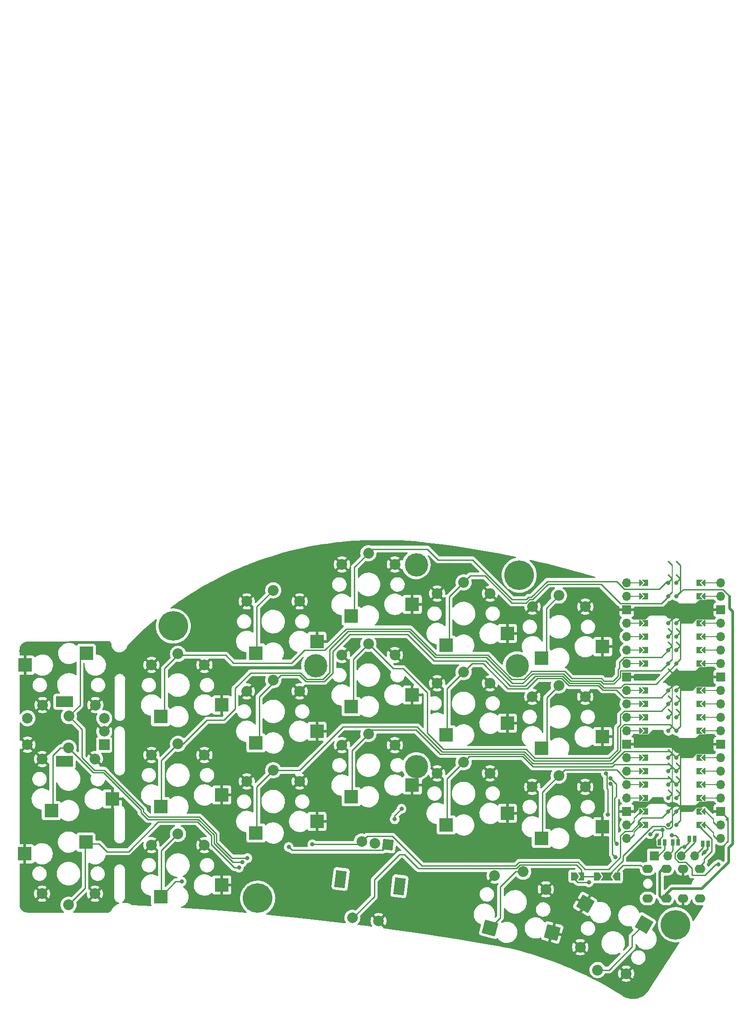
<source format=gtl>
G04 #@! TF.GenerationSoftware,KiCad,Pcbnew,(6.0.2-0)*
G04 #@! TF.CreationDate,2022-04-08T10:03:04+08:00*
G04 #@! TF.ProjectId,half-swept,68616c66-2d73-4776-9570-742e6b696361,rev?*
G04 #@! TF.SameCoordinates,Original*
G04 #@! TF.FileFunction,Copper,L1,Top*
G04 #@! TF.FilePolarity,Positive*
%FSLAX46Y46*%
G04 Gerber Fmt 4.6, Leading zero omitted, Abs format (unit mm)*
G04 Created by KiCad (PCBNEW (6.0.2-0)) date 2022-04-08 10:03:04*
%MOMM*%
%LPD*%
G01*
G04 APERTURE LIST*
G04 Aperture macros list*
%AMRotRect*
0 Rectangle, with rotation*
0 The origin of the aperture is its center*
0 $1 length*
0 $2 width*
0 $3 Rotation angle, in degrees counterclockwise*
0 Add horizontal line*
21,1,$1,$2,0,0,$3*%
%AMFreePoly0*
4,1,6,1.000000,0.000000,0.500000,-0.750000,-0.500000,-0.750000,-0.500000,0.750000,0.500000,0.750000,1.000000,0.000000,1.000000,0.000000,$1*%
%AMFreePoly1*
4,1,7,0.700000,0.000000,1.200000,-0.750000,-1.200000,-0.750000,-0.700000,0.000000,-1.200000,0.750000,1.200000,0.750000,0.700000,0.000000,0.700000,0.000000,$1*%
%AMFreePoly2*
4,1,5,0.125000,-1.250000,-0.125000,-1.250000,-0.125000,1.250000,0.125000,1.250000,0.125000,-1.250000,0.125000,-1.250000,$1*%
%AMFreePoly3*
4,1,6,0.600000,0.200000,0.000000,-0.400000,-0.600000,0.200000,-0.600000,0.400000,0.600000,0.400000,0.600000,0.200000,0.600000,0.200000,$1*%
%AMFreePoly4*
4,1,49,2.099053,2.663961,2.141161,2.607572,2.146131,2.537371,2.112389,2.475612,0.887000,1.250224,0.887000,0.762000,0.883805,0.739969,0.884131,0.735371,0.882780,0.732898,0.881852,0.726498,0.865154,0.700638,0.850389,0.673612,0.088388,-0.088388,0.064607,-0.106146,0.062500,-0.108253,0.061385,-0.108552,0.059644,-0.109852,0.043810,-0.113261,0.000000,-0.125000,-0.004774,-0.123721,
-0.009154,-0.124664,-0.028953,-0.117242,-0.062500,-0.108253,-0.068237,-0.102516,-0.075052,-0.099961,-0.087614,-0.083139,-0.108253,-0.062500,-0.111178,-0.051584,-0.117161,-0.043572,-0.118539,-0.024114,-0.125000,0.000000,-0.121239,0.014035,-0.122131,0.026629,-0.113759,0.041953,-0.108253,0.062500,-0.095642,0.075111,-0.088388,0.088388,0.637000,0.813777,0.637000,1.302000,0.640195,1.324031,
0.639869,1.328629,0.641220,1.331102,0.642148,1.337502,0.658849,1.363368,0.673612,1.390388,1.935612,2.652389,1.964356,2.673852,2.033155,2.688665,2.099053,2.663961,2.099053,2.663961,$1*%
%AMFreePoly5*
4,1,49,-2.435612,3.152388,-0.673612,1.390389,-0.660291,1.372550,-0.656811,1.369530,-0.656018,1.366828,-0.652148,1.361645,-0.645668,1.331547,-0.637000,1.302000,-0.637000,0.813776,0.088389,0.088388,0.106147,0.064606,0.108253,0.062500,0.108552,0.061385,0.109852,0.059644,0.113262,0.043806,0.125000,0.000000,0.123721,-0.004772,0.124665,-0.009154,0.117240,-0.028961,0.108253,-0.062500,
0.102516,-0.068237,0.099961,-0.075053,0.083136,-0.087617,0.062500,-0.108253,0.051584,-0.111178,0.043572,-0.117161,0.024114,-0.118539,0.000000,-0.125000,-0.014036,-0.121239,-0.026629,-0.122131,-0.041951,-0.113759,-0.062500,-0.108253,-0.075109,-0.095644,-0.088388,-0.088389,-0.850388,0.673612,-0.863707,0.691448,-0.867189,0.694470,-0.867982,0.697174,-0.871852,0.702356,-0.878331,0.732451,
-0.887000,0.762000,-0.887000,1.250223,-2.612388,2.975612,-2.633852,3.004356,-2.648664,3.073154,-2.623961,3.139052,-2.567572,3.181161,-2.497371,3.186131,-2.435612,3.152388,-2.435612,3.152388,$1*%
%AMFreePoly6*
4,1,5,0.125000,-1.200000,-0.125000,-1.200000,-0.125000,1.200000,0.125000,1.200000,0.125000,-1.200000,0.125000,-1.200000,$1*%
%AMFreePoly7*
4,1,6,0.600000,-0.250000,-0.600000,-0.250000,-0.600000,1.000000,0.000000,0.400000,0.600000,1.000000,0.600000,-0.250000,0.600000,-0.250000,$1*%
%AMFreePoly8*
4,1,49,0.088388,4.152388,0.850389,3.390388,0.863708,3.372551,0.867189,3.369530,0.867982,3.366827,0.871852,3.361644,0.878333,3.331543,0.887000,3.302000,0.887000,0.762000,0.883805,0.739969,0.884131,0.735371,0.882780,0.732898,0.881852,0.726498,0.865154,0.700638,0.850389,0.673612,0.088388,-0.088388,0.064607,-0.106146,0.062500,-0.108253,0.061385,-0.108552,0.059644,-0.109852,
0.043810,-0.113261,0.000000,-0.125000,-0.004774,-0.123721,-0.009154,-0.124664,-0.028953,-0.117242,-0.062500,-0.108253,-0.068237,-0.102516,-0.075052,-0.099961,-0.087614,-0.083139,-0.108253,-0.062500,-0.111178,-0.051584,-0.117161,-0.043572,-0.118539,-0.024114,-0.125000,0.000000,-0.121239,0.014035,-0.122131,0.026629,-0.113759,0.041953,-0.108253,0.062500,-0.095642,0.075111,-0.088388,0.088388,
0.637000,0.813777,0.637000,3.250223,-0.088388,3.975612,-0.109852,4.004356,-0.124664,4.073154,-0.099961,4.139052,-0.043572,4.181161,0.026629,4.186131,0.088388,4.152388,0.088388,4.152388,$1*%
%AMFreePoly9*
4,1,49,0.088388,4.152388,0.854389,3.386388,0.867708,3.368551,0.871189,3.365530,0.871982,3.362827,0.875852,3.357644,0.882333,3.327543,0.891000,3.298000,0.891000,0.766000,0.887805,0.743969,0.888131,0.739371,0.886780,0.736898,0.885852,0.730498,0.869154,0.704638,0.854389,0.677612,0.088388,-0.088388,0.064607,-0.106146,0.062500,-0.108253,0.061385,-0.108552,0.059644,-0.109852,
0.043810,-0.113261,0.000000,-0.125000,-0.004774,-0.123721,-0.009154,-0.124664,-0.028953,-0.117242,-0.062500,-0.108253,-0.068237,-0.102516,-0.075052,-0.099961,-0.087614,-0.083139,-0.108253,-0.062500,-0.111178,-0.051584,-0.117161,-0.043572,-0.118539,-0.024114,-0.125000,0.000000,-0.121239,0.014035,-0.122131,0.026629,-0.113759,0.041953,-0.108253,0.062500,-0.095642,0.075111,-0.088388,0.088388,
0.641000,0.817777,0.641000,3.246223,-0.088388,3.975612,-0.109852,4.004356,-0.124664,4.073154,-0.099961,4.139052,-0.043572,4.181161,0.026629,4.186131,0.088388,4.152388,0.088388,4.152388,$1*%
%AMFreePoly10*
4,1,6,0.500000,-0.750000,-0.650000,-0.750000,-0.150000,0.000000,-0.650000,0.750000,0.500000,0.750000,0.500000,-0.750000,0.500000,-0.750000,$1*%
G04 Aperture macros list end*
G04 #@! TA.AperFunction,SMDPad,CuDef*
%ADD10R,2.600000X2.600000*%
G04 #@! TD*
G04 #@! TA.AperFunction,ComponentPad*
%ADD11C,2.032000*%
G04 #@! TD*
G04 #@! TA.AperFunction,SMDPad,CuDef*
%ADD12RotRect,2.600000X2.600000X330.000000*%
G04 #@! TD*
G04 #@! TA.AperFunction,SMDPad,CuDef*
%ADD13RotRect,2.600000X2.600000X165.000000*%
G04 #@! TD*
G04 #@! TA.AperFunction,ComponentPad*
%ADD14C,4.400000*%
G04 #@! TD*
G04 #@! TA.AperFunction,ComponentPad*
%ADD15R,1.700000X1.700000*%
G04 #@! TD*
G04 #@! TA.AperFunction,ComponentPad*
%ADD16O,1.700000X1.700000*%
G04 #@! TD*
G04 #@! TA.AperFunction,SMDPad,CuDef*
%ADD17R,0.635000X1.143000*%
G04 #@! TD*
G04 #@! TA.AperFunction,ComponentPad*
%ADD18R,2.000000X2.000000*%
G04 #@! TD*
G04 #@! TA.AperFunction,ComponentPad*
%ADD19C,2.000000*%
G04 #@! TD*
G04 #@! TA.AperFunction,ComponentPad*
%ADD20R,3.200000X2.000000*%
G04 #@! TD*
G04 #@! TA.AperFunction,SMDPad,CuDef*
%ADD21FreePoly0,0.000000*%
G04 #@! TD*
G04 #@! TA.AperFunction,SMDPad,CuDef*
%ADD22FreePoly1,0.000000*%
G04 #@! TD*
G04 #@! TA.AperFunction,SMDPad,CuDef*
%ADD23FreePoly0,180.000000*%
G04 #@! TD*
G04 #@! TA.AperFunction,SMDPad,CuDef*
%ADD24FreePoly2,270.000000*%
G04 #@! TD*
G04 #@! TA.AperFunction,SMDPad,CuDef*
%ADD25FreePoly3,270.000000*%
G04 #@! TD*
G04 #@! TA.AperFunction,SMDPad,CuDef*
%ADD26FreePoly3,90.000000*%
G04 #@! TD*
G04 #@! TA.AperFunction,SMDPad,CuDef*
%ADD27FreePoly4,0.000000*%
G04 #@! TD*
G04 #@! TA.AperFunction,SMDPad,CuDef*
%ADD28FreePoly5,0.000000*%
G04 #@! TD*
G04 #@! TA.AperFunction,SMDPad,CuDef*
%ADD29FreePoly6,90.000000*%
G04 #@! TD*
G04 #@! TA.AperFunction,ComponentPad*
%ADD30C,0.800000*%
G04 #@! TD*
G04 #@! TA.AperFunction,SMDPad,CuDef*
%ADD31FreePoly7,90.000000*%
G04 #@! TD*
G04 #@! TA.AperFunction,SMDPad,CuDef*
%ADD32FreePoly8,90.000000*%
G04 #@! TD*
G04 #@! TA.AperFunction,SMDPad,CuDef*
%ADD33FreePoly7,270.000000*%
G04 #@! TD*
G04 #@! TA.AperFunction,SMDPad,CuDef*
%ADD34FreePoly9,270.000000*%
G04 #@! TD*
G04 #@! TA.AperFunction,ComponentPad*
%ADD35O,2.000000X1.600000*%
G04 #@! TD*
G04 #@! TA.AperFunction,ComponentPad*
%ADD36C,5.600000*%
G04 #@! TD*
G04 #@! TA.AperFunction,SMDPad,CuDef*
%ADD37FreePoly10,0.000000*%
G04 #@! TD*
G04 #@! TA.AperFunction,ComponentPad*
%ADD38RotRect,2.000000X2.000000X263.000000*%
G04 #@! TD*
G04 #@! TA.AperFunction,ComponentPad*
%ADD39RotRect,3.200000X2.000000X263.000000*%
G04 #@! TD*
G04 #@! TA.AperFunction,ViaPad*
%ADD40C,0.800000*%
G04 #@! TD*
G04 #@! TA.AperFunction,Conductor*
%ADD41C,0.250000*%
G04 #@! TD*
G04 #@! TA.AperFunction,Conductor*
%ADD42C,0.500000*%
G04 #@! TD*
G04 APERTURE END LIST*
D10*
X43593080Y-53477920D03*
D11*
X46868080Y-41627920D03*
X51868080Y-43727920D03*
D10*
X55143080Y-51277920D03*
D11*
X41868080Y-43727920D03*
D10*
X61593080Y-41477920D03*
D11*
X64868080Y-29627920D03*
X69868080Y-31727920D03*
D10*
X73143080Y-39277920D03*
D11*
X59868080Y-31727920D03*
D10*
X79593080Y-34477920D03*
D11*
X82868080Y-22627920D03*
X77868080Y-24727920D03*
D10*
X91143080Y-32277920D03*
D11*
X87868080Y-24727920D03*
X100868080Y-28127920D03*
D10*
X97593080Y-39977920D03*
D11*
X105868080Y-30227920D03*
X95868080Y-30227920D03*
D10*
X109143080Y-37777920D03*
X115593080Y-42477920D03*
D11*
X118868080Y-30627920D03*
X113868080Y-32727920D03*
X123868080Y-32727920D03*
D10*
X127143080Y-40277920D03*
X43593080Y-70477920D03*
D11*
X46868080Y-58627920D03*
X41868080Y-60727920D03*
D10*
X55143080Y-68277920D03*
D11*
X51868080Y-60727920D03*
D10*
X61593080Y-58451920D03*
D11*
X64868080Y-46601920D03*
D10*
X73143080Y-56251920D03*
D11*
X59868080Y-48701920D03*
X69868080Y-48701920D03*
D10*
X79593080Y-51593920D03*
D11*
X82868080Y-39743920D03*
X87868080Y-41843920D03*
X77868080Y-41843920D03*
D10*
X91143080Y-49393920D03*
X97593080Y-56927920D03*
D11*
X100868080Y-45077920D03*
X105868080Y-47177920D03*
D10*
X109143080Y-54727920D03*
D11*
X95868080Y-47177920D03*
X118848080Y-47617920D03*
D10*
X115573080Y-59467920D03*
D11*
X113848080Y-49717920D03*
D10*
X127123080Y-57267920D03*
D11*
X123848080Y-49717920D03*
X46868080Y-75627920D03*
D10*
X43593080Y-87477920D03*
X55143080Y-85277920D03*
D11*
X51868080Y-77727920D03*
X41868080Y-77727920D03*
D10*
X61593080Y-75469920D03*
D11*
X64868080Y-63619920D03*
D10*
X73143080Y-73269920D03*
D11*
X59868080Y-65719920D03*
X69868080Y-65719920D03*
X82868080Y-56761920D03*
D10*
X79593080Y-68611920D03*
D11*
X87868080Y-58861920D03*
D10*
X91143080Y-66411920D03*
D11*
X77868080Y-58861920D03*
D10*
X97593080Y-73945920D03*
D11*
X100868080Y-62095920D03*
X105868080Y-64195920D03*
D10*
X109143080Y-71745920D03*
D11*
X95868080Y-64195920D03*
D10*
X115573080Y-76485920D03*
D11*
X118848080Y-64635920D03*
X113848080Y-66735920D03*
X123848080Y-66735920D03*
D10*
X127123080Y-74285920D03*
D11*
X126194080Y-101337470D03*
D12*
X134955313Y-92712569D03*
X123852720Y-88842825D03*
D11*
X122913953Y-97018817D03*
X131574207Y-102018817D03*
X112111112Y-82778958D03*
D13*
X105880700Y-93377546D03*
D11*
X116397222Y-86101497D03*
X106737963Y-83513307D03*
D13*
X117606545Y-94241869D03*
D14*
X91924080Y-62915920D03*
X91924080Y-24815920D03*
X72874080Y-43865920D03*
X110974080Y-43865920D03*
D15*
X136906000Y-79756000D03*
D16*
X139446000Y-79756000D03*
X141986000Y-79756000D03*
X144526000Y-79756000D03*
D17*
X143517620Y-76530000D03*
X144518380Y-76530000D03*
D18*
X32920000Y-58780000D03*
D19*
X32920000Y-53780000D03*
X32920000Y-56280000D03*
D20*
X25420000Y-61880000D03*
X25420000Y-50680000D03*
D19*
X18420000Y-53780000D03*
X18420000Y-58780000D03*
D11*
X26185000Y-89030000D03*
D10*
X29460000Y-77180000D03*
D11*
X21185000Y-86930000D03*
X31185000Y-86930000D03*
D10*
X17910000Y-79380000D03*
D21*
X125960000Y-83700000D03*
D22*
X127960000Y-83700000D03*
D23*
X129960000Y-83700000D03*
D24*
X147575480Y-61230000D03*
D25*
X146178480Y-56150000D03*
D26*
X134494480Y-28210000D03*
D24*
X147575480Y-66310000D03*
D26*
X134494480Y-38370000D03*
D16*
X131700480Y-51070000D03*
D27*
X132335480Y-76597000D03*
D28*
X148845480Y-76724000D03*
D16*
X149480480Y-61230000D03*
X131700480Y-48530000D03*
X149480480Y-73930000D03*
D29*
X133478480Y-63770000D03*
D26*
X134494480Y-68850000D03*
D29*
X133478480Y-48530000D03*
D16*
X149480480Y-53610000D03*
D26*
X134494480Y-71390000D03*
D16*
X131700480Y-76470000D03*
D25*
X146178480Y-53610000D03*
D24*
X147575480Y-40910000D03*
D26*
X134494480Y-56150000D03*
D24*
X147575480Y-51070000D03*
D29*
X133478480Y-68850000D03*
D16*
X131700480Y-28210000D03*
D25*
X146178480Y-40910000D03*
D26*
X134494480Y-40910000D03*
D25*
X146178480Y-73930000D03*
D16*
X131700480Y-38370000D03*
X149480480Y-38370000D03*
D26*
X134494480Y-63770000D03*
D16*
X149480480Y-66310000D03*
D26*
X134494480Y-61230000D03*
D16*
X149480480Y-63770000D03*
D24*
X147575480Y-68850000D03*
X147575480Y-30750000D03*
D16*
X131700480Y-35830000D03*
D26*
X134494480Y-51070000D03*
X134494480Y-48530000D03*
D16*
X131700480Y-66310000D03*
D25*
X146178480Y-43450000D03*
D16*
X149480480Y-56150000D03*
X131700480Y-56150000D03*
D26*
X134494480Y-30750000D03*
D24*
X147575480Y-28210000D03*
D16*
X131700480Y-43450000D03*
X149480480Y-40910000D03*
D24*
X147575480Y-43450000D03*
D27*
X132335480Y-74057000D03*
D24*
X147575480Y-38370000D03*
D16*
X149480480Y-43450000D03*
D25*
X146178480Y-30750000D03*
X146178480Y-35830000D03*
D28*
X148845480Y-76724000D03*
D24*
X147575480Y-56150000D03*
D29*
X133478480Y-30750000D03*
X133478480Y-43450000D03*
D16*
X149480480Y-28210000D03*
D29*
X133478480Y-38370000D03*
D26*
X134494480Y-53610000D03*
D25*
X146178480Y-51070000D03*
D24*
X147575480Y-48530000D03*
X147575480Y-35830000D03*
D16*
X149480480Y-48530000D03*
D29*
X133478480Y-40910000D03*
D24*
X147575480Y-63770000D03*
D29*
X133478480Y-61230000D03*
D28*
X148845480Y-74184000D03*
D25*
X146178480Y-68850000D03*
D16*
X149480480Y-68850000D03*
D26*
X134494480Y-66310000D03*
X134494480Y-43450000D03*
D16*
X131700480Y-40910000D03*
D29*
X133478480Y-35830000D03*
D16*
X149480480Y-35830000D03*
X131700480Y-73930000D03*
D25*
X146178480Y-66310000D03*
X146178480Y-38370000D03*
D29*
X133478480Y-51070000D03*
D16*
X131700480Y-53610000D03*
X131700480Y-68850000D03*
X131700480Y-63770000D03*
D26*
X134494480Y-35830000D03*
D16*
X149480480Y-51070000D03*
D25*
X146178480Y-28210000D03*
D29*
X133478480Y-28210000D03*
X133478480Y-56150000D03*
D16*
X149480480Y-30750000D03*
D28*
X148845480Y-74184000D03*
D25*
X146178480Y-63770000D03*
D16*
X149480480Y-76470000D03*
D29*
X133478480Y-53610000D03*
X133478480Y-66310000D03*
D16*
X131700480Y-30750000D03*
X131700480Y-61230000D03*
D24*
X147575480Y-53610000D03*
D25*
X146178480Y-48530000D03*
X146178480Y-71390000D03*
X146178480Y-61230000D03*
D26*
X134494480Y-73930000D03*
D30*
X139574480Y-28210000D03*
D31*
X135510480Y-28210000D03*
D32*
X139574480Y-28210000D03*
X139574480Y-30750000D03*
D31*
X135510480Y-30750000D03*
D30*
X139574480Y-30750000D03*
D15*
X131700480Y-33290000D03*
D32*
X139574480Y-35830000D03*
D31*
X135510480Y-35830000D03*
D30*
X139574480Y-35830000D03*
X139574480Y-38370000D03*
D31*
X135510480Y-38370000D03*
D32*
X139574480Y-38370000D03*
D30*
X139574480Y-40910000D03*
D31*
X135510480Y-40910000D03*
D32*
X139574480Y-40910000D03*
X139574480Y-43450000D03*
D30*
X139574480Y-43450000D03*
D31*
X135510480Y-43450000D03*
D15*
X131700480Y-45990000D03*
D30*
X139574480Y-48530000D03*
D32*
X139574480Y-48530000D03*
D31*
X135510480Y-48530000D03*
D30*
X139574480Y-51070000D03*
D32*
X139574480Y-51070000D03*
D31*
X135510480Y-51070000D03*
D32*
X139574480Y-53610000D03*
D31*
X135510480Y-53610000D03*
D30*
X139574480Y-53610000D03*
D31*
X135510480Y-56150000D03*
D32*
X139574480Y-56150000D03*
D30*
X139574480Y-56150000D03*
D15*
X131700480Y-58690000D03*
D32*
X139574480Y-61230000D03*
D30*
X139574480Y-61230000D03*
D31*
X135510480Y-61230000D03*
D32*
X139574480Y-63770000D03*
D31*
X135510480Y-63770000D03*
D30*
X139574480Y-63770000D03*
X139574480Y-66310000D03*
D32*
X139574480Y-66310000D03*
D31*
X135510480Y-66310000D03*
X135510480Y-68850000D03*
D32*
X139574480Y-68850000D03*
D30*
X139574480Y-68850000D03*
D15*
X131700480Y-71390000D03*
D30*
X139574480Y-71390000D03*
D32*
X139574480Y-71390000D03*
D31*
X135510480Y-71390000D03*
X135510480Y-73930000D03*
D30*
X139574480Y-73930000D03*
D32*
X139574480Y-73930000D03*
D33*
X145162480Y-73930000D03*
D34*
X141098480Y-73930000D03*
D30*
X141098480Y-73930000D03*
X141098480Y-71390000D03*
D33*
X145162480Y-71390000D03*
D34*
X141098480Y-71390000D03*
D15*
X149480480Y-71390000D03*
D30*
X141098480Y-68850000D03*
D33*
X145162480Y-68850000D03*
D34*
X141098480Y-68850000D03*
X141098480Y-66310000D03*
D30*
X141098480Y-66310000D03*
D33*
X145162480Y-66310000D03*
D30*
X141098480Y-63770000D03*
D34*
X141098480Y-63770000D03*
D33*
X145162480Y-63770000D03*
X145162480Y-61230000D03*
D30*
X141098480Y-61230000D03*
D34*
X141098480Y-61230000D03*
D15*
X149480480Y-58690000D03*
D30*
X141098480Y-56150000D03*
D34*
X141098480Y-56150000D03*
D33*
X145162480Y-56150000D03*
D30*
X141098480Y-53610000D03*
D34*
X141098480Y-53610000D03*
D33*
X145162480Y-53610000D03*
X145162480Y-51070000D03*
D30*
X141098480Y-51070000D03*
D34*
X141098480Y-51070000D03*
D33*
X145162480Y-48530000D03*
D30*
X141098480Y-48530000D03*
D34*
X141098480Y-48530000D03*
D15*
X149480480Y-45990000D03*
D34*
X141098480Y-43450000D03*
D33*
X145162480Y-43450000D03*
D30*
X141098480Y-43450000D03*
X141098480Y-40910000D03*
D33*
X145162480Y-40910000D03*
D34*
X141098480Y-40910000D03*
D33*
X145162480Y-38370000D03*
D34*
X141098480Y-38370000D03*
D30*
X141098480Y-38370000D03*
X141098480Y-35830000D03*
D34*
X141098480Y-35830000D03*
D33*
X145162480Y-35830000D03*
D15*
X149480480Y-33290000D03*
D33*
X145162480Y-30750000D03*
D30*
X141098480Y-30750000D03*
D34*
X141098480Y-30750000D03*
D30*
X141098480Y-28210000D03*
D34*
X141098480Y-28210000D03*
D33*
X145162480Y-28210000D03*
D10*
X22925000Y-71220000D03*
D11*
X26200000Y-59370000D03*
D10*
X34475000Y-69020000D03*
D11*
X21200000Y-61470000D03*
X31200000Y-61470000D03*
D35*
X139180000Y-87830000D03*
X139180000Y-82230000D03*
X142380000Y-82230000D03*
X142380000Y-87830000D03*
X145580000Y-82230000D03*
X145580000Y-87830000D03*
X135680000Y-87830000D03*
X135680000Y-82230000D03*
D11*
X26250000Y-53400000D03*
D10*
X29525000Y-41550000D03*
X17975000Y-43750000D03*
D11*
X31250000Y-51300000D03*
X21250000Y-51300000D03*
D36*
X45980000Y-36380000D03*
D21*
X121700000Y-83640000D03*
D37*
X123150000Y-83640000D03*
D17*
X137889620Y-77230000D03*
X138890380Y-77230000D03*
D36*
X111370000Y-26770000D03*
X140930000Y-92780000D03*
D17*
X141430380Y-77230000D03*
X140429620Y-77230000D03*
X147058380Y-77470000D03*
X146057620Y-77470000D03*
D36*
X61940000Y-87780000D03*
D38*
X86565645Y-77690714D03*
D19*
X81602914Y-77081367D03*
X84084280Y-77386041D03*
D39*
X77612001Y-84147668D03*
X88728518Y-85512605D03*
D19*
X79835809Y-91473286D03*
X84798540Y-92082633D03*
D40*
X43930000Y-75480000D03*
X49130000Y-77630000D03*
X47580000Y-84630000D03*
X128778000Y-44704000D03*
X63930000Y-83780000D03*
X106130000Y-23880000D03*
X146430000Y-79080000D03*
X116780000Y-25780000D03*
X128905000Y-54610000D03*
X25030000Y-68180000D03*
X92930000Y-79380000D03*
X127730000Y-59980000D03*
X56640000Y-34210000D03*
X149030000Y-78480000D03*
X126930000Y-81180000D03*
X134112000Y-80010000D03*
X140530000Y-84180000D03*
X71760000Y-25140000D03*
X100130000Y-85680000D03*
X132842000Y-83820000D03*
X144430000Y-90230000D03*
X39170000Y-82470000D03*
X67680000Y-25220000D03*
X92600000Y-45090000D03*
X136525000Y-90424000D03*
X94440000Y-74890000D03*
X83390000Y-82030000D03*
X123880000Y-81080000D03*
X56490000Y-30510000D03*
X74420000Y-52860000D03*
X69490000Y-25140000D03*
X38480000Y-74830000D03*
X56570000Y-32320000D03*
X142633701Y-78083701D03*
X149030000Y-81380000D03*
X67810000Y-78100000D03*
X72260000Y-77600000D03*
X89130000Y-70880000D03*
X59000000Y-81000000D03*
X87830000Y-72880000D03*
X58400000Y-82000000D03*
X128155299Y-72005299D03*
X124530000Y-84780000D03*
X127780000Y-64230000D03*
X129535701Y-80005701D03*
X140208000Y-75908500D03*
X128637989Y-66180000D03*
X128637989Y-65148632D03*
X136144000Y-75692000D03*
X129801469Y-77480000D03*
X60000000Y-80200000D03*
X138430000Y-74892500D03*
D41*
X149480480Y-71390000D02*
X150830000Y-72739520D01*
X150830000Y-72739520D02*
X150830000Y-76980000D01*
X150830000Y-76980000D02*
X149330000Y-78480000D01*
X149330000Y-78480000D02*
X149030000Y-78480000D01*
D42*
X151130000Y-30738510D02*
X151130000Y-33020000D01*
X151130000Y-33020000D02*
X151730000Y-33620000D01*
X151730000Y-33620000D02*
X151730000Y-77492494D01*
X150980000Y-78242494D02*
X150980000Y-80930000D01*
X151730000Y-77492494D02*
X150980000Y-78242494D01*
X150980000Y-80930000D02*
X145930000Y-85980000D01*
X145930000Y-85980000D02*
X140230000Y-85980000D01*
X140230000Y-85980000D02*
X139070000Y-87140000D01*
D41*
X57520000Y-82000000D02*
X53208591Y-77688591D01*
X50547604Y-73349040D02*
X43120960Y-73349040D01*
X53208591Y-77688591D02*
X53208591Y-76010027D01*
X53208591Y-76010027D02*
X50547604Y-73349040D01*
X58400000Y-82000000D02*
X57520000Y-82000000D01*
X43120960Y-73349040D02*
X37490000Y-78980000D01*
X33435974Y-78980000D02*
X31961453Y-77505479D01*
X37490000Y-78980000D02*
X33435974Y-78980000D01*
X31961453Y-77505479D02*
X30408547Y-77505479D01*
X30408547Y-77505479D02*
X30134026Y-77780000D01*
X30134026Y-77780000D02*
X30060000Y-77780000D01*
X30060000Y-77780000D02*
X29460000Y-77180000D01*
X47580000Y-84630000D02*
X46441000Y-84630000D01*
X46441000Y-84630000D02*
X43593080Y-87477920D01*
X127780000Y-64230000D02*
X127913489Y-64363489D01*
X127913489Y-64363489D02*
X127913489Y-66988102D01*
X127913489Y-66988102D02*
X128155299Y-67229912D01*
X128155299Y-67229912D02*
X128155299Y-72005299D01*
X128637989Y-66180000D02*
X128980000Y-66522011D01*
X128980000Y-66522011D02*
X128980000Y-79450000D01*
X128980000Y-79450000D02*
X129535701Y-80005701D01*
X129429520Y-68855094D02*
X129429520Y-77108051D01*
X129704511Y-68580103D02*
X129429520Y-68855094D01*
X129429520Y-77108051D02*
X129801469Y-77480000D01*
X129704511Y-66215154D02*
X129704511Y-68580103D01*
X128637989Y-65148632D02*
X129704511Y-66215154D01*
X141738000Y-82036000D02*
X141762000Y-82036000D01*
X140780000Y-80211010D02*
X140780000Y-79300990D01*
X141499501Y-80930511D02*
X140780000Y-80211010D01*
X143517620Y-77199782D02*
X142633701Y-78083701D01*
X144054520Y-82114209D02*
X144054520Y-83404520D01*
X142870822Y-80930511D02*
X141499501Y-80930511D01*
X142870822Y-80930511D02*
X144054520Y-82114209D01*
X144054520Y-83404520D02*
X146505480Y-83404520D01*
X146505480Y-83404520D02*
X148530000Y-81380000D01*
X143517620Y-76530000D02*
X143517620Y-77199782D01*
X143517620Y-76200000D02*
X143510000Y-76207620D01*
X141997289Y-78083701D02*
X142633701Y-78083701D01*
X148530000Y-81380000D02*
X149030000Y-81380000D01*
X140780000Y-79300990D02*
X141997289Y-78083701D01*
X70764980Y-40962620D02*
X74617380Y-40962620D01*
X74617380Y-40962620D02*
X78640000Y-36940000D01*
X68375159Y-43352441D02*
X70764980Y-40962620D01*
X44310000Y-52761000D02*
X44310000Y-44431900D01*
X129158282Y-46736000D02*
X130076449Y-45817833D01*
X126918593Y-46271440D02*
X127383153Y-46736000D01*
X119961933Y-44928849D02*
X121304524Y-46271440D01*
X78640000Y-36940000D02*
X90808460Y-36940000D01*
X46868080Y-41873820D02*
X55873820Y-41873820D01*
X112247133Y-46390431D02*
X113708716Y-44928849D01*
X43593080Y-53477920D02*
X44310000Y-52761000D01*
X46868080Y-41873820D02*
X46868080Y-41627920D01*
X130076449Y-44553748D02*
X130302000Y-44328197D01*
X55873820Y-41873820D02*
X57352441Y-43352441D01*
X95720901Y-41852441D02*
X105390402Y-41852441D01*
X127383153Y-46736000D02*
X129158282Y-46736000D01*
X105390402Y-41852441D02*
X109928392Y-46390431D01*
X121304524Y-46271440D02*
X126918593Y-46271440D01*
X44310000Y-44431900D02*
X46868080Y-41873820D01*
X130302000Y-43187470D02*
X131250990Y-42238480D01*
X57352441Y-43352441D02*
X68375159Y-43352441D01*
X109928392Y-46390431D02*
X112247133Y-46390431D01*
X131250990Y-42238480D02*
X138246000Y-42238480D01*
X130302000Y-44328197D02*
X130302000Y-43187470D01*
X90808460Y-36940000D02*
X95720901Y-41852441D01*
X138246000Y-42238480D02*
X139574480Y-40910000D01*
X130076449Y-45817833D02*
X130076449Y-44553748D01*
X113708716Y-44928849D02*
X119961933Y-44928849D01*
X61746880Y-41324120D02*
X61746880Y-32749120D01*
X61593080Y-41477920D02*
X61746880Y-41324120D01*
X61746880Y-32749120D02*
X64868080Y-29627920D01*
X83666000Y-21830000D02*
X82868080Y-22627920D01*
X129769470Y-27940000D02*
X116670000Y-27940000D01*
X139304480Y-27940000D02*
X137859969Y-29384511D01*
X80210000Y-33861000D02*
X80210000Y-25286000D01*
X139574480Y-28210000D02*
X139304480Y-27940000D01*
X96030000Y-23880000D02*
X93980000Y-21830000D01*
X80210000Y-25286000D02*
X82868080Y-22627920D01*
X116670000Y-27940000D02*
X113672111Y-30937889D01*
X110020000Y-31370000D02*
X102530000Y-23880000D01*
X93980000Y-21830000D02*
X83666000Y-21830000D01*
X137859969Y-29384511D02*
X131213981Y-29384511D01*
X131213981Y-29384511D02*
X129769470Y-27940000D01*
X102530000Y-23880000D02*
X96030000Y-23880000D01*
X112694512Y-31370000D02*
X110020000Y-31370000D01*
X113126623Y-30937889D02*
X112694512Y-31370000D01*
X113672111Y-30937889D02*
X113126623Y-30937889D01*
X79593080Y-34477920D02*
X80210000Y-33861000D01*
X97593080Y-39977920D02*
X98110000Y-39461000D01*
X113922591Y-31387409D02*
X113312821Y-31387409D01*
X98110000Y-39461000D02*
X98110000Y-30886000D01*
X102096480Y-26899520D02*
X100868080Y-28127920D01*
X139574480Y-30750000D02*
X139574480Y-30859520D01*
X104913802Y-26899520D02*
X102096480Y-26899520D01*
X98110000Y-30886000D02*
X100868080Y-28127920D01*
X113312821Y-31387409D02*
X112710230Y-31990000D01*
X139574480Y-30859520D02*
X138318511Y-32115489D01*
X138318511Y-32115489D02*
X130525969Y-32115489D01*
X116862000Y-28448000D02*
X113922591Y-31387409D01*
X112710230Y-31990000D02*
X110004282Y-31990000D01*
X126858480Y-28448000D02*
X116862000Y-28448000D01*
X110004282Y-31990000D02*
X104913802Y-26899520D01*
X130525969Y-32115489D02*
X126858480Y-28448000D01*
X116480000Y-41591000D02*
X115593080Y-42477920D01*
X116480000Y-33016000D02*
X116480000Y-41591000D01*
X118868080Y-30627920D02*
X116480000Y-33016000D01*
X43593080Y-70477920D02*
X43746880Y-70324120D01*
X95534704Y-42301961D02*
X105178421Y-42301961D01*
X75580000Y-40820000D02*
X79000000Y-37400000D01*
X70021580Y-45203320D02*
X71216780Y-46398520D01*
X60612980Y-45203320D02*
X70021580Y-45203320D01*
X130525969Y-46004031D02*
X130525969Y-44815489D01*
X113894913Y-45378369D02*
X119775735Y-45378369D01*
X129286000Y-47244000D02*
X130525969Y-46004031D01*
X110076460Y-47200000D02*
X112073282Y-47200000D01*
X43746880Y-70324120D02*
X43746880Y-61749120D01*
X75580000Y-45120000D02*
X75580000Y-40820000D01*
X121118326Y-46720960D02*
X126732395Y-46720960D01*
X55520022Y-54150000D02*
X57660000Y-52010022D01*
X105178421Y-42301961D02*
X110076460Y-47200000D01*
X79000000Y-37400000D02*
X90632743Y-37400000D01*
X52350000Y-54150000D02*
X55520022Y-54150000D01*
X130525969Y-44815489D02*
X138208991Y-44815489D01*
X57660000Y-52010022D02*
X57660000Y-48156300D01*
X57660000Y-48156300D02*
X60612980Y-45203320D01*
X71216780Y-46398520D02*
X74301480Y-46398520D01*
X112073282Y-47200000D02*
X113894913Y-45378369D01*
X74301480Y-46398520D02*
X75580000Y-45120000D01*
X47872080Y-58627920D02*
X52350000Y-54150000D01*
X126732395Y-46720960D02*
X127255435Y-47244000D01*
X127255435Y-47244000D02*
X129286000Y-47244000D01*
X90632743Y-37400000D02*
X95534704Y-42301961D01*
X138208991Y-44815489D02*
X139574480Y-43450000D01*
X46868080Y-58627920D02*
X47872080Y-58627920D01*
X119775735Y-45378369D02*
X121118326Y-46720960D01*
X43746880Y-61749120D02*
X46868080Y-58627920D01*
X120932128Y-47170480D02*
X126546198Y-47170480D01*
X61593080Y-58451920D02*
X62230000Y-57815000D01*
X119589537Y-45827889D02*
X120932128Y-47170480D01*
X137230000Y-47318480D02*
X141098480Y-43450000D01*
X76170000Y-41150000D02*
X79350000Y-37970000D01*
X130525969Y-48043501D02*
X131250990Y-47318480D01*
X126546198Y-47170480D02*
X127381718Y-48006000D01*
X66309060Y-45652840D02*
X69835382Y-45652840D01*
X79350000Y-37970000D02*
X90300000Y-37970000D01*
X62230000Y-57815000D02*
X62230000Y-49731900D01*
X64868080Y-47093820D02*
X66309060Y-45652840D01*
X71030583Y-46848040D02*
X74541960Y-46848040D01*
X114412111Y-45827889D02*
X119589537Y-45827889D01*
X112550000Y-47690000D02*
X114412111Y-45827889D01*
X64868080Y-46601920D02*
X64868080Y-47093820D01*
X131250990Y-47318480D02*
X137230000Y-47318480D01*
X74541960Y-46848040D02*
X76170000Y-45220000D01*
X127381718Y-48006000D02*
X130488468Y-48006000D01*
X69835382Y-45652840D02*
X71030583Y-46848040D01*
X109700000Y-47690000D02*
X112550000Y-47690000D01*
X62230000Y-49731900D02*
X64868080Y-47093820D01*
X90300000Y-37970000D02*
X95300000Y-42970000D01*
X104980000Y-42970000D02*
X109700000Y-47690000D01*
X130488468Y-48006000D02*
X130525969Y-48043501D01*
X76170000Y-45220000D02*
X76170000Y-41150000D01*
X95300000Y-42970000D02*
X104980000Y-42970000D01*
X128395559Y-61342441D02*
X129970000Y-59768000D01*
X138246000Y-52398480D02*
X139574480Y-51070000D01*
X82868080Y-39743920D02*
X87542659Y-44418499D01*
X93993559Y-48995377D02*
X93993559Y-56577421D01*
X80020000Y-51167000D02*
X79593080Y-51593920D01*
X131250990Y-52398480D02*
X138246000Y-52398480D01*
X97086618Y-59670480D02*
X112670480Y-59670480D01*
X93993559Y-56577421D02*
X97086618Y-59670480D01*
X80020000Y-42592000D02*
X80020000Y-51167000D01*
X129970000Y-55510000D02*
X130525969Y-54954031D01*
X89416681Y-44418499D02*
X93993559Y-48995377D01*
X82868080Y-39743920D02*
X80020000Y-42592000D01*
X129970000Y-59768000D02*
X129970000Y-55510000D01*
X130525969Y-53123501D02*
X131250990Y-52398480D01*
X114342441Y-61342441D02*
X128395559Y-61342441D01*
X112670480Y-59670480D02*
X114342441Y-61342441D01*
X130525969Y-54954031D02*
X130525969Y-53123501D01*
X87542659Y-44418499D02*
X89416681Y-44418499D01*
X97742601Y-56778399D02*
X97593080Y-56927920D01*
X129735520Y-48455520D02*
X131138480Y-49858480D01*
X138246000Y-49858480D02*
X139574480Y-48530000D01*
X131138480Y-49858480D02*
X138246000Y-49858480D01*
X127195521Y-48455520D02*
X129735520Y-48455520D01*
X120745930Y-47620000D02*
X126360000Y-47620000D01*
X126360000Y-47620000D02*
X127195521Y-48455520D01*
X97742601Y-48203399D02*
X97742601Y-56778399D01*
X119403339Y-46277409D02*
X120745930Y-47620000D01*
X112920000Y-48210000D02*
X114852591Y-46277409D01*
X100868080Y-45077920D02*
X102446000Y-43500000D01*
X114852591Y-46277409D02*
X119403339Y-46277409D01*
X109274282Y-48210000D02*
X112920000Y-48210000D01*
X100868080Y-45077920D02*
X97742601Y-48203399D01*
X104564282Y-43500000D02*
X109274282Y-48210000D01*
X102446000Y-43500000D02*
X104564282Y-43500000D01*
X118848080Y-47617920D02*
X116586000Y-49880000D01*
X115852403Y-59467920D02*
X115573080Y-59467920D01*
X116586000Y-58734323D02*
X115852403Y-59467920D01*
X116586000Y-49880000D02*
X116586000Y-58734323D01*
X43593080Y-87477920D02*
X43746880Y-87324120D01*
X43746880Y-78749120D02*
X46868080Y-75627920D01*
X43746880Y-87324120D02*
X43746880Y-78749120D01*
X139886960Y-54938480D02*
X141098480Y-56150000D01*
X69863280Y-63619920D02*
X78062680Y-55420520D01*
X78062680Y-55420520D02*
X92080520Y-55420520D01*
X130525969Y-59847749D02*
X130525969Y-55663501D01*
X114140000Y-61850000D02*
X128523718Y-61850000D01*
X96780000Y-60120000D02*
X112410000Y-60120000D01*
X92080520Y-55420520D02*
X96780000Y-60120000D01*
X61746880Y-66741120D02*
X64868080Y-63619920D01*
X128523718Y-61850000D02*
X130525969Y-59847749D01*
X64868080Y-63619920D02*
X69863280Y-63619920D01*
X61746880Y-75316120D02*
X61746880Y-66741120D01*
X61593080Y-75469920D02*
X61746880Y-75316120D01*
X131250990Y-54938480D02*
X139886960Y-54938480D01*
X130525969Y-55663501D02*
X131250990Y-54938480D01*
X112410000Y-60120000D02*
X114140000Y-61850000D01*
X91890000Y-56030000D02*
X96429520Y-60569520D01*
X131250990Y-60018480D02*
X139886960Y-60018480D01*
X96429520Y-60569520D02*
X112199520Y-60569520D01*
X128964850Y-62304620D02*
X131250990Y-60018480D01*
X113934620Y-62304620D02*
X128964850Y-62304620D01*
X139886960Y-60018480D02*
X141098480Y-61230000D01*
X79593080Y-68611920D02*
X79746880Y-68458120D01*
X82868080Y-56761920D02*
X83600000Y-56030000D01*
X79746880Y-59883120D02*
X82868080Y-56761920D01*
X112199520Y-60569520D02*
X113934620Y-62304620D01*
X79746880Y-68458120D02*
X79746880Y-59883120D01*
X83600000Y-56030000D02*
X91890000Y-56030000D01*
X97746580Y-65217420D02*
X100868080Y-62095920D01*
X100868080Y-62095920D02*
X101944960Y-61019040D01*
X113954282Y-62960000D02*
X128945188Y-62960000D01*
X101944960Y-61019040D02*
X112013322Y-61019040D01*
X128945188Y-62960000D02*
X129421188Y-62484000D01*
X139812480Y-62484000D02*
X141098480Y-63770000D01*
X112013322Y-61019040D02*
X113954282Y-62960000D01*
X97746580Y-73792420D02*
X97746580Y-65217420D01*
X97593080Y-73945920D02*
X97746580Y-73792420D01*
X129421188Y-62484000D02*
X139812480Y-62484000D01*
X119984000Y-63500000D02*
X118848080Y-64635920D01*
X115722601Y-76336399D02*
X115722601Y-67737399D01*
X115573080Y-76485920D02*
X115722601Y-76336399D01*
X131367950Y-65098480D02*
X130525969Y-64256499D01*
X118824080Y-64635920D02*
X118848080Y-64635920D01*
X115722601Y-67737399D02*
X118824080Y-64635920D01*
X141098480Y-66310000D02*
X139886960Y-65098480D01*
X139886960Y-65098480D02*
X131367950Y-65098480D01*
X129794000Y-63500000D02*
X119984000Y-63500000D01*
X130525969Y-64256499D02*
X130525969Y-64231969D01*
X130525969Y-64231969D02*
X129794000Y-63500000D01*
X128352580Y-101337420D02*
X126194080Y-101337420D01*
X132730880Y-94936920D02*
X132730880Y-96959120D01*
X132730880Y-96959120D02*
X128352580Y-101337420D01*
X134955280Y-92712520D02*
X132730880Y-94936920D01*
X107830000Y-85650000D02*
X107830000Y-91428200D01*
X110701042Y-82778958D02*
X107830000Y-85650000D01*
X112111112Y-82778958D02*
X110701042Y-82778958D01*
X107830000Y-91428200D02*
X105880680Y-93377520D01*
X85545807Y-78710552D02*
X86565645Y-77690714D01*
X68420552Y-78710552D02*
X85545807Y-78710552D01*
X67810000Y-78100000D02*
X68420552Y-78710552D01*
X81084281Y-77600000D02*
X81602914Y-77081367D01*
X138384480Y-72580000D02*
X139574480Y-71390000D01*
X122488927Y-80988927D02*
X123796000Y-82296000D01*
X123796000Y-82296000D02*
X128270000Y-82296000D01*
X92979965Y-81661000D02*
X110697582Y-81661000D01*
X130525969Y-75983501D02*
X131400668Y-75108802D01*
X111369656Y-80988927D02*
X122488927Y-80988927D01*
X133869960Y-73886802D02*
X133869960Y-73237000D01*
X132647960Y-75108802D02*
X133869960Y-73886802D01*
X110697582Y-81661000D02*
X111369656Y-80988927D01*
X134526960Y-72580000D02*
X138384480Y-72580000D01*
X133869960Y-73237000D02*
X134526960Y-72580000D01*
X82622751Y-76061530D02*
X87380495Y-76061530D01*
X130525969Y-80040031D02*
X130525969Y-75983501D01*
X131400668Y-75108802D02*
X132647960Y-75108802D01*
X87380495Y-76061530D02*
X92979965Y-81661000D01*
X128270000Y-82296000D02*
X130525969Y-80040031D01*
X81602914Y-77081367D02*
X82622751Y-76061530D01*
X72260000Y-77600000D02*
X81084281Y-77600000D01*
X32748601Y-64044579D02*
X30874579Y-64044579D01*
X24680978Y-59370000D02*
X23200000Y-60850978D01*
X26200000Y-59370000D02*
X24680978Y-59370000D01*
X30874579Y-64044579D02*
X26200000Y-59370000D01*
X23200000Y-70225000D02*
X22975000Y-70450000D01*
X53658111Y-77408111D02*
X53658111Y-75823829D01*
X89130000Y-70880000D02*
X87830000Y-72180000D01*
X39880480Y-71636197D02*
X39880480Y-71176458D01*
X39880480Y-71176458D02*
X32748601Y-64044579D01*
X57250000Y-81000000D02*
X53658111Y-77408111D01*
X41143803Y-72899520D02*
X39880480Y-71636197D01*
X87830000Y-72180000D02*
X87830000Y-72880000D01*
X53658111Y-75823829D02*
X50733802Y-72899520D01*
X23200000Y-60850978D02*
X23200000Y-70225000D01*
X50733802Y-72899520D02*
X41143803Y-72899520D01*
X59000000Y-81000000D02*
X57250000Y-81000000D01*
X29310479Y-77329521D02*
X29310479Y-85904521D01*
X29310479Y-85904521D02*
X26185000Y-89030000D01*
X29460000Y-77180000D02*
X29310479Y-77329521D01*
X147790511Y-76558031D02*
X145162480Y-73930000D01*
X146345489Y-80364511D02*
X147790511Y-78919489D01*
X147790511Y-78919489D02*
X147790511Y-76558031D01*
X146345489Y-80930511D02*
X146345489Y-80364511D01*
X145162480Y-73930000D02*
X145240000Y-74007520D01*
X145240000Y-82036000D02*
X146345489Y-80930511D01*
X122158447Y-81438447D02*
X123150000Y-82430000D01*
X83998304Y-87451696D02*
X83998304Y-84276696D01*
X123150000Y-82430000D02*
X123150000Y-83640000D01*
X125880480Y-83640000D02*
X125880480Y-83700000D01*
X79835809Y-91473286D02*
X79976714Y-91473286D01*
X79976714Y-91473286D02*
X83998304Y-87451696D01*
X110825300Y-82169000D02*
X111555853Y-81438447D01*
X83998304Y-84276696D02*
X88773000Y-79502000D01*
X92329000Y-82169000D02*
X110825300Y-82169000D01*
X88773000Y-79502000D02*
X89662000Y-79502000D01*
X89662000Y-79502000D02*
X92329000Y-82169000D01*
X111555853Y-81438447D02*
X122158447Y-81438447D01*
X123150000Y-83640000D02*
X125880480Y-83640000D01*
X129960000Y-82600000D02*
X131020000Y-81540000D01*
X129960000Y-83700000D02*
X129960000Y-82600000D01*
X134322000Y-81540000D02*
X135062000Y-82280000D01*
X131020000Y-81540000D02*
X134322000Y-81540000D01*
X139874583Y-74654511D02*
X139274377Y-74654511D01*
X140336480Y-72152000D02*
X140336480Y-74192614D01*
X130975489Y-79764013D02*
X130975489Y-80684511D01*
X136571502Y-74168000D02*
X130975489Y-79764013D01*
X139274377Y-74654511D02*
X138787866Y-74168000D01*
X141098480Y-71390000D02*
X140336480Y-72152000D01*
X140336480Y-74192614D02*
X139874583Y-74654511D01*
X130975489Y-80684511D02*
X127960000Y-83700000D01*
X138787866Y-74168000D02*
X136571502Y-74168000D01*
X121700000Y-84048940D02*
X121700000Y-83640000D01*
X122431060Y-84780000D02*
X121700000Y-84048940D01*
X124530000Y-84780000D02*
X122431060Y-84780000D01*
X136906000Y-79248000D02*
X136906000Y-79756000D01*
X136906000Y-79756000D02*
X137668000Y-79756000D01*
X138890380Y-78533620D02*
X138890380Y-77230000D01*
X137668000Y-79756000D02*
X138890380Y-78533620D01*
X140208000Y-77008380D02*
X140429620Y-77230000D01*
X140429620Y-77230000D02*
X140429620Y-78772380D01*
X140429620Y-78772380D02*
X139446000Y-79756000D01*
X139438380Y-79240380D02*
X139954000Y-79756000D01*
X141986000Y-79756000D02*
X144518380Y-77223620D01*
X142149354Y-79756000D02*
X141986000Y-79756000D01*
X144518380Y-76200000D02*
X144518380Y-76718262D01*
X144518380Y-76530000D02*
X144518380Y-76118380D01*
X144518380Y-77223620D02*
X144518380Y-76530000D01*
X141986000Y-79274000D02*
X141986000Y-79756000D01*
X146057620Y-77470000D02*
X146057620Y-78224380D01*
X146057620Y-78224380D02*
X144526000Y-79756000D01*
D42*
X137980000Y-82862000D02*
X137980000Y-87298000D01*
D41*
X141098480Y-30750000D02*
X142384480Y-29464000D01*
X149855490Y-29464000D02*
X151130000Y-30738510D01*
X142384480Y-29464000D02*
X149855490Y-29464000D01*
D42*
X138562000Y-82280000D02*
X137980000Y-82862000D01*
X137980000Y-87298000D02*
X138562000Y-87880000D01*
D41*
X140208000Y-75908500D02*
X140930380Y-75908500D01*
X141430380Y-76408500D02*
X141430380Y-77230000D01*
X140930380Y-75908500D02*
X141430380Y-76408500D01*
X138430000Y-74892500D02*
X138430000Y-76130000D01*
X29525000Y-41550000D02*
X28339021Y-42735979D01*
X32934799Y-63595059D02*
X31115059Y-63595059D01*
X60000000Y-80200000D02*
X57100000Y-80200000D01*
X138430000Y-74892500D02*
X136943500Y-74892500D01*
X40330000Y-70990260D02*
X32934799Y-63595059D01*
X57100000Y-80200000D02*
X54107631Y-77207631D01*
X41330000Y-72450000D02*
X40330000Y-71450000D01*
X54107631Y-77207631D02*
X54107631Y-75637631D01*
X28339021Y-51310979D02*
X26250000Y-53400000D01*
X54107631Y-75637631D02*
X50919999Y-72450000D01*
X40330000Y-71450000D02*
X40330000Y-70990260D01*
X136943500Y-74892500D02*
X136144000Y-75692000D01*
X31115059Y-63595059D02*
X28730000Y-61210000D01*
X28339021Y-42735979D02*
X28339021Y-51310979D01*
X50919999Y-72450000D02*
X41330000Y-72450000D01*
X28730000Y-61210000D02*
X28730000Y-55880000D01*
X138430000Y-76130000D02*
X137880000Y-76680000D01*
X28730000Y-55880000D02*
X26250000Y-53400000D01*
G04 #@! TA.AperFunction,Conductor*
G36*
X89415527Y-80155502D02*
G01*
X89436501Y-80172405D01*
X91825343Y-82561247D01*
X91832887Y-82569537D01*
X91837000Y-82576018D01*
X91842777Y-82581443D01*
X91886667Y-82622658D01*
X91889509Y-82625413D01*
X91909231Y-82645135D01*
X91912355Y-82647558D01*
X91912359Y-82647562D01*
X91912424Y-82647612D01*
X91921445Y-82655317D01*
X91953679Y-82685586D01*
X91960627Y-82689405D01*
X91960629Y-82689407D01*
X91971432Y-82695346D01*
X91987959Y-82706202D01*
X91997698Y-82713757D01*
X91997700Y-82713758D01*
X92003960Y-82718614D01*
X92044540Y-82736174D01*
X92055188Y-82741391D01*
X92078468Y-82754189D01*
X92093940Y-82762695D01*
X92101616Y-82764666D01*
X92101619Y-82764667D01*
X92113562Y-82767733D01*
X92132266Y-82774137D01*
X92142959Y-82778764D01*
X92150855Y-82782181D01*
X92158678Y-82783420D01*
X92158688Y-82783423D01*
X92194524Y-82789099D01*
X92206144Y-82791505D01*
X92241289Y-82800528D01*
X92248970Y-82802500D01*
X92269224Y-82802500D01*
X92288934Y-82804051D01*
X92308943Y-82807220D01*
X92316835Y-82806474D01*
X92352961Y-82803059D01*
X92364819Y-82802500D01*
X105194251Y-82802500D01*
X105262372Y-82822502D01*
X105308865Y-82876158D01*
X105318969Y-82946432D01*
X105310660Y-82976718D01*
X105285965Y-83036336D01*
X105282916Y-83045721D01*
X105229228Y-83269343D01*
X105227683Y-83279098D01*
X105209638Y-83508377D01*
X105209638Y-83518237D01*
X105227683Y-83747516D01*
X105229226Y-83757263D01*
X105282916Y-83980893D01*
X105285965Y-83990278D01*
X105373975Y-84202754D01*
X105378456Y-84211548D01*
X105483760Y-84383390D01*
X105494216Y-84392850D01*
X105502994Y-84389066D01*
X106648868Y-83243192D01*
X106711180Y-83209166D01*
X106781995Y-83214231D01*
X106827058Y-83243192D01*
X107008078Y-83424212D01*
X107042104Y-83486524D01*
X107037039Y-83557339D01*
X107008078Y-83602402D01*
X105865247Y-84745233D01*
X105858487Y-84757613D01*
X105864214Y-84765263D01*
X106039722Y-84872814D01*
X106048516Y-84877295D01*
X106260992Y-84965305D01*
X106270377Y-84968354D01*
X106494007Y-85022044D01*
X106503754Y-85023587D01*
X106733033Y-85041632D01*
X106742893Y-85041632D01*
X106972172Y-85023587D01*
X106981919Y-85022044D01*
X107205549Y-84968354D01*
X107214934Y-84965305D01*
X107319134Y-84922144D01*
X107389724Y-84914555D01*
X107453211Y-84946334D01*
X107489438Y-85007393D01*
X107486904Y-85078344D01*
X107456447Y-85127648D01*
X107437747Y-85146348D01*
X107429461Y-85153888D01*
X107422982Y-85158000D01*
X107417557Y-85163777D01*
X107376357Y-85207651D01*
X107373602Y-85210493D01*
X107353865Y-85230230D01*
X107351385Y-85233427D01*
X107343682Y-85242447D01*
X107313414Y-85274679D01*
X107309595Y-85281625D01*
X107309593Y-85281628D01*
X107303652Y-85292434D01*
X107292801Y-85308953D01*
X107280386Y-85324959D01*
X107277241Y-85332228D01*
X107277238Y-85332232D01*
X107262826Y-85365537D01*
X107257609Y-85376187D01*
X107236305Y-85414940D01*
X107234334Y-85422615D01*
X107234334Y-85422616D01*
X107231267Y-85434562D01*
X107224863Y-85453266D01*
X107216819Y-85471855D01*
X107215580Y-85479678D01*
X107215577Y-85479688D01*
X107209901Y-85515524D01*
X107207495Y-85527144D01*
X107205120Y-85536395D01*
X107196500Y-85569970D01*
X107196500Y-85590224D01*
X107194949Y-85609934D01*
X107191780Y-85629943D01*
X107192526Y-85637835D01*
X107195941Y-85673961D01*
X107196500Y-85685819D01*
X107196500Y-91113605D01*
X107176498Y-91181726D01*
X107159595Y-91202701D01*
X106941845Y-91420450D01*
X106879533Y-91454475D01*
X106808717Y-91449410D01*
X106751882Y-91406863D01*
X106727071Y-91340342D01*
X106730493Y-91300872D01*
X106732423Y-91293134D01*
X106766696Y-91155671D01*
X106768630Y-91137276D01*
X106795598Y-90880683D01*
X106795598Y-90880680D01*
X106796057Y-90876314D01*
X106795897Y-90871719D01*
X106786408Y-90599986D01*
X106786407Y-90599980D01*
X106786254Y-90595589D01*
X106785327Y-90590327D01*
X106738546Y-90325024D01*
X106737477Y-90318960D01*
X106650676Y-90051812D01*
X106647620Y-90045545D01*
X106586199Y-89919616D01*
X106527539Y-89799345D01*
X106525084Y-89795706D01*
X106525081Y-89795700D01*
X106444391Y-89676072D01*
X106370464Y-89566471D01*
X106320637Y-89511132D01*
X106232574Y-89413329D01*
X106182508Y-89357725D01*
X105967329Y-89177168D01*
X105729115Y-89028316D01*
X105506100Y-88929023D01*
X105476518Y-88915852D01*
X105476516Y-88915851D01*
X105472504Y-88914065D01*
X105245991Y-88849114D01*
X105206716Y-88837852D01*
X105206715Y-88837852D01*
X105202489Y-88836640D01*
X105198139Y-88836029D01*
X105198136Y-88836028D01*
X105095189Y-88821560D01*
X104924327Y-88797547D01*
X104713733Y-88797547D01*
X104711547Y-88797700D01*
X104711543Y-88797700D01*
X104508052Y-88811929D01*
X104508047Y-88811930D01*
X104503667Y-88812236D01*
X104228909Y-88870638D01*
X104224780Y-88872141D01*
X104224776Y-88872142D01*
X103969098Y-88965201D01*
X103969094Y-88965203D01*
X103964953Y-88966710D01*
X103716937Y-89098583D01*
X103713378Y-89101169D01*
X103713376Y-89101170D01*
X103498291Y-89257438D01*
X103489687Y-89263689D01*
X103486523Y-89266745D01*
X103486520Y-89266747D01*
X103453995Y-89298156D01*
X103287627Y-89458816D01*
X103114691Y-89680165D01*
X103112495Y-89683969D01*
X103112490Y-89683976D01*
X103014880Y-89853043D01*
X102974243Y-89923428D01*
X102869017Y-90183871D01*
X102867952Y-90188144D01*
X102867951Y-90188146D01*
X102803456Y-90446822D01*
X102801062Y-90456423D01*
X102800603Y-90460791D01*
X102800602Y-90460796D01*
X102772160Y-90731411D01*
X102771701Y-90735780D01*
X102771854Y-90740168D01*
X102771854Y-90740174D01*
X102781249Y-91009196D01*
X102781504Y-91016505D01*
X102782266Y-91020828D01*
X102782267Y-91020835D01*
X102806043Y-91155671D01*
X102830281Y-91293134D01*
X102917082Y-91560282D01*
X102919010Y-91564235D01*
X102919012Y-91564240D01*
X102941171Y-91609672D01*
X103040219Y-91812749D01*
X103042674Y-91816388D01*
X103042677Y-91816394D01*
X103078242Y-91869121D01*
X103197294Y-92045623D01*
X103200239Y-92048894D01*
X103200240Y-92048895D01*
X103249653Y-92103773D01*
X103385250Y-92254369D01*
X103600429Y-92434926D01*
X103838643Y-92583778D01*
X103866768Y-92596300D01*
X104082019Y-92692137D01*
X104136115Y-92738118D01*
X104156764Y-92806045D01*
X104152477Y-92839855D01*
X103888604Y-93824640D01*
X103784900Y-94211669D01*
X103775331Y-94273481D01*
X103789419Y-94418456D01*
X103792760Y-94426788D01*
X103804479Y-94456012D01*
X103843630Y-94553649D01*
X103933605Y-94668194D01*
X104052113Y-94752881D01*
X104110428Y-94775500D01*
X104113711Y-94776380D01*
X104113715Y-94776381D01*
X105971839Y-95274264D01*
X106714823Y-95473346D01*
X106776635Y-95482915D01*
X106921610Y-95468827D01*
X107056803Y-95414616D01*
X107065547Y-95407748D01*
X107137713Y-95351061D01*
X107171348Y-95324641D01*
X107175618Y-95318666D01*
X107236430Y-95283649D01*
X107307342Y-95287108D01*
X107365127Y-95328356D01*
X107370455Y-95335673D01*
X107383172Y-95354526D01*
X107457522Y-95464755D01*
X107460467Y-95468026D01*
X107460468Y-95468027D01*
X107498333Y-95510080D01*
X107645478Y-95673501D01*
X107860657Y-95854058D01*
X108098871Y-96002910D01*
X108355482Y-96117161D01*
X108625497Y-96194586D01*
X108629847Y-96195197D01*
X108629850Y-96195198D01*
X108732797Y-96209666D01*
X108903659Y-96233679D01*
X109114253Y-96233679D01*
X109116439Y-96233526D01*
X109116443Y-96233526D01*
X109319934Y-96219297D01*
X109319939Y-96219296D01*
X109324319Y-96218990D01*
X109599077Y-96160588D01*
X109603206Y-96159085D01*
X109603210Y-96159084D01*
X109858888Y-96066025D01*
X109858892Y-96066023D01*
X109863033Y-96064516D01*
X109915712Y-96036506D01*
X117388634Y-96036506D01*
X117389012Y-96052382D01*
X117390045Y-96053908D01*
X117397030Y-96057509D01*
X118437460Y-96336291D01*
X118444120Y-96337694D01*
X118494700Y-96345525D01*
X118510363Y-96345969D01*
X118638398Y-96333527D01*
X118655670Y-96329317D01*
X118774064Y-96281843D01*
X118789454Y-96272958D01*
X118889768Y-96194160D01*
X118902049Y-96181308D01*
X118976837Y-96076653D01*
X118984289Y-96062857D01*
X119002797Y-96015141D01*
X119004909Y-96008681D01*
X119067505Y-95775070D01*
X122034410Y-95775070D01*
X122038194Y-95783848D01*
X122901141Y-96646795D01*
X122915085Y-96654409D01*
X122916918Y-96654278D01*
X122923533Y-96650027D01*
X123786669Y-95786891D01*
X123793429Y-95774511D01*
X123787702Y-95766861D01*
X123612194Y-95659310D01*
X123603400Y-95654829D01*
X123390924Y-95566819D01*
X123381539Y-95563770D01*
X123157909Y-95510080D01*
X123148162Y-95508537D01*
X122918883Y-95490492D01*
X122909023Y-95490492D01*
X122679744Y-95508537D01*
X122669997Y-95510080D01*
X122446367Y-95563770D01*
X122436982Y-95566819D01*
X122224506Y-95654829D01*
X122215712Y-95659310D01*
X122043870Y-95764614D01*
X122034410Y-95775070D01*
X119067505Y-95775070D01*
X119282511Y-94972656D01*
X119282133Y-94956780D01*
X119281100Y-94955254D01*
X119274115Y-94951653D01*
X117803647Y-94557642D01*
X117787771Y-94558020D01*
X117786245Y-94559053D01*
X117782644Y-94566038D01*
X117388634Y-96036506D01*
X109915712Y-96036506D01*
X110111049Y-95932643D01*
X110173774Y-95887071D01*
X110334736Y-95770126D01*
X110334739Y-95770123D01*
X110338299Y-95767537D01*
X110540359Y-95572410D01*
X110713295Y-95351061D01*
X110715491Y-95347257D01*
X110715496Y-95347250D01*
X110851542Y-95111610D01*
X110853743Y-95107798D01*
X110958969Y-94847355D01*
X110961471Y-94837320D01*
X111025860Y-94579072D01*
X111025861Y-94579067D01*
X111026924Y-94574803D01*
X111027582Y-94568548D01*
X111055826Y-94299815D01*
X111055826Y-94299812D01*
X111056285Y-94295446D01*
X111056132Y-94291052D01*
X111046636Y-94019118D01*
X111046635Y-94019112D01*
X111046482Y-94014721D01*
X111045591Y-94009665D01*
X111004387Y-93775990D01*
X110997705Y-93738092D01*
X110910904Y-93470944D01*
X110878397Y-93404294D01*
X110839219Y-93323970D01*
X112430960Y-93323970D01*
X112431113Y-93328358D01*
X112431113Y-93328364D01*
X112439637Y-93572437D01*
X112440763Y-93604695D01*
X112441525Y-93609018D01*
X112441526Y-93609025D01*
X112462047Y-93725405D01*
X112489540Y-93881324D01*
X112576341Y-94148472D01*
X112578269Y-94152425D01*
X112578271Y-94152430D01*
X112607164Y-94211669D01*
X112699478Y-94400939D01*
X112701933Y-94404578D01*
X112701936Y-94404584D01*
X112764550Y-94497413D01*
X112856553Y-94633813D01*
X112859498Y-94637084D01*
X112859499Y-94637085D01*
X112891170Y-94672259D01*
X113044509Y-94842559D01*
X113047871Y-94845380D01*
X113047872Y-94845381D01*
X113061588Y-94856890D01*
X113259688Y-95023116D01*
X113497902Y-95171968D01*
X113636271Y-95233574D01*
X113748741Y-95283649D01*
X113754513Y-95286219D01*
X113865438Y-95318026D01*
X113992730Y-95354526D01*
X114024528Y-95363644D01*
X114028878Y-95364255D01*
X114028881Y-95364256D01*
X114131828Y-95378724D01*
X114302690Y-95402737D01*
X114513284Y-95402737D01*
X114515470Y-95402584D01*
X114515474Y-95402584D01*
X114718965Y-95388355D01*
X114718970Y-95388354D01*
X114723350Y-95388048D01*
X114998108Y-95329646D01*
X115002237Y-95328143D01*
X115002241Y-95328142D01*
X115257919Y-95235083D01*
X115257923Y-95235081D01*
X115262064Y-95233574D01*
X115334046Y-95195300D01*
X115403585Y-95180981D01*
X115469825Y-95206529D01*
X115511738Y-95263834D01*
X115515615Y-95276711D01*
X115519096Y-95290992D01*
X115566571Y-95409388D01*
X115575456Y-95424778D01*
X115654254Y-95525092D01*
X115667106Y-95537373D01*
X115771761Y-95612161D01*
X115785557Y-95619613D01*
X115833273Y-95638121D01*
X115839733Y-95640233D01*
X116875758Y-95917835D01*
X116891634Y-95917457D01*
X116893160Y-95916424D01*
X116896761Y-95909439D01*
X117396398Y-94044767D01*
X117922318Y-94044767D01*
X117922696Y-94060643D01*
X117923729Y-94062169D01*
X117930714Y-94065770D01*
X119401182Y-94459780D01*
X119417058Y-94459402D01*
X119418584Y-94458369D01*
X119422185Y-94451384D01*
X119700244Y-93413652D01*
X123018140Y-93413652D01*
X123018340Y-93418982D01*
X123018340Y-93418983D01*
X123019393Y-93447039D01*
X123026794Y-93644188D01*
X123074168Y-93869970D01*
X123076126Y-93874929D01*
X123076127Y-93874931D01*
X123078652Y-93881324D01*
X123158907Y-94084542D01*
X123229657Y-94201134D01*
X123267163Y-94262942D01*
X123278587Y-94281769D01*
X123282084Y-94285799D01*
X123410051Y-94433268D01*
X123429787Y-94456012D01*
X123446820Y-94469978D01*
X123604055Y-94598904D01*
X123604061Y-94598908D01*
X123608183Y-94602288D01*
X123808675Y-94716414D01*
X123813691Y-94718235D01*
X123813696Y-94718237D01*
X124020515Y-94793309D01*
X124020519Y-94793310D01*
X124025530Y-94795129D01*
X124030779Y-94796078D01*
X124030782Y-94796079D01*
X124248463Y-94835442D01*
X124248470Y-94835443D01*
X124252547Y-94836180D01*
X124270284Y-94837016D01*
X124275232Y-94837250D01*
X124275239Y-94837250D01*
X124276720Y-94837320D01*
X124438865Y-94837320D01*
X124505821Y-94831639D01*
X124605502Y-94823181D01*
X124605506Y-94823180D01*
X124610813Y-94822730D01*
X124615968Y-94821392D01*
X124615974Y-94821391D01*
X124828943Y-94766115D01*
X124828947Y-94766114D01*
X124834112Y-94764773D01*
X124838978Y-94762581D01*
X124838981Y-94762580D01*
X125039589Y-94672213D01*
X125044455Y-94670021D01*
X125048875Y-94667045D01*
X125048879Y-94667043D01*
X125166229Y-94588037D01*
X125235825Y-94541182D01*
X125402752Y-94381942D01*
X125491290Y-94262942D01*
X125537277Y-94201134D01*
X125537279Y-94201131D01*
X125540461Y-94196854D01*
X125595245Y-94089103D01*
X125642598Y-93995966D01*
X125642598Y-93995965D01*
X125645017Y-93991208D01*
X125679223Y-93881047D01*
X125711845Y-93775990D01*
X125711846Y-93775984D01*
X125713429Y-93770887D01*
X125732519Y-93626850D01*
X125743040Y-93547473D01*
X125743040Y-93547468D01*
X125743740Y-93542188D01*
X125735086Y-93311652D01*
X125687712Y-93085870D01*
X125602973Y-92871298D01*
X125483293Y-92674071D01*
X125415807Y-92596300D01*
X125335593Y-92503861D01*
X125335591Y-92503859D01*
X125332093Y-92499828D01*
X125266034Y-92445663D01*
X125157825Y-92356936D01*
X125157819Y-92356932D01*
X125153697Y-92353552D01*
X124953205Y-92239426D01*
X124948189Y-92237605D01*
X124948184Y-92237603D01*
X124741365Y-92162531D01*
X124741361Y-92162530D01*
X124736350Y-92160711D01*
X124731101Y-92159762D01*
X124731098Y-92159761D01*
X124513417Y-92120398D01*
X124513410Y-92120397D01*
X124509333Y-92119660D01*
X124491596Y-92118824D01*
X124486648Y-92118590D01*
X124486641Y-92118590D01*
X124485160Y-92118520D01*
X124323015Y-92118520D01*
X124256059Y-92124201D01*
X124156378Y-92132659D01*
X124156374Y-92132660D01*
X124151067Y-92133110D01*
X124145912Y-92134448D01*
X124145906Y-92134449D01*
X123932937Y-92189725D01*
X123932933Y-92189726D01*
X123927768Y-92191067D01*
X123922902Y-92193259D01*
X123922899Y-92193260D01*
X123780977Y-92257191D01*
X123717425Y-92285819D01*
X123713005Y-92288795D01*
X123713001Y-92288797D01*
X123647733Y-92332739D01*
X123526055Y-92414658D01*
X123359128Y-92573898D01*
X123340356Y-92599128D01*
X123242900Y-92730115D01*
X123221419Y-92758986D01*
X123219004Y-92763736D01*
X123126974Y-92944746D01*
X123116863Y-92964632D01*
X123096114Y-93031454D01*
X123050035Y-93179850D01*
X123050034Y-93179856D01*
X123048451Y-93184953D01*
X123044491Y-93214832D01*
X123029278Y-93329618D01*
X123018140Y-93413652D01*
X119700244Y-93413652D01*
X119700967Y-93410954D01*
X119702370Y-93404294D01*
X119710201Y-93353714D01*
X119710645Y-93338051D01*
X119698203Y-93210016D01*
X119693993Y-93192744D01*
X119646519Y-93074350D01*
X119637634Y-93058960D01*
X119558836Y-92958646D01*
X119545984Y-92946365D01*
X119441329Y-92871577D01*
X119427533Y-92864125D01*
X119379817Y-92845617D01*
X119373357Y-92843505D01*
X118337332Y-92565903D01*
X118321456Y-92566281D01*
X118319930Y-92567314D01*
X118316329Y-92574299D01*
X117922318Y-94044767D01*
X117396398Y-94044767D01*
X117404449Y-94014721D01*
X117824456Y-92447232D01*
X117824078Y-92431356D01*
X117823045Y-92429830D01*
X117816060Y-92426229D01*
X116775630Y-92147447D01*
X116768970Y-92146044D01*
X116718390Y-92138213D01*
X116702727Y-92137769D01*
X116574692Y-92150211D01*
X116557420Y-92154421D01*
X116439026Y-92201895D01*
X116423636Y-92210780D01*
X116323322Y-92289578D01*
X116312633Y-92300764D01*
X116251110Y-92336195D01*
X116180197Y-92332739D01*
X116122410Y-92291494D01*
X116117079Y-92284172D01*
X116104073Y-92264890D01*
X116029723Y-92154661D01*
X116023228Y-92147447D01*
X115844704Y-91949177D01*
X115841767Y-91945915D01*
X115825008Y-91931852D01*
X115750248Y-91869121D01*
X115626588Y-91765358D01*
X115388374Y-91616506D01*
X115131763Y-91502255D01*
X114943448Y-91448257D01*
X114865975Y-91426042D01*
X114865974Y-91426042D01*
X114861748Y-91424830D01*
X114857398Y-91424219D01*
X114857395Y-91424218D01*
X114754448Y-91409750D01*
X114583586Y-91385737D01*
X114372992Y-91385737D01*
X114370806Y-91385890D01*
X114370802Y-91385890D01*
X114167311Y-91400119D01*
X114167306Y-91400120D01*
X114162926Y-91400426D01*
X113888168Y-91458828D01*
X113884039Y-91460331D01*
X113884035Y-91460332D01*
X113628357Y-91553391D01*
X113628353Y-91553393D01*
X113624212Y-91554900D01*
X113376196Y-91686773D01*
X113372637Y-91689359D01*
X113372635Y-91689360D01*
X113158629Y-91844844D01*
X113148946Y-91851879D01*
X113145782Y-91854935D01*
X113145779Y-91854937D01*
X113061766Y-91936068D01*
X112946886Y-92047006D01*
X112825874Y-92201895D01*
X112787426Y-92251107D01*
X112773950Y-92268355D01*
X112771754Y-92272159D01*
X112771749Y-92272166D01*
X112669932Y-92448520D01*
X112633502Y-92511618D01*
X112528276Y-92772061D01*
X112527211Y-92776334D01*
X112527210Y-92776336D01*
X112468832Y-93010478D01*
X112460321Y-93044613D01*
X112459862Y-93048981D01*
X112459861Y-93048986D01*
X112431419Y-93319601D01*
X112430960Y-93323970D01*
X110839219Y-93323970D01*
X110830438Y-93305966D01*
X110787767Y-93218477D01*
X110785312Y-93214838D01*
X110785309Y-93214832D01*
X110696358Y-93082957D01*
X110630692Y-92985603D01*
X110607526Y-92959874D01*
X110445673Y-92780119D01*
X110442736Y-92776857D01*
X110432155Y-92767978D01*
X110315438Y-92670041D01*
X110227557Y-92596300D01*
X109989343Y-92447448D01*
X109789536Y-92358488D01*
X109736746Y-92334984D01*
X109736744Y-92334983D01*
X109732732Y-92333197D01*
X109567504Y-92285819D01*
X109466944Y-92256984D01*
X109466943Y-92256984D01*
X109462717Y-92255772D01*
X109458367Y-92255161D01*
X109458364Y-92255160D01*
X109333437Y-92237603D01*
X109184555Y-92216679D01*
X108973961Y-92216679D01*
X108971775Y-92216832D01*
X108971771Y-92216832D01*
X108768280Y-92231061D01*
X108768275Y-92231062D01*
X108763895Y-92231368D01*
X108489137Y-92289770D01*
X108485008Y-92291273D01*
X108485004Y-92291274D01*
X108229326Y-92384333D01*
X108229322Y-92384335D01*
X108225181Y-92385842D01*
X108153658Y-92423871D01*
X108084122Y-92438191D01*
X108017881Y-92412643D01*
X107975969Y-92355339D01*
X107972765Y-92344700D01*
X107971981Y-92336636D01*
X107958707Y-92303532D01*
X107951920Y-92232861D01*
X107986561Y-92167544D01*
X108222253Y-91931852D01*
X108230539Y-91924312D01*
X108237018Y-91920200D01*
X108283644Y-91870548D01*
X108286398Y-91867707D01*
X108306135Y-91847970D01*
X108308615Y-91844773D01*
X108316320Y-91835751D01*
X108327271Y-91824089D01*
X108346586Y-91803521D01*
X108350405Y-91796575D01*
X108350407Y-91796572D01*
X108356348Y-91785766D01*
X108367199Y-91769247D01*
X108374758Y-91759501D01*
X108379614Y-91753241D01*
X108382759Y-91745972D01*
X108382762Y-91745968D01*
X108397174Y-91712663D01*
X108402391Y-91702013D01*
X108423695Y-91663260D01*
X108428733Y-91643637D01*
X108435137Y-91624934D01*
X108440033Y-91613620D01*
X108440033Y-91613619D01*
X108443181Y-91606345D01*
X108444420Y-91598522D01*
X108444423Y-91598512D01*
X108450099Y-91562676D01*
X108452505Y-91551056D01*
X108461528Y-91515911D01*
X108461528Y-91515910D01*
X108463500Y-91508230D01*
X108463500Y-91487976D01*
X108465051Y-91468265D01*
X108466308Y-91460332D01*
X108468220Y-91448257D01*
X108464059Y-91404238D01*
X108463500Y-91392381D01*
X108463500Y-89726430D01*
X108483502Y-89658309D01*
X108537158Y-89611816D01*
X108607432Y-89601712D01*
X108672012Y-89631206D01*
X108692206Y-89653441D01*
X108855099Y-89882655D01*
X108855104Y-89882661D01*
X108857523Y-89886065D01*
X108860367Y-89889115D01*
X108860372Y-89889121D01*
X109026893Y-90067693D01*
X109058926Y-90102044D01*
X109287125Y-90289488D01*
X109538109Y-90445105D01*
X109541926Y-90446821D01*
X109541929Y-90446822D01*
X109614788Y-90479566D01*
X109807470Y-90566161D01*
X109973341Y-90615609D01*
X110064720Y-90642850D01*
X110090475Y-90650528D01*
X110094595Y-90651181D01*
X110094597Y-90651181D01*
X110378672Y-90696175D01*
X110378678Y-90696176D01*
X110382153Y-90696726D01*
X110406712Y-90697841D01*
X110473097Y-90700856D01*
X110473118Y-90700856D01*
X110474517Y-90700920D01*
X110658981Y-90700920D01*
X110878744Y-90686323D01*
X110882843Y-90685497D01*
X110882847Y-90685496D01*
X111056270Y-90650528D01*
X111168231Y-90627953D01*
X111447455Y-90531808D01*
X111619295Y-90445757D01*
X111707775Y-90401450D01*
X111707777Y-90401449D01*
X111711511Y-90399579D01*
X111955758Y-90233588D01*
X112175907Y-90036752D01*
X112206442Y-90001126D01*
X112346981Y-89837157D01*
X114533872Y-89837157D01*
X114542526Y-90067693D01*
X114589900Y-90293475D01*
X114591858Y-90298434D01*
X114591859Y-90298436D01*
X114600852Y-90321207D01*
X114674639Y-90508047D01*
X114794319Y-90705274D01*
X114797816Y-90709304D01*
X114938927Y-90871920D01*
X114945519Y-90879517D01*
X114949650Y-90882904D01*
X115119787Y-91022409D01*
X115119793Y-91022413D01*
X115123915Y-91025793D01*
X115324407Y-91139919D01*
X115329423Y-91141740D01*
X115329428Y-91141742D01*
X115536247Y-91216814D01*
X115536251Y-91216815D01*
X115541262Y-91218634D01*
X115546511Y-91219583D01*
X115546514Y-91219584D01*
X115764195Y-91258947D01*
X115764202Y-91258948D01*
X115768279Y-91259685D01*
X115786016Y-91260521D01*
X115790964Y-91260755D01*
X115790971Y-91260755D01*
X115792452Y-91260825D01*
X115954597Y-91260825D01*
X116021553Y-91255144D01*
X116121234Y-91246686D01*
X116121238Y-91246685D01*
X116126545Y-91246235D01*
X116131700Y-91244897D01*
X116131706Y-91244896D01*
X116344675Y-91189620D01*
X116344679Y-91189619D01*
X116349844Y-91188278D01*
X116354710Y-91186086D01*
X116354713Y-91186085D01*
X116555321Y-91095718D01*
X116560187Y-91093526D01*
X116564607Y-91090550D01*
X116564611Y-91090548D01*
X116668158Y-91020835D01*
X116751557Y-90964687D01*
X116918484Y-90805447D01*
X116973568Y-90731411D01*
X117053009Y-90624639D01*
X117053011Y-90624636D01*
X117056193Y-90620359D01*
X117099417Y-90535344D01*
X123174004Y-90535344D01*
X123174607Y-90537084D01*
X123180423Y-90542371D01*
X124113242Y-91080935D01*
X124119325Y-91084021D01*
X124166137Y-91104668D01*
X124181165Y-91109156D01*
X124308051Y-91130275D01*
X124325823Y-91130678D01*
X124452476Y-91115464D01*
X124469638Y-91110865D01*
X124586928Y-91060715D01*
X124600106Y-91052703D01*
X124668704Y-91034404D01*
X124736305Y-91056097D01*
X124781447Y-91110894D01*
X124785396Y-91121425D01*
X124822156Y-91234560D01*
X124824084Y-91238513D01*
X124824086Y-91238518D01*
X124873750Y-91340342D01*
X124945293Y-91487027D01*
X124947748Y-91490666D01*
X124947751Y-91490672D01*
X124998786Y-91566334D01*
X125102368Y-91719901D01*
X125105313Y-91723172D01*
X125105314Y-91723173D01*
X125138024Y-91759501D01*
X125290324Y-91928647D01*
X125293686Y-91931468D01*
X125293687Y-91931469D01*
X125310903Y-91945915D01*
X125505503Y-92109204D01*
X125743717Y-92258056D01*
X125919219Y-92336195D01*
X125987198Y-92366461D01*
X126000328Y-92372307D01*
X126049693Y-92386462D01*
X126262378Y-92447448D01*
X126270343Y-92449732D01*
X126274693Y-92450343D01*
X126274696Y-92450344D01*
X126377643Y-92464812D01*
X126548505Y-92488825D01*
X126759099Y-92488825D01*
X126761285Y-92488672D01*
X126761289Y-92488672D01*
X126964780Y-92474443D01*
X126964785Y-92474442D01*
X126969165Y-92474136D01*
X127243923Y-92415734D01*
X127248052Y-92414231D01*
X127248056Y-92414230D01*
X127503734Y-92321171D01*
X127503738Y-92321169D01*
X127507879Y-92319662D01*
X127755895Y-92187789D01*
X127783760Y-92167544D01*
X127979582Y-92025272D01*
X127979585Y-92025269D01*
X127983145Y-92022683D01*
X128018949Y-91988108D01*
X128089269Y-91920200D01*
X128185205Y-91827556D01*
X128352349Y-91613620D01*
X128355434Y-91609672D01*
X128355435Y-91609671D01*
X128358141Y-91606207D01*
X128360337Y-91602403D01*
X128360342Y-91602396D01*
X128481023Y-91393369D01*
X128498589Y-91362944D01*
X128603815Y-91102501D01*
X128612769Y-91066590D01*
X128670706Y-90834218D01*
X128670707Y-90834213D01*
X128671770Y-90829949D01*
X128673959Y-90809129D01*
X128700672Y-90554961D01*
X128700672Y-90554958D01*
X128701131Y-90550592D01*
X128700731Y-90539131D01*
X128691482Y-90274264D01*
X128691481Y-90274258D01*
X128691328Y-90269867D01*
X128690497Y-90265151D01*
X128656495Y-90072319D01*
X128642551Y-89993238D01*
X128555750Y-89726090D01*
X128552623Y-89719677D01*
X128475268Y-89561079D01*
X128432613Y-89473623D01*
X128430158Y-89469984D01*
X128430155Y-89469978D01*
X128327143Y-89317257D01*
X128275538Y-89240749D01*
X128264541Y-89228535D01*
X128152382Y-89103971D01*
X128087582Y-89032003D01*
X127872403Y-88851446D01*
X127634189Y-88702594D01*
X127420082Y-88607267D01*
X127381592Y-88590130D01*
X127381590Y-88590129D01*
X127377578Y-88588343D01*
X127122475Y-88515194D01*
X127111790Y-88512130D01*
X127111789Y-88512130D01*
X127107563Y-88510918D01*
X127103213Y-88510307D01*
X127103210Y-88510306D01*
X126965888Y-88491007D01*
X126829401Y-88471825D01*
X126618807Y-88471825D01*
X126616621Y-88471978D01*
X126616617Y-88471978D01*
X126413126Y-88486207D01*
X126413121Y-88486208D01*
X126408741Y-88486514D01*
X126292387Y-88511246D01*
X126221597Y-88505844D01*
X126164965Y-88463027D01*
X126140471Y-88396390D01*
X126140223Y-88385138D01*
X126140573Y-88369722D01*
X126125359Y-88243069D01*
X126120760Y-88225907D01*
X126070612Y-88108621D01*
X126061374Y-88093428D01*
X125979645Y-87994104D01*
X125968241Y-87983330D01*
X125926960Y-87953117D01*
X125921236Y-87949386D01*
X124992379Y-87413110D01*
X124976944Y-87409365D01*
X124975204Y-87409968D01*
X124969917Y-87415784D01*
X124199690Y-88749855D01*
X123952500Y-89177999D01*
X123952500Y-89178000D01*
X123945690Y-89189795D01*
X123177749Y-90519909D01*
X123174004Y-90535344D01*
X117099417Y-90535344D01*
X117158330Y-90419471D01*
X117158330Y-90419470D01*
X117160749Y-90414713D01*
X117196854Y-90298436D01*
X117227577Y-90199495D01*
X117227578Y-90199489D01*
X117229161Y-90194392D01*
X117245550Y-90070739D01*
X117258772Y-89970978D01*
X117258772Y-89970973D01*
X117259472Y-89965693D01*
X117258996Y-89952998D01*
X117254449Y-89831872D01*
X117250818Y-89735157D01*
X117203444Y-89509375D01*
X117198850Y-89497741D01*
X117153777Y-89383611D01*
X117127048Y-89315928D01*
X121564867Y-89315928D01*
X121580081Y-89442581D01*
X121584680Y-89459743D01*
X121634828Y-89577029D01*
X121644066Y-89592222D01*
X121725795Y-89691546D01*
X121737199Y-89702320D01*
X121778480Y-89732533D01*
X121784204Y-89736264D01*
X122713061Y-90272540D01*
X122728496Y-90276285D01*
X122730236Y-90275682D01*
X122735523Y-90269866D01*
X123496692Y-88951485D01*
X123500437Y-88936050D01*
X123499834Y-88934310D01*
X123494018Y-88929023D01*
X122175636Y-88167854D01*
X122160201Y-88164109D01*
X122158461Y-88164712D01*
X122153174Y-88170528D01*
X121614610Y-89103347D01*
X121611524Y-89109430D01*
X121590877Y-89156242D01*
X121586389Y-89171270D01*
X121565270Y-89298156D01*
X121564867Y-89315928D01*
X117127048Y-89315928D01*
X117118705Y-89294803D01*
X116999025Y-89097576D01*
X116967711Y-89061490D01*
X116851325Y-88927366D01*
X116851323Y-88927364D01*
X116847825Y-88923333D01*
X116783559Y-88870638D01*
X116673557Y-88780441D01*
X116673551Y-88780437D01*
X116669429Y-88777057D01*
X116468937Y-88662931D01*
X116463921Y-88661110D01*
X116463916Y-88661108D01*
X116257097Y-88586036D01*
X116257093Y-88586035D01*
X116252082Y-88584216D01*
X116246833Y-88583267D01*
X116246830Y-88583266D01*
X116029149Y-88543903D01*
X116029142Y-88543902D01*
X116025065Y-88543165D01*
X116007328Y-88542329D01*
X116002380Y-88542095D01*
X116002373Y-88542095D01*
X116000892Y-88542025D01*
X115838747Y-88542025D01*
X115771791Y-88547706D01*
X115672110Y-88556164D01*
X115672106Y-88556165D01*
X115666799Y-88556615D01*
X115661644Y-88557953D01*
X115661638Y-88557954D01*
X115448669Y-88613230D01*
X115448665Y-88613231D01*
X115443500Y-88614572D01*
X115438634Y-88616764D01*
X115438631Y-88616765D01*
X115252060Y-88700809D01*
X115233157Y-88709324D01*
X115228737Y-88712300D01*
X115228733Y-88712302D01*
X115153933Y-88762661D01*
X115041787Y-88838163D01*
X114874860Y-88997403D01*
X114871672Y-89001688D01*
X114745500Y-89171270D01*
X114737151Y-89182491D01*
X114733437Y-89189795D01*
X114680049Y-89294803D01*
X114632595Y-89388137D01*
X114606615Y-89471807D01*
X114565767Y-89603355D01*
X114565766Y-89603361D01*
X114564183Y-89608458D01*
X114554941Y-89678190D01*
X114535725Y-89823177D01*
X114533872Y-89837157D01*
X112346981Y-89837157D01*
X112365369Y-89815704D01*
X112365372Y-89815700D01*
X112368089Y-89812530D01*
X112370363Y-89809028D01*
X112370367Y-89809023D01*
X112526650Y-89568369D01*
X112526653Y-89568364D01*
X112528929Y-89564859D01*
X112554090Y-89511871D01*
X112608230Y-89397852D01*
X112655599Y-89298092D01*
X112658120Y-89290242D01*
X112744595Y-89020903D01*
X112744595Y-89020902D01*
X112745875Y-89016916D01*
X112769028Y-88888236D01*
X112797431Y-88730379D01*
X112797432Y-88730374D01*
X112798170Y-88726270D01*
X112798567Y-88717545D01*
X112811377Y-88435431D01*
X112811377Y-88435426D01*
X112811566Y-88431261D01*
X112809876Y-88411937D01*
X112788193Y-88164109D01*
X112785828Y-88137071D01*
X112784181Y-88129701D01*
X112722320Y-87852948D01*
X112722318Y-87852941D01*
X112721408Y-87848870D01*
X112719435Y-87843506D01*
X112679938Y-87736159D01*
X112673478Y-87718601D01*
X122419260Y-87718601D01*
X122419863Y-87720341D01*
X122425679Y-87725628D01*
X123744060Y-88486797D01*
X123759495Y-88490542D01*
X123761235Y-88489939D01*
X123766522Y-88484123D01*
X124527691Y-87165741D01*
X124531436Y-87150306D01*
X124530833Y-87148566D01*
X124525017Y-87143279D01*
X123592198Y-86604715D01*
X123586115Y-86601629D01*
X123539303Y-86580982D01*
X123524275Y-86576494D01*
X123397389Y-86555375D01*
X123379617Y-86554972D01*
X123252964Y-86570186D01*
X123235802Y-86574785D01*
X123118516Y-86624933D01*
X123103323Y-86634171D01*
X123003999Y-86715900D01*
X122993225Y-86727304D01*
X122963012Y-86768585D01*
X122959281Y-86774309D01*
X122423005Y-87703166D01*
X122419260Y-87718601D01*
X112673478Y-87718601D01*
X112619436Y-87571721D01*
X112609332Y-87552556D01*
X112503846Y-87352485D01*
X112500323Y-87345803D01*
X115517746Y-87345803D01*
X115523473Y-87353453D01*
X115698981Y-87461004D01*
X115707775Y-87465485D01*
X115920251Y-87553495D01*
X115929636Y-87556544D01*
X116153266Y-87610234D01*
X116163013Y-87611777D01*
X116392292Y-87629822D01*
X116402152Y-87629822D01*
X116631431Y-87611777D01*
X116641178Y-87610234D01*
X116864808Y-87556544D01*
X116874193Y-87553495D01*
X117086669Y-87465485D01*
X117095463Y-87461004D01*
X117267305Y-87355700D01*
X117276765Y-87345244D01*
X117272981Y-87336466D01*
X116410034Y-86473519D01*
X116396090Y-86465905D01*
X116394257Y-86466036D01*
X116387642Y-86470287D01*
X115524506Y-87333423D01*
X115517746Y-87345803D01*
X112500323Y-87345803D01*
X112481706Y-87310493D01*
X112431936Y-87240460D01*
X112313061Y-87073185D01*
X112313056Y-87073179D01*
X112310637Y-87069775D01*
X112307793Y-87066725D01*
X112307788Y-87066719D01*
X112112080Y-86856848D01*
X112109234Y-86853796D01*
X111881035Y-86666352D01*
X111630051Y-86510735D01*
X111360690Y-86389679D01*
X111177047Y-86334933D01*
X111081684Y-86306504D01*
X111081682Y-86306504D01*
X111077685Y-86305312D01*
X111073565Y-86304659D01*
X111073563Y-86304659D01*
X110789488Y-86259665D01*
X110789482Y-86259664D01*
X110786007Y-86259114D01*
X110761448Y-86257999D01*
X110695063Y-86254984D01*
X110695042Y-86254984D01*
X110693643Y-86254920D01*
X110509179Y-86254920D01*
X110289416Y-86269517D01*
X110285317Y-86270343D01*
X110285313Y-86270344D01*
X110214502Y-86284622D01*
X109999929Y-86327887D01*
X109720705Y-86424032D01*
X109586227Y-86491373D01*
X109476681Y-86546230D01*
X109456649Y-86556261D01*
X109212402Y-86722252D01*
X109209288Y-86725036D01*
X109209287Y-86725037D01*
X109176342Y-86754493D01*
X108992253Y-86919088D01*
X108989536Y-86922258D01*
X108989535Y-86922259D01*
X108805392Y-87137102D01*
X108800071Y-87143310D01*
X108797797Y-87146812D01*
X108797793Y-87146817D01*
X108736981Y-87240460D01*
X108701862Y-87294539D01*
X108695172Y-87304840D01*
X108641296Y-87351077D01*
X108570975Y-87360846D01*
X108506535Y-87331046D01*
X108468436Y-87271137D01*
X108463500Y-87236215D01*
X108463500Y-86106427D01*
X114868897Y-86106427D01*
X114886942Y-86335706D01*
X114888485Y-86345453D01*
X114942175Y-86569083D01*
X114945224Y-86578468D01*
X115033234Y-86790944D01*
X115037715Y-86799738D01*
X115143019Y-86971580D01*
X115153475Y-86981040D01*
X115162253Y-86977256D01*
X116025200Y-86114309D01*
X116031578Y-86102629D01*
X116761630Y-86102629D01*
X116761761Y-86104462D01*
X116766012Y-86111077D01*
X117629148Y-86974213D01*
X117641528Y-86980973D01*
X117649178Y-86975246D01*
X117756729Y-86799738D01*
X117761210Y-86790944D01*
X117849220Y-86578468D01*
X117852269Y-86569083D01*
X117905959Y-86345453D01*
X117907502Y-86335706D01*
X117925547Y-86106427D01*
X117925547Y-86096567D01*
X117907502Y-85867288D01*
X117905959Y-85857541D01*
X117852269Y-85633911D01*
X117849220Y-85624526D01*
X117761210Y-85412050D01*
X117756729Y-85403256D01*
X117651425Y-85231414D01*
X117640969Y-85221954D01*
X117632191Y-85225738D01*
X116769244Y-86088685D01*
X116761630Y-86102629D01*
X116031578Y-86102629D01*
X116032814Y-86100365D01*
X116032683Y-86098532D01*
X116028432Y-86091917D01*
X115165296Y-85228781D01*
X115152916Y-85222021D01*
X115145266Y-85227748D01*
X115037715Y-85403256D01*
X115033234Y-85412050D01*
X114945224Y-85624526D01*
X114942175Y-85633911D01*
X114888485Y-85857541D01*
X114886942Y-85867288D01*
X114868897Y-86096567D01*
X114868897Y-86106427D01*
X108463500Y-86106427D01*
X108463500Y-85964594D01*
X108483502Y-85896473D01*
X108500405Y-85875499D01*
X109518154Y-84857750D01*
X115517679Y-84857750D01*
X115521463Y-84866528D01*
X116384410Y-85729475D01*
X116398354Y-85737089D01*
X116400187Y-85736958D01*
X116406802Y-85732707D01*
X117269938Y-84869571D01*
X117276698Y-84857191D01*
X117270971Y-84849541D01*
X117095463Y-84741990D01*
X117086669Y-84737509D01*
X116874193Y-84649499D01*
X116864808Y-84646450D01*
X116641178Y-84592760D01*
X116631431Y-84591217D01*
X116402152Y-84573172D01*
X116392292Y-84573172D01*
X116163013Y-84591217D01*
X116153266Y-84592760D01*
X115929636Y-84646450D01*
X115920251Y-84649499D01*
X115707775Y-84737509D01*
X115698981Y-84741990D01*
X115527139Y-84847294D01*
X115517679Y-84857750D01*
X109518154Y-84857750D01*
X110696562Y-83679342D01*
X110758874Y-83645316D01*
X110829689Y-83650381D01*
X110881466Y-83686605D01*
X111029794Y-83860276D01*
X111033556Y-83863489D01*
X111203105Y-84008296D01*
X111212263Y-84016118D01*
X111416863Y-84141498D01*
X111421433Y-84143391D01*
X111421435Y-84143392D01*
X111610626Y-84221757D01*
X111638559Y-84233327D01*
X111719341Y-84252721D01*
X111867077Y-84288190D01*
X111867083Y-84288191D01*
X111871890Y-84289345D01*
X112111112Y-84308172D01*
X112350334Y-84289345D01*
X112355141Y-84288191D01*
X112355147Y-84288190D01*
X112502883Y-84252721D01*
X112583665Y-84233327D01*
X112611598Y-84221757D01*
X112800789Y-84143392D01*
X112800791Y-84143391D01*
X112805361Y-84141498D01*
X113009961Y-84016118D01*
X113019120Y-84008296D01*
X113188668Y-83863489D01*
X113192430Y-83860276D01*
X113277900Y-83760203D01*
X113345054Y-83681575D01*
X113345055Y-83681574D01*
X113348272Y-83677807D01*
X113473652Y-83473207D01*
X113478506Y-83461490D01*
X113563587Y-83256084D01*
X113563588Y-83256082D01*
X113565481Y-83251511D01*
X113604854Y-83087511D01*
X113620344Y-83022993D01*
X113620345Y-83022987D01*
X113621499Y-83018180D01*
X113640326Y-82778958D01*
X113621499Y-82539736D01*
X113620345Y-82534929D01*
X113620344Y-82534923D01*
X113580583Y-82369309D01*
X113565481Y-82306405D01*
X113562476Y-82299149D01*
X113540529Y-82246165D01*
X113532940Y-82175575D01*
X113564720Y-82112088D01*
X113625778Y-82075861D01*
X113656938Y-82071947D01*
X121843853Y-82071947D01*
X121911974Y-82091949D01*
X121932948Y-82108852D01*
X121985272Y-82161176D01*
X122019298Y-82223488D01*
X122014233Y-82294303D01*
X121971686Y-82351139D01*
X121905166Y-82375950D01*
X121896177Y-82376271D01*
X121200000Y-82376271D01*
X121168014Y-82378559D01*
X121133627Y-82381018D01*
X121133626Y-82381018D01*
X121126889Y-82381500D01*
X121047382Y-82404845D01*
X120995235Y-82420157D01*
X120995233Y-82420158D01*
X120986589Y-82422696D01*
X120972202Y-82431942D01*
X120871159Y-82496878D01*
X120871156Y-82496880D01*
X120863579Y-82501750D01*
X120857678Y-82508560D01*
X120773726Y-82605445D01*
X120773724Y-82605448D01*
X120767824Y-82612257D01*
X120764080Y-82620454D01*
X120764080Y-82620455D01*
X120748988Y-82653502D01*
X120707081Y-82745266D01*
X120705798Y-82754189D01*
X120704040Y-82766414D01*
X120686271Y-82890000D01*
X120686271Y-84390000D01*
X120691500Y-84463111D01*
X120714429Y-84541201D01*
X120729569Y-84592760D01*
X120732696Y-84603411D01*
X120737567Y-84610990D01*
X120806878Y-84718841D01*
X120806880Y-84718844D01*
X120811750Y-84726421D01*
X120818560Y-84732322D01*
X120915445Y-84816274D01*
X120915448Y-84816276D01*
X120922257Y-84822176D01*
X121055266Y-84882919D01*
X121200000Y-84903729D01*
X121606694Y-84903729D01*
X121674815Y-84923731D01*
X121695789Y-84940634D01*
X121927408Y-85172253D01*
X121934948Y-85180539D01*
X121939060Y-85187018D01*
X121944837Y-85192443D01*
X121988711Y-85233643D01*
X121991553Y-85236398D01*
X122011290Y-85256135D01*
X122014487Y-85258615D01*
X122023507Y-85266318D01*
X122055739Y-85296586D01*
X122062685Y-85300405D01*
X122062688Y-85300407D01*
X122073494Y-85306348D01*
X122090013Y-85317199D01*
X122106019Y-85329614D01*
X122113288Y-85332759D01*
X122113292Y-85332762D01*
X122146597Y-85347174D01*
X122157247Y-85352391D01*
X122196000Y-85373695D01*
X122203675Y-85375666D01*
X122203676Y-85375666D01*
X122215622Y-85378733D01*
X122234326Y-85385137D01*
X122241823Y-85388381D01*
X122252915Y-85393181D01*
X122260738Y-85394420D01*
X122260748Y-85394423D01*
X122296584Y-85400099D01*
X122308204Y-85402505D01*
X122343349Y-85411528D01*
X122351030Y-85413500D01*
X122371284Y-85413500D01*
X122390994Y-85415051D01*
X122411003Y-85418220D01*
X122418895Y-85417474D01*
X122444527Y-85415051D01*
X122455022Y-85414059D01*
X122466879Y-85413500D01*
X123821800Y-85413500D01*
X123889921Y-85433502D01*
X123909147Y-85449843D01*
X123909420Y-85449540D01*
X123914332Y-85453963D01*
X123918747Y-85458866D01*
X123926612Y-85464580D01*
X124066251Y-85566034D01*
X124073248Y-85571118D01*
X124079276Y-85573802D01*
X124079278Y-85573803D01*
X124241681Y-85646109D01*
X124247712Y-85648794D01*
X124337170Y-85667809D01*
X124428056Y-85687128D01*
X124428061Y-85687128D01*
X124434513Y-85688500D01*
X124625487Y-85688500D01*
X124631939Y-85687128D01*
X124631944Y-85687128D01*
X124722830Y-85667809D01*
X124812288Y-85648794D01*
X124818319Y-85646109D01*
X124980722Y-85573803D01*
X124980724Y-85573802D01*
X124986752Y-85571118D01*
X124993750Y-85566034D01*
X125091460Y-85495043D01*
X125141253Y-85458866D01*
X125154489Y-85444166D01*
X125264621Y-85321852D01*
X125264622Y-85321851D01*
X125269040Y-85316944D01*
X125344053Y-85187018D01*
X125361223Y-85157279D01*
X125361224Y-85157278D01*
X125364527Y-85151556D01*
X125372997Y-85125487D01*
X134771500Y-85125487D01*
X134772872Y-85131939D01*
X134772872Y-85131944D01*
X134784202Y-85185247D01*
X134811206Y-85312288D01*
X134813891Y-85318318D01*
X134813891Y-85318319D01*
X134883629Y-85474953D01*
X134888882Y-85486752D01*
X135001134Y-85641253D01*
X135006044Y-85645674D01*
X135006045Y-85645675D01*
X135106646Y-85736256D01*
X135143056Y-85769040D01*
X135188183Y-85795094D01*
X135281622Y-85849041D01*
X135308444Y-85864527D01*
X135490072Y-85923542D01*
X135496633Y-85924232D01*
X135496635Y-85924232D01*
X135549889Y-85929829D01*
X135632390Y-85938500D01*
X135727610Y-85938500D01*
X135810111Y-85929829D01*
X135863365Y-85924232D01*
X135863367Y-85924232D01*
X135869928Y-85923542D01*
X136051556Y-85864527D01*
X136078379Y-85849041D01*
X136171817Y-85795094D01*
X136216944Y-85769040D01*
X136253355Y-85736256D01*
X136353955Y-85645675D01*
X136353956Y-85645674D01*
X136358866Y-85641253D01*
X136471118Y-85486752D01*
X136476372Y-85474953D01*
X136546109Y-85318319D01*
X136546109Y-85318318D01*
X136548794Y-85312288D01*
X136575798Y-85185247D01*
X136587128Y-85131944D01*
X136587128Y-85131939D01*
X136588500Y-85125487D01*
X136588500Y-84934513D01*
X136586272Y-84924027D01*
X136566591Y-84831440D01*
X136548794Y-84747712D01*
X136546109Y-84741681D01*
X136473803Y-84579278D01*
X136473802Y-84579276D01*
X136471118Y-84573248D01*
X136358866Y-84418747D01*
X136332827Y-84395301D01*
X136221852Y-84295379D01*
X136221851Y-84295378D01*
X136216944Y-84290960D01*
X136079399Y-84211548D01*
X136057279Y-84198777D01*
X136057278Y-84198776D01*
X136051556Y-84195473D01*
X135869928Y-84136458D01*
X135863367Y-84135768D01*
X135863365Y-84135768D01*
X135810111Y-84130171D01*
X135727610Y-84121500D01*
X135632390Y-84121500D01*
X135549889Y-84130171D01*
X135496635Y-84135768D01*
X135496633Y-84135768D01*
X135490072Y-84136458D01*
X135308444Y-84195473D01*
X135302722Y-84198776D01*
X135302721Y-84198777D01*
X135280601Y-84211548D01*
X135143056Y-84290960D01*
X135138149Y-84295378D01*
X135138148Y-84295379D01*
X135027173Y-84395301D01*
X135001134Y-84418747D01*
X134888882Y-84573248D01*
X134886198Y-84579276D01*
X134886197Y-84579278D01*
X134813891Y-84741681D01*
X134811206Y-84747712D01*
X134793409Y-84831440D01*
X134773729Y-84924027D01*
X134771500Y-84934513D01*
X134771500Y-85125487D01*
X125372997Y-85125487D01*
X125397267Y-85050793D01*
X125437341Y-84992187D01*
X125502737Y-84964550D01*
X125517100Y-84963729D01*
X126460000Y-84963729D01*
X126461964Y-84963605D01*
X126461968Y-84963605D01*
X126518080Y-84960066D01*
X126518084Y-84960065D01*
X126524557Y-84959657D01*
X126531444Y-84957760D01*
X126541063Y-84955110D01*
X126570232Y-84947075D01*
X126621624Y-84943833D01*
X126760000Y-84963729D01*
X129160000Y-84963729D01*
X129162514Y-84963528D01*
X129234647Y-84957760D01*
X129234650Y-84957759D01*
X129241645Y-84957200D01*
X129248343Y-84955110D01*
X129248345Y-84955110D01*
X129268981Y-84948672D01*
X129324438Y-84944238D01*
X129382214Y-84952545D01*
X129460000Y-84963729D01*
X130460000Y-84963729D01*
X130491986Y-84961441D01*
X130526373Y-84958982D01*
X130526374Y-84958982D01*
X130533111Y-84958500D01*
X130635976Y-84928296D01*
X130664765Y-84919843D01*
X130664767Y-84919842D01*
X130673411Y-84917304D01*
X130718984Y-84888016D01*
X130788841Y-84843122D01*
X130788844Y-84843120D01*
X130796421Y-84838250D01*
X130812297Y-84819928D01*
X130886274Y-84734555D01*
X130886276Y-84734552D01*
X130892176Y-84727743D01*
X130896242Y-84718841D01*
X130949175Y-84602932D01*
X130952919Y-84594734D01*
X130973729Y-84450000D01*
X130973729Y-82950000D01*
X130969205Y-82886749D01*
X130968982Y-82883627D01*
X130968982Y-82883626D01*
X130968500Y-82876889D01*
X130936413Y-82767610D01*
X130929843Y-82745235D01*
X130929842Y-82745233D01*
X130927304Y-82736589D01*
X130917774Y-82721759D01*
X130900827Y-82695390D01*
X130880825Y-82627269D01*
X130900827Y-82559148D01*
X130917730Y-82538174D01*
X131245499Y-82210405D01*
X131307811Y-82176379D01*
X131334594Y-82173500D01*
X134007406Y-82173500D01*
X134075527Y-82193502D01*
X134096501Y-82210405D01*
X134138906Y-82252810D01*
X134172932Y-82315122D01*
X134175332Y-82330922D01*
X134186457Y-82458087D01*
X134224143Y-82598733D01*
X134238216Y-82651251D01*
X134245716Y-82679243D01*
X134248039Y-82684224D01*
X134248039Y-82684225D01*
X134340151Y-82881762D01*
X134340154Y-82881767D01*
X134342477Y-82886749D01*
X134400114Y-82969063D01*
X134467803Y-83065732D01*
X134473802Y-83074300D01*
X134635700Y-83236198D01*
X134640208Y-83239355D01*
X134640211Y-83239357D01*
X134645688Y-83243192D01*
X134823251Y-83367523D01*
X134828233Y-83369846D01*
X134828238Y-83369849D01*
X135024765Y-83461490D01*
X135030757Y-83464284D01*
X135036065Y-83465706D01*
X135036067Y-83465707D01*
X135246598Y-83522119D01*
X135246600Y-83522119D01*
X135251913Y-83523543D01*
X135350120Y-83532135D01*
X135420149Y-83538262D01*
X135420156Y-83538262D01*
X135422873Y-83538500D01*
X135937127Y-83538500D01*
X135939844Y-83538262D01*
X135939851Y-83538262D01*
X136009880Y-83532135D01*
X136108087Y-83523543D01*
X136113400Y-83522119D01*
X136113402Y-83522119D01*
X136323933Y-83465707D01*
X136323935Y-83465706D01*
X136329243Y-83464284D01*
X136335235Y-83461490D01*
X136531762Y-83369849D01*
X136531767Y-83369846D01*
X136536749Y-83367523D01*
X136714312Y-83243192D01*
X136719789Y-83239357D01*
X136719792Y-83239355D01*
X136724300Y-83236198D01*
X136886198Y-83074300D01*
X136892198Y-83065732D01*
X136992287Y-82922790D01*
X137047744Y-82878462D01*
X137118364Y-82871153D01*
X137181724Y-82903184D01*
X137217709Y-82964385D01*
X137221500Y-82995061D01*
X137221500Y-87064939D01*
X137201498Y-87133060D01*
X137147842Y-87179553D01*
X137077568Y-87189657D01*
X137012988Y-87160163D01*
X136992287Y-87137210D01*
X136889357Y-86990211D01*
X136889355Y-86990208D01*
X136886198Y-86985700D01*
X136724300Y-86823802D01*
X136719792Y-86820645D01*
X136719789Y-86820643D01*
X136637670Y-86763143D01*
X136536749Y-86692477D01*
X136531767Y-86690154D01*
X136531762Y-86690151D01*
X136334225Y-86598039D01*
X136334224Y-86598039D01*
X136329243Y-86595716D01*
X136323935Y-86594294D01*
X136323933Y-86594293D01*
X136113402Y-86537881D01*
X136113400Y-86537881D01*
X136108087Y-86536457D01*
X136008520Y-86527746D01*
X135939851Y-86521738D01*
X135939844Y-86521738D01*
X135937127Y-86521500D01*
X135422873Y-86521500D01*
X135420156Y-86521738D01*
X135420149Y-86521738D01*
X135351480Y-86527746D01*
X135251913Y-86536457D01*
X135246600Y-86537881D01*
X135246598Y-86537881D01*
X135036067Y-86594293D01*
X135036065Y-86594294D01*
X135030757Y-86595716D01*
X135025776Y-86598039D01*
X135025775Y-86598039D01*
X134828238Y-86690151D01*
X134828233Y-86690154D01*
X134823251Y-86692477D01*
X134722330Y-86763143D01*
X134640211Y-86820643D01*
X134640208Y-86820645D01*
X134635700Y-86823802D01*
X134473802Y-86985700D01*
X134470645Y-86990208D01*
X134470643Y-86990211D01*
X134426451Y-87053324D01*
X134342477Y-87173251D01*
X134340154Y-87178233D01*
X134340151Y-87178238D01*
X134251631Y-87368072D01*
X134245716Y-87380757D01*
X134244294Y-87386064D01*
X134244293Y-87386067D01*
X134190271Y-87587678D01*
X134186457Y-87601913D01*
X134166502Y-87830000D01*
X134186457Y-88058087D01*
X134187881Y-88063400D01*
X134187881Y-88063402D01*
X134231425Y-88225907D01*
X134245716Y-88279243D01*
X134248039Y-88284224D01*
X134248039Y-88284225D01*
X134340151Y-88481762D01*
X134340154Y-88481767D01*
X134342477Y-88486749D01*
X134395350Y-88562259D01*
X134470120Y-88669041D01*
X134473802Y-88674300D01*
X134635700Y-88836198D01*
X134640208Y-88839355D01*
X134640211Y-88839357D01*
X134681936Y-88868573D01*
X134823251Y-88967523D01*
X134828233Y-88969846D01*
X134828238Y-88969849D01*
X135024765Y-89061490D01*
X135030757Y-89064284D01*
X135036065Y-89065706D01*
X135036067Y-89065707D01*
X135246598Y-89122119D01*
X135246600Y-89122119D01*
X135251913Y-89123543D01*
X135350120Y-89132135D01*
X135420149Y-89138262D01*
X135420156Y-89138262D01*
X135422873Y-89138500D01*
X135937127Y-89138500D01*
X135939844Y-89138262D01*
X135939851Y-89138262D01*
X136009880Y-89132135D01*
X136108087Y-89123543D01*
X136113400Y-89122119D01*
X136113402Y-89122119D01*
X136323933Y-89065707D01*
X136323935Y-89065706D01*
X136329243Y-89064284D01*
X136335235Y-89061490D01*
X136531762Y-88969849D01*
X136531767Y-88969846D01*
X136536749Y-88967523D01*
X136678064Y-88868573D01*
X136719789Y-88839357D01*
X136719792Y-88839355D01*
X136724300Y-88836198D01*
X136886198Y-88674300D01*
X136889881Y-88669041D01*
X136964650Y-88562259D01*
X137017523Y-88486749D01*
X137019846Y-88481767D01*
X137019849Y-88481762D01*
X137111961Y-88284225D01*
X137111961Y-88284224D01*
X137114284Y-88279243D01*
X137128576Y-88225907D01*
X137172119Y-88063402D01*
X137172119Y-88063400D01*
X137173543Y-88058087D01*
X137188020Y-87892617D01*
X137189518Y-87875493D01*
X137215382Y-87809375D01*
X137272885Y-87767736D01*
X137343772Y-87763795D01*
X137401692Y-87795003D01*
X137418110Y-87810555D01*
X137450384Y-87841129D01*
X137452825Y-87843506D01*
X137669556Y-88060237D01*
X137702168Y-88116721D01*
X137714281Y-88161926D01*
X137731425Y-88225907D01*
X137745716Y-88279243D01*
X137752089Y-88292909D01*
X137840151Y-88481762D01*
X137840154Y-88481767D01*
X137842477Y-88486749D01*
X137895350Y-88562259D01*
X137970120Y-88669041D01*
X137973802Y-88674300D01*
X138135700Y-88836198D01*
X138140208Y-88839355D01*
X138140211Y-88839357D01*
X138181936Y-88868573D01*
X138323251Y-88967523D01*
X138328233Y-88969846D01*
X138328238Y-88969849D01*
X138524765Y-89061490D01*
X138530757Y-89064284D01*
X138536065Y-89065706D01*
X138536067Y-89065707D01*
X138746598Y-89122119D01*
X138746600Y-89122119D01*
X138751913Y-89123543D01*
X138850120Y-89132135D01*
X138920149Y-89138262D01*
X138920156Y-89138262D01*
X138922873Y-89138500D01*
X139437127Y-89138500D01*
X139439844Y-89138262D01*
X139439851Y-89138262D01*
X139509880Y-89132135D01*
X139608087Y-89123543D01*
X139613400Y-89122119D01*
X139613402Y-89122119D01*
X139823933Y-89065707D01*
X139823935Y-89065706D01*
X139829243Y-89064284D01*
X139835235Y-89061490D01*
X140031762Y-88969849D01*
X140031767Y-88969846D01*
X140036749Y-88967523D01*
X140178064Y-88868573D01*
X140219789Y-88839357D01*
X140219792Y-88839355D01*
X140224300Y-88836198D01*
X140386198Y-88674300D01*
X140389881Y-88669041D01*
X140464650Y-88562259D01*
X140517523Y-88486749D01*
X140519846Y-88481767D01*
X140519849Y-88481762D01*
X140611961Y-88284225D01*
X140611961Y-88284224D01*
X140614284Y-88279243D01*
X140658552Y-88114034D01*
X140695504Y-88053412D01*
X140759365Y-88022390D01*
X140829859Y-88030819D01*
X140884606Y-88076022D01*
X140901966Y-88114035D01*
X140944764Y-88273761D01*
X140948510Y-88284053D01*
X141040586Y-88481511D01*
X141046069Y-88491007D01*
X141171028Y-88669467D01*
X141178084Y-88677875D01*
X141332125Y-88831916D01*
X141340533Y-88838972D01*
X141518993Y-88963931D01*
X141528489Y-88969414D01*
X141725947Y-89061490D01*
X141736239Y-89065236D01*
X141946688Y-89121625D01*
X141957481Y-89123528D01*
X142111330Y-89136988D01*
X142123124Y-89133525D01*
X142124329Y-89132135D01*
X142126000Y-89124452D01*
X142126000Y-87702000D01*
X142146002Y-87633879D01*
X142199658Y-87587386D01*
X142252000Y-87576000D01*
X142508000Y-87576000D01*
X142576121Y-87596002D01*
X142622614Y-87649658D01*
X142634000Y-87702000D01*
X142634000Y-89119885D01*
X142638475Y-89135124D01*
X142639865Y-89136329D01*
X142644553Y-89137348D01*
X142802519Y-89123528D01*
X142813312Y-89121625D01*
X143023761Y-89065236D01*
X143034053Y-89061490D01*
X143231511Y-88969414D01*
X143241007Y-88963931D01*
X143419467Y-88838972D01*
X143427875Y-88831916D01*
X143581916Y-88677875D01*
X143588972Y-88669467D01*
X143713931Y-88491007D01*
X143719414Y-88481511D01*
X143811490Y-88284053D01*
X143815236Y-88273761D01*
X143858034Y-88114035D01*
X143894986Y-88053412D01*
X143958846Y-88022391D01*
X144029341Y-88030819D01*
X144084088Y-88076022D01*
X144101448Y-88114034D01*
X144145716Y-88279243D01*
X144148039Y-88284224D01*
X144148039Y-88284225D01*
X144240151Y-88481762D01*
X144240154Y-88481767D01*
X144242477Y-88486749D01*
X144295350Y-88562259D01*
X144370120Y-88669041D01*
X144373802Y-88674300D01*
X144535700Y-88836198D01*
X144540208Y-88839355D01*
X144540211Y-88839357D01*
X144581936Y-88868573D01*
X144723251Y-88967523D01*
X144728233Y-88969846D01*
X144728238Y-88969849D01*
X144924765Y-89061490D01*
X144930757Y-89064284D01*
X144936065Y-89065706D01*
X144936067Y-89065707D01*
X145146598Y-89122119D01*
X145146600Y-89122119D01*
X145151913Y-89123543D01*
X145250120Y-89132135D01*
X145320149Y-89138262D01*
X145320156Y-89138262D01*
X145322873Y-89138500D01*
X145837127Y-89138500D01*
X145839844Y-89138262D01*
X145839851Y-89138262D01*
X145940638Y-89129444D01*
X146003342Y-89123958D01*
X146072946Y-89137947D01*
X146123939Y-89187347D01*
X146140129Y-89256472D01*
X146120129Y-89317897D01*
X144370993Y-92022854D01*
X144317207Y-92069196D01*
X144246905Y-92079103D01*
X144182407Y-92049428D01*
X144143770Y-91988108D01*
X144096149Y-91816394D01*
X144070297Y-91723173D01*
X144067243Y-91715497D01*
X143939052Y-91393369D01*
X143937793Y-91390205D01*
X143886397Y-91293134D01*
X143771702Y-91076513D01*
X143771698Y-91076506D01*
X143770103Y-91073494D01*
X143569190Y-90776746D01*
X143540639Y-90743079D01*
X143462149Y-90650528D01*
X143337403Y-90503432D01*
X143094093Y-90272540D01*
X143079921Y-90259091D01*
X143079920Y-90259090D01*
X143077454Y-90256750D01*
X142835052Y-90072089D01*
X142795091Y-90041647D01*
X142795089Y-90041646D01*
X142792384Y-90039585D01*
X142789472Y-90037828D01*
X142789467Y-90037825D01*
X142488443Y-89856236D01*
X142488437Y-89856233D01*
X142485528Y-89854478D01*
X142239958Y-89740488D01*
X142163571Y-89705030D01*
X142163569Y-89705029D01*
X142160475Y-89703593D01*
X141942459Y-89629799D01*
X141824255Y-89589789D01*
X141824250Y-89589788D01*
X141821028Y-89588697D01*
X141622681Y-89544724D01*
X141474493Y-89511871D01*
X141474487Y-89511870D01*
X141471158Y-89511132D01*
X141467769Y-89510758D01*
X141467764Y-89510757D01*
X141118338Y-89472180D01*
X141118333Y-89472180D01*
X141114957Y-89471807D01*
X141111558Y-89471801D01*
X141111557Y-89471801D01*
X140942080Y-89471505D01*
X140756592Y-89471182D01*
X140643413Y-89483277D01*
X140403639Y-89508901D01*
X140403631Y-89508902D01*
X140400256Y-89509263D01*
X140050117Y-89585606D01*
X139710271Y-89699317D01*
X139707178Y-89700739D01*
X139707177Y-89700740D01*
X139547836Y-89774029D01*
X139384694Y-89849066D01*
X139381760Y-89850822D01*
X139381758Y-89850823D01*
X139154134Y-89987053D01*
X139077193Y-90033101D01*
X139074467Y-90035163D01*
X139074465Y-90035164D01*
X138794994Y-90246527D01*
X138791367Y-90249270D01*
X138788882Y-90251612D01*
X138788877Y-90251616D01*
X138746353Y-90291689D01*
X138530559Y-90495043D01*
X138528347Y-90497633D01*
X138528345Y-90497635D01*
X138492904Y-90539131D01*
X138297819Y-90767546D01*
X138295900Y-90770358D01*
X138295897Y-90770363D01*
X138221438Y-90879517D01*
X138095871Y-91063591D01*
X137927077Y-91379714D01*
X137793411Y-91712218D01*
X137792491Y-91715492D01*
X137792489Y-91715497D01*
X137697361Y-92053925D01*
X137696437Y-92057213D01*
X137695875Y-92060570D01*
X137695875Y-92060571D01*
X137641444Y-92385842D01*
X137637290Y-92410663D01*
X137616661Y-92768434D01*
X137634792Y-93126340D01*
X137635329Y-93129695D01*
X137635330Y-93129701D01*
X137648966Y-93214832D01*
X137691470Y-93480195D01*
X137786033Y-93825859D01*
X137851166Y-93991208D01*
X137914673Y-94152430D01*
X137917374Y-94159288D01*
X137944875Y-94211669D01*
X138081684Y-94472252D01*
X138083957Y-94476582D01*
X138085858Y-94479411D01*
X138085864Y-94479421D01*
X138251620Y-94726090D01*
X138283834Y-94774029D01*
X138514665Y-95048150D01*
X138773751Y-95295738D01*
X139058061Y-95513897D01*
X139140088Y-95563770D01*
X139361355Y-95698303D01*
X139361360Y-95698306D01*
X139364270Y-95700075D01*
X139367358Y-95701521D01*
X139367357Y-95701521D01*
X139685710Y-95850649D01*
X139685720Y-95850653D01*
X139688794Y-95852093D01*
X139692012Y-95853195D01*
X139692015Y-95853196D01*
X140024615Y-95967071D01*
X140024623Y-95967073D01*
X140027838Y-95968174D01*
X140377435Y-96046959D01*
X140429728Y-96052917D01*
X140730114Y-96087142D01*
X140730122Y-96087142D01*
X140733497Y-96087527D01*
X140736901Y-96087545D01*
X140736904Y-96087545D01*
X140931227Y-96088562D01*
X141091857Y-96089403D01*
X141095243Y-96089053D01*
X141095245Y-96089053D01*
X141444932Y-96052917D01*
X141444941Y-96052916D01*
X141448324Y-96052566D01*
X141451664Y-96051850D01*
X141518870Y-96037443D01*
X141589670Y-96042722D01*
X141646377Y-96085440D01*
X141670987Y-96152035D01*
X141655686Y-96221363D01*
X141651103Y-96229037D01*
X136014867Y-104945210D01*
X136007558Y-104955366D01*
X135981620Y-104987865D01*
X135978215Y-104996169D01*
X135978214Y-104996171D01*
X135974203Y-105005954D01*
X135963845Y-105025922D01*
X135798290Y-105285416D01*
X135791190Y-105295433D01*
X135582955Y-105560788D01*
X135574913Y-105570066D01*
X135341853Y-105813880D01*
X135332947Y-105822332D01*
X135077249Y-106042317D01*
X135067563Y-106049861D01*
X134791675Y-106243911D01*
X134781300Y-106250477D01*
X134487834Y-106416756D01*
X134476870Y-106422280D01*
X134168607Y-106559209D01*
X134157165Y-106563636D01*
X133955054Y-106630734D01*
X133837045Y-106669911D01*
X133825240Y-106673202D01*
X133496264Y-106747823D01*
X133484191Y-106749949D01*
X133149533Y-106792194D01*
X133137303Y-106793136D01*
X132959462Y-106798132D01*
X132800141Y-106802608D01*
X132787866Y-106802355D01*
X132451375Y-106778967D01*
X132439183Y-106777520D01*
X132106567Y-106721493D01*
X132094574Y-106718866D01*
X131768993Y-106630734D01*
X131757312Y-106626952D01*
X131441856Y-106507551D01*
X131430611Y-106502657D01*
X131128249Y-106353107D01*
X131117542Y-106347144D01*
X130862485Y-106188369D01*
X130842273Y-106172735D01*
X130834075Y-106164943D01*
X130828151Y-106161893D01*
X130824546Y-106159143D01*
X130820903Y-106155890D01*
X130810376Y-106149077D01*
X130806029Y-106147136D01*
X130800431Y-106143900D01*
X129866432Y-105570066D01*
X129469955Y-105326477D01*
X129469351Y-105326125D01*
X129469317Y-105326104D01*
X128112392Y-104533939D01*
X128111767Y-104533574D01*
X128111196Y-104533258D01*
X128111165Y-104533240D01*
X126736634Y-103771751D01*
X126736625Y-103771746D01*
X126736076Y-103771442D01*
X125767735Y-103263123D01*
X130694731Y-103263123D01*
X130700458Y-103270773D01*
X130875966Y-103378324D01*
X130884760Y-103382805D01*
X131097236Y-103470815D01*
X131106621Y-103473864D01*
X131330251Y-103527554D01*
X131339998Y-103529097D01*
X131569277Y-103547142D01*
X131579137Y-103547142D01*
X131808416Y-103529097D01*
X131818163Y-103527554D01*
X132041793Y-103473864D01*
X132051178Y-103470815D01*
X132263654Y-103382805D01*
X132272448Y-103378324D01*
X132444290Y-103273020D01*
X132453750Y-103262564D01*
X132449966Y-103253786D01*
X131587019Y-102390839D01*
X131573075Y-102383225D01*
X131571242Y-102383356D01*
X131564627Y-102387607D01*
X130701491Y-103250743D01*
X130694731Y-103263123D01*
X125767735Y-103263123D01*
X125343580Y-103040468D01*
X125343015Y-103040187D01*
X125342975Y-103040167D01*
X123935572Y-102341314D01*
X123935539Y-102341298D01*
X123934983Y-102341022D01*
X123747279Y-102253026D01*
X123685575Y-102224099D01*
X122511000Y-101673458D01*
X121750202Y-101337470D01*
X124664866Y-101337470D01*
X124683693Y-101576692D01*
X124684847Y-101581499D01*
X124684848Y-101581505D01*
X124706992Y-101673738D01*
X124739711Y-101810023D01*
X124741604Y-101814594D01*
X124741605Y-101814596D01*
X124824968Y-102015852D01*
X124831540Y-102031719D01*
X124956920Y-102236319D01*
X125112762Y-102418788D01*
X125295231Y-102574630D01*
X125499831Y-102700010D01*
X125504401Y-102701903D01*
X125504403Y-102701904D01*
X125716954Y-102789945D01*
X125721527Y-102791839D01*
X125803117Y-102811427D01*
X125950045Y-102846702D01*
X125950051Y-102846703D01*
X125954858Y-102847857D01*
X126194080Y-102866684D01*
X126433302Y-102847857D01*
X126438109Y-102846703D01*
X126438115Y-102846702D01*
X126585043Y-102811427D01*
X126666633Y-102791839D01*
X126671206Y-102789945D01*
X126883757Y-102701904D01*
X126883759Y-102701903D01*
X126888329Y-102700010D01*
X127092929Y-102574630D01*
X127275398Y-102418788D01*
X127431240Y-102236319D01*
X127556620Y-102031719D01*
X127558548Y-102032900D01*
X127567192Y-102023747D01*
X130045882Y-102023747D01*
X130063927Y-102253026D01*
X130065470Y-102262773D01*
X130119160Y-102486403D01*
X130122209Y-102495788D01*
X130210219Y-102708264D01*
X130214700Y-102717058D01*
X130320004Y-102888900D01*
X130330460Y-102898360D01*
X130339238Y-102894576D01*
X131202185Y-102031629D01*
X131208563Y-102019949D01*
X131938615Y-102019949D01*
X131938746Y-102021782D01*
X131942997Y-102028397D01*
X132806133Y-102891533D01*
X132818513Y-102898293D01*
X132826163Y-102892566D01*
X132933714Y-102717058D01*
X132938195Y-102708264D01*
X133026205Y-102495788D01*
X133029254Y-102486403D01*
X133082944Y-102262773D01*
X133084487Y-102253026D01*
X133102532Y-102023747D01*
X133102532Y-102013887D01*
X133084487Y-101784608D01*
X133082944Y-101774861D01*
X133029254Y-101551231D01*
X133026205Y-101541846D01*
X132938195Y-101329370D01*
X132933714Y-101320576D01*
X132828410Y-101148734D01*
X132817954Y-101139274D01*
X132809176Y-101143058D01*
X131946229Y-102006005D01*
X131938615Y-102019949D01*
X131208563Y-102019949D01*
X131209799Y-102017685D01*
X131209668Y-102015852D01*
X131205417Y-102009237D01*
X130342281Y-101146101D01*
X130329901Y-101139341D01*
X130322251Y-101145068D01*
X130214700Y-101320576D01*
X130210219Y-101329370D01*
X130122209Y-101541846D01*
X130119160Y-101551231D01*
X130065470Y-101774861D01*
X130063927Y-101784608D01*
X130045882Y-102013887D01*
X130045882Y-102023747D01*
X127567192Y-102023747D01*
X127600851Y-101988105D01*
X127664375Y-101970920D01*
X128273813Y-101970920D01*
X128284996Y-101971447D01*
X128292489Y-101973122D01*
X128300415Y-101972873D01*
X128300416Y-101972873D01*
X128360566Y-101970982D01*
X128364525Y-101970920D01*
X128392436Y-101970920D01*
X128396371Y-101970423D01*
X128396436Y-101970415D01*
X128408273Y-101969482D01*
X128440531Y-101968468D01*
X128444550Y-101968342D01*
X128452469Y-101968093D01*
X128471923Y-101962441D01*
X128491280Y-101958433D01*
X128503510Y-101956888D01*
X128503511Y-101956888D01*
X128511377Y-101955894D01*
X128518748Y-101952975D01*
X128518750Y-101952975D01*
X128552492Y-101939616D01*
X128563722Y-101935771D01*
X128598563Y-101925649D01*
X128598564Y-101925649D01*
X128606173Y-101923438D01*
X128612992Y-101919405D01*
X128612997Y-101919403D01*
X128623608Y-101913127D01*
X128641356Y-101904432D01*
X128660197Y-101896972D01*
X128695967Y-101870984D01*
X128705887Y-101864468D01*
X128737115Y-101846000D01*
X128737118Y-101845998D01*
X128743942Y-101841962D01*
X128758263Y-101827641D01*
X128773297Y-101814800D01*
X128783274Y-101807551D01*
X128789687Y-101802892D01*
X128817878Y-101768815D01*
X128825868Y-101760036D01*
X129810834Y-100775070D01*
X130694664Y-100775070D01*
X130698448Y-100783848D01*
X131561395Y-101646795D01*
X131575339Y-101654409D01*
X131577172Y-101654278D01*
X131583787Y-101650027D01*
X132446923Y-100786891D01*
X132453683Y-100774511D01*
X132447956Y-100766861D01*
X132272448Y-100659310D01*
X132263654Y-100654829D01*
X132051178Y-100566819D01*
X132041793Y-100563770D01*
X131818163Y-100510080D01*
X131808416Y-100508537D01*
X131579137Y-100490492D01*
X131569277Y-100490492D01*
X131339998Y-100508537D01*
X131330251Y-100510080D01*
X131106621Y-100563770D01*
X131097236Y-100566819D01*
X130884760Y-100654829D01*
X130875966Y-100659310D01*
X130704124Y-100764614D01*
X130694664Y-100775070D01*
X129810834Y-100775070D01*
X131672252Y-98913652D01*
X132544420Y-98913652D01*
X132553074Y-99144188D01*
X132600448Y-99369970D01*
X132685187Y-99584542D01*
X132804867Y-99781769D01*
X132808364Y-99785799D01*
X132894988Y-99885624D01*
X132956067Y-99956012D01*
X132998202Y-99990560D01*
X133130335Y-100098904D01*
X133130341Y-100098908D01*
X133134463Y-100102288D01*
X133334955Y-100216414D01*
X133339971Y-100218235D01*
X133339976Y-100218237D01*
X133546795Y-100293309D01*
X133546799Y-100293310D01*
X133551810Y-100295129D01*
X133557059Y-100296078D01*
X133557062Y-100296079D01*
X133774743Y-100335442D01*
X133774750Y-100335443D01*
X133778827Y-100336180D01*
X133796564Y-100337016D01*
X133801512Y-100337250D01*
X133801519Y-100337250D01*
X133803000Y-100337320D01*
X133965145Y-100337320D01*
X134032101Y-100331639D01*
X134131782Y-100323181D01*
X134131786Y-100323180D01*
X134137093Y-100322730D01*
X134142248Y-100321392D01*
X134142254Y-100321391D01*
X134355223Y-100266115D01*
X134355227Y-100266114D01*
X134360392Y-100264773D01*
X134365258Y-100262581D01*
X134365261Y-100262580D01*
X134565869Y-100172213D01*
X134570735Y-100170021D01*
X134575155Y-100167045D01*
X134575159Y-100167043D01*
X134678125Y-100097721D01*
X134762105Y-100041182D01*
X134929032Y-99881942D01*
X135066741Y-99696854D01*
X135121525Y-99589103D01*
X135168878Y-99495966D01*
X135168878Y-99495965D01*
X135171297Y-99491208D01*
X135210563Y-99364751D01*
X135238125Y-99275990D01*
X135238126Y-99275984D01*
X135239709Y-99270887D01*
X135270020Y-99042188D01*
X135261366Y-98811652D01*
X135213992Y-98585870D01*
X135198698Y-98547142D01*
X135166113Y-98464632D01*
X135129253Y-98371298D01*
X135022337Y-98195105D01*
X135012342Y-98178634D01*
X135012341Y-98178633D01*
X135009573Y-98174071D01*
X134989944Y-98151450D01*
X134861873Y-98003861D01*
X134861871Y-98003859D01*
X134858373Y-97999828D01*
X134760244Y-97919367D01*
X134684105Y-97856936D01*
X134684099Y-97856932D01*
X134679977Y-97853552D01*
X134479485Y-97739426D01*
X134474469Y-97737605D01*
X134474464Y-97737603D01*
X134267645Y-97662531D01*
X134267641Y-97662530D01*
X134262630Y-97660711D01*
X134257381Y-97659762D01*
X134257378Y-97659761D01*
X134039697Y-97620398D01*
X134039690Y-97620397D01*
X134035613Y-97619660D01*
X134017876Y-97618824D01*
X134012928Y-97618590D01*
X134012921Y-97618590D01*
X134011440Y-97618520D01*
X133849295Y-97618520D01*
X133782339Y-97624201D01*
X133682658Y-97632659D01*
X133682654Y-97632660D01*
X133677347Y-97633110D01*
X133672192Y-97634448D01*
X133672186Y-97634449D01*
X133459217Y-97689725D01*
X133459213Y-97689726D01*
X133454048Y-97691067D01*
X133449182Y-97693259D01*
X133449179Y-97693260D01*
X133350741Y-97737603D01*
X133243705Y-97785819D01*
X133239285Y-97788795D01*
X133239281Y-97788797D01*
X133149871Y-97848992D01*
X133052335Y-97914658D01*
X132885408Y-98073898D01*
X132882220Y-98078183D01*
X132795228Y-98195105D01*
X132747699Y-98258986D01*
X132745284Y-98263736D01*
X132650115Y-98450920D01*
X132643143Y-98464632D01*
X132623605Y-98527554D01*
X132576315Y-98679850D01*
X132576314Y-98679856D01*
X132574731Y-98684953D01*
X132574030Y-98690245D01*
X132545815Y-98903130D01*
X132544420Y-98913652D01*
X131672252Y-98913652D01*
X133123127Y-97462777D01*
X133131417Y-97455233D01*
X133137898Y-97451120D01*
X133184539Y-97401452D01*
X133187293Y-97398611D01*
X133207014Y-97378890D01*
X133209492Y-97375695D01*
X133217198Y-97366673D01*
X133242038Y-97340221D01*
X133247466Y-97334441D01*
X133257226Y-97316688D01*
X133268079Y-97300165D01*
X133275633Y-97290426D01*
X133280493Y-97284161D01*
X133298056Y-97243577D01*
X133303263Y-97232947D01*
X133324575Y-97194180D01*
X133326546Y-97186503D01*
X133326548Y-97186498D01*
X133329612Y-97174562D01*
X133336018Y-97155850D01*
X133337425Y-97152600D01*
X133344061Y-97137265D01*
X133345301Y-97129437D01*
X133345303Y-97129430D01*
X133350979Y-97093596D01*
X133353385Y-97081976D01*
X133362408Y-97046831D01*
X133362408Y-97046830D01*
X133364380Y-97039150D01*
X133364380Y-97018896D01*
X133365931Y-96999185D01*
X133367860Y-96987006D01*
X133369100Y-96979177D01*
X133364939Y-96935158D01*
X133364380Y-96923301D01*
X133364380Y-96538327D01*
X133384382Y-96470206D01*
X133438038Y-96423713D01*
X133508312Y-96413609D01*
X133572892Y-96443103D01*
X133600909Y-96479556D01*
X133601418Y-96479262D01*
X133603621Y-96483078D01*
X133605547Y-96487027D01*
X133608002Y-96490666D01*
X133608005Y-96490672D01*
X133663432Y-96572846D01*
X133762622Y-96719901D01*
X133765567Y-96723172D01*
X133765568Y-96723173D01*
X133856433Y-96824089D01*
X133950578Y-96928647D01*
X134165757Y-97109204D01*
X134403971Y-97258056D01*
X134660582Y-97372307D01*
X134740933Y-97395347D01*
X134915291Y-97445343D01*
X134930597Y-97449732D01*
X134934947Y-97450343D01*
X134934950Y-97450344D01*
X135023417Y-97462777D01*
X135208759Y-97488825D01*
X135419353Y-97488825D01*
X135421539Y-97488672D01*
X135421543Y-97488672D01*
X135625034Y-97474443D01*
X135625039Y-97474442D01*
X135629419Y-97474136D01*
X135904177Y-97415734D01*
X135908306Y-97414231D01*
X135908310Y-97414230D01*
X136163988Y-97321171D01*
X136163992Y-97321169D01*
X136168133Y-97319662D01*
X136416149Y-97187789D01*
X136419710Y-97185202D01*
X136639836Y-97025272D01*
X136639839Y-97025269D01*
X136643399Y-97022683D01*
X136845459Y-96827556D01*
X137018395Y-96606207D01*
X137020591Y-96602403D01*
X137020596Y-96602396D01*
X137154896Y-96369780D01*
X137158843Y-96362944D01*
X137264069Y-96102501D01*
X137267798Y-96087545D01*
X137330960Y-95834218D01*
X137330961Y-95834213D01*
X137332024Y-95829949D01*
X137336550Y-95786891D01*
X137360926Y-95554961D01*
X137360926Y-95554958D01*
X137361385Y-95550592D01*
X137361232Y-95546198D01*
X137351736Y-95274264D01*
X137351735Y-95274258D01*
X137351582Y-95269867D01*
X137350519Y-95263834D01*
X137314063Y-95057088D01*
X137302805Y-94993238D01*
X137216004Y-94726090D01*
X137204187Y-94701860D01*
X137115621Y-94520276D01*
X137092867Y-94473623D01*
X137090412Y-94469984D01*
X137090409Y-94469978D01*
X136972685Y-94295446D01*
X136935792Y-94240749D01*
X136900123Y-94201134D01*
X136769897Y-94056504D01*
X136747836Y-94032003D01*
X136715726Y-94005059D01*
X136536027Y-93854274D01*
X136532657Y-93851446D01*
X136528919Y-93849110D01*
X136528113Y-93848606D01*
X136527907Y-93848375D01*
X136525367Y-93846529D01*
X136525772Y-93845972D01*
X136480942Y-93795545D01*
X136469947Y-93725405D01*
X136485763Y-93678752D01*
X136982987Y-92817535D01*
X137195587Y-92449301D01*
X137220828Y-92392072D01*
X137225091Y-92366461D01*
X137243269Y-92257249D01*
X137243269Y-92257246D01*
X137244743Y-92248391D01*
X137227370Y-92103773D01*
X137202507Y-92045623D01*
X137173636Y-91978099D01*
X137173635Y-91978097D01*
X137170106Y-91969844D01*
X137150036Y-91945453D01*
X137124502Y-91914423D01*
X137077555Y-91857370D01*
X137070053Y-91851879D01*
X137036819Y-91827556D01*
X137027081Y-91820429D01*
X134692045Y-90472295D01*
X134634816Y-90447054D01*
X134627027Y-90445758D01*
X134627025Y-90445757D01*
X134499993Y-90424613D01*
X134499990Y-90424613D01*
X134491135Y-90423139D01*
X134346517Y-90440512D01*
X134212588Y-90497776D01*
X134206952Y-90502414D01*
X134139167Y-90520495D01*
X134071566Y-90498801D01*
X134026425Y-90444003D01*
X134022475Y-90433470D01*
X133987238Y-90325024D01*
X133985877Y-90320834D01*
X133982926Y-90314782D01*
X133893142Y-90130701D01*
X133862740Y-90068367D01*
X133860285Y-90064728D01*
X133860282Y-90064722D01*
X133764978Y-89923428D01*
X133705665Y-89835493D01*
X133650323Y-89774029D01*
X133580645Y-89696644D01*
X133517709Y-89626747D01*
X133302530Y-89446190D01*
X133064316Y-89297338D01*
X132875659Y-89213342D01*
X132811719Y-89184874D01*
X132811717Y-89184873D01*
X132807705Y-89183087D01*
X132634861Y-89133525D01*
X132541917Y-89106874D01*
X132541916Y-89106874D01*
X132537690Y-89105662D01*
X132533340Y-89105051D01*
X132533337Y-89105050D01*
X132373324Y-89082562D01*
X132259528Y-89066569D01*
X132048934Y-89066569D01*
X132046748Y-89066722D01*
X132046744Y-89066722D01*
X131843253Y-89080951D01*
X131843248Y-89080952D01*
X131838868Y-89081258D01*
X131564110Y-89139660D01*
X131559981Y-89141163D01*
X131559977Y-89141164D01*
X131304299Y-89234223D01*
X131304295Y-89234225D01*
X131300154Y-89235732D01*
X131052138Y-89367605D01*
X131048579Y-89370191D01*
X131048577Y-89370192D01*
X130853572Y-89511871D01*
X130824888Y-89532711D01*
X130821724Y-89535767D01*
X130821721Y-89535769D01*
X130757584Y-89597706D01*
X130622828Y-89727838D01*
X130449892Y-89949187D01*
X130447696Y-89952991D01*
X130447691Y-89952998D01*
X130352360Y-90118117D01*
X130309444Y-90192450D01*
X130204218Y-90452893D01*
X130203153Y-90457166D01*
X130203152Y-90457168D01*
X130142378Y-90700920D01*
X130136263Y-90725445D01*
X130135804Y-90729813D01*
X130135803Y-90729818D01*
X130107361Y-91000433D01*
X130106902Y-91004802D01*
X130107055Y-91009190D01*
X130107055Y-91009196D01*
X130115835Y-91260600D01*
X130116705Y-91285527D01*
X130117467Y-91289850D01*
X130117468Y-91289857D01*
X130141866Y-91428223D01*
X130165482Y-91562156D01*
X130252283Y-91829304D01*
X130254211Y-91833257D01*
X130254213Y-91833262D01*
X130296616Y-91920200D01*
X130375420Y-92081771D01*
X130377875Y-92085410D01*
X130377878Y-92085416D01*
X130429893Y-92162531D01*
X130532495Y-92314645D01*
X130535440Y-92317916D01*
X130535441Y-92317917D01*
X130598464Y-92387911D01*
X130720451Y-92523391D01*
X130935630Y-92703948D01*
X131173844Y-92852800D01*
X131430455Y-92967051D01*
X131483743Y-92982331D01*
X131655057Y-93031454D01*
X131700470Y-93044476D01*
X131704820Y-93045087D01*
X131704823Y-93045088D01*
X131803529Y-93058960D01*
X131978632Y-93083569D01*
X132189226Y-93083569D01*
X132191412Y-93083416D01*
X132191416Y-93083416D01*
X132394907Y-93069187D01*
X132394912Y-93069186D01*
X132399292Y-93068880D01*
X132403588Y-93067967D01*
X132403601Y-93067965D01*
X132515136Y-93044257D01*
X132585926Y-93049658D01*
X132642559Y-93092474D01*
X132667053Y-93159112D01*
X132667259Y-93168477D01*
X132665883Y-93176747D01*
X132683256Y-93321365D01*
X132703748Y-93369292D01*
X132724995Y-93418983D01*
X132740520Y-93455294D01*
X132746224Y-93462226D01*
X132750141Y-93466986D01*
X132833071Y-93567768D01*
X132883545Y-93604709D01*
X132921160Y-93626426D01*
X132970153Y-93677808D01*
X132983589Y-93747522D01*
X132957203Y-93813433D01*
X132947255Y-93824640D01*
X132338627Y-94433268D01*
X132330341Y-94440808D01*
X132323862Y-94444920D01*
X132318437Y-94450697D01*
X132277237Y-94494571D01*
X132274482Y-94497413D01*
X132254745Y-94517150D01*
X132252265Y-94520347D01*
X132244562Y-94529367D01*
X132214294Y-94561599D01*
X132210475Y-94568545D01*
X132210473Y-94568548D01*
X132204532Y-94579354D01*
X132193681Y-94595873D01*
X132181266Y-94611879D01*
X132178121Y-94619148D01*
X132178118Y-94619152D01*
X132163706Y-94652457D01*
X132158489Y-94663107D01*
X132137185Y-94701860D01*
X132135214Y-94709535D01*
X132135214Y-94709536D01*
X132132147Y-94721482D01*
X132125743Y-94740186D01*
X132117699Y-94758775D01*
X132116460Y-94766598D01*
X132116457Y-94766608D01*
X132110781Y-94802444D01*
X132108375Y-94814064D01*
X132101897Y-94839297D01*
X132097380Y-94856890D01*
X132097380Y-94877144D01*
X132095829Y-94896854D01*
X132092660Y-94916863D01*
X132093406Y-94924755D01*
X132096821Y-94960881D01*
X132097380Y-94972739D01*
X132097380Y-96644525D01*
X132077378Y-96712646D01*
X132060475Y-96733620D01*
X131213641Y-97580454D01*
X131151329Y-97614480D01*
X131080514Y-97609415D01*
X131023678Y-97566868D01*
X130998867Y-97500348D01*
X131013958Y-97430974D01*
X131018874Y-97422734D01*
X131086650Y-97318369D01*
X131086653Y-97318364D01*
X131088929Y-97314859D01*
X131103506Y-97284161D01*
X131167098Y-97150236D01*
X131215599Y-97048092D01*
X131221923Y-97028397D01*
X131304595Y-96770903D01*
X131304595Y-96770902D01*
X131305875Y-96766916D01*
X131326142Y-96654278D01*
X131357431Y-96480379D01*
X131357432Y-96480374D01*
X131358170Y-96476270D01*
X131358446Y-96470206D01*
X131371377Y-96185431D01*
X131371377Y-96185426D01*
X131371566Y-96181261D01*
X131369758Y-96160588D01*
X131346192Y-95891232D01*
X131345828Y-95887071D01*
X131333060Y-95829949D01*
X131282320Y-95602948D01*
X131282318Y-95602941D01*
X131281408Y-95598870D01*
X131265253Y-95554961D01*
X131211088Y-95407748D01*
X131179436Y-95321721D01*
X131163235Y-95290992D01*
X131096180Y-95163812D01*
X131041706Y-95060493D01*
X130979284Y-94972656D01*
X130873061Y-94823185D01*
X130873056Y-94823179D01*
X130870637Y-94819775D01*
X130867793Y-94816725D01*
X130867788Y-94816719D01*
X130672080Y-94606848D01*
X130669234Y-94603796D01*
X130441035Y-94416352D01*
X130190051Y-94260735D01*
X130184943Y-94258439D01*
X130088351Y-94215029D01*
X129920690Y-94139679D01*
X129672766Y-94065770D01*
X129641684Y-94056504D01*
X129641682Y-94056504D01*
X129637685Y-94055312D01*
X129633565Y-94054659D01*
X129633563Y-94054659D01*
X129349488Y-94009665D01*
X129349482Y-94009664D01*
X129346007Y-94009114D01*
X129321448Y-94007999D01*
X129255063Y-94004984D01*
X129255042Y-94004984D01*
X129253643Y-94004920D01*
X129069179Y-94004920D01*
X128849416Y-94019517D01*
X128845317Y-94020343D01*
X128845313Y-94020344D01*
X128724188Y-94044767D01*
X128559929Y-94077887D01*
X128280705Y-94174032D01*
X128198836Y-94215029D01*
X128065559Y-94281769D01*
X128016649Y-94306261D01*
X127772402Y-94472252D01*
X127769288Y-94475036D01*
X127769287Y-94475037D01*
X127672473Y-94561599D01*
X127552253Y-94669088D01*
X127549536Y-94672258D01*
X127549535Y-94672259D01*
X127384491Y-94864819D01*
X127360071Y-94893310D01*
X127357797Y-94896812D01*
X127357793Y-94896817D01*
X127201510Y-95137471D01*
X127199231Y-95140981D01*
X127197437Y-95144759D01*
X127197436Y-95144761D01*
X127168295Y-95206133D01*
X127072561Y-95407748D01*
X127071282Y-95411731D01*
X127071281Y-95411734D01*
X127034886Y-95525092D01*
X126982285Y-95688924D01*
X126968691Y-95764479D01*
X126931513Y-95971108D01*
X126929990Y-95979570D01*
X126929801Y-95983737D01*
X126929800Y-95983744D01*
X126918479Y-96233067D01*
X126916594Y-96274579D01*
X126916957Y-96278727D01*
X126916957Y-96278731D01*
X126921751Y-96333527D01*
X126942332Y-96568769D01*
X126943242Y-96572841D01*
X126943243Y-96572846D01*
X126988399Y-96774861D01*
X127006752Y-96856970D01*
X127108724Y-97134119D01*
X127110671Y-97137812D01*
X127110672Y-97137814D01*
X127166443Y-97243593D01*
X127246454Y-97395347D01*
X127260942Y-97415734D01*
X127415099Y-97632655D01*
X127415102Y-97632659D01*
X127417523Y-97636065D01*
X127420367Y-97639115D01*
X127420372Y-97639121D01*
X127512208Y-97737603D01*
X127618926Y-97852044D01*
X127847125Y-98039488D01*
X128098109Y-98195105D01*
X128367470Y-98316161D01*
X128650475Y-98400528D01*
X128654595Y-98401181D01*
X128654597Y-98401181D01*
X128938672Y-98446175D01*
X128938678Y-98446176D01*
X128942153Y-98446726D01*
X128966712Y-98447841D01*
X129033097Y-98450856D01*
X129033118Y-98450856D01*
X129034517Y-98450920D01*
X129218981Y-98450920D01*
X129438744Y-98436323D01*
X129442843Y-98435497D01*
X129442847Y-98435496D01*
X129616270Y-98400528D01*
X129728231Y-98377953D01*
X130007455Y-98281808D01*
X130177169Y-98196822D01*
X130267775Y-98151450D01*
X130267777Y-98151449D01*
X130271511Y-98149579D01*
X130333247Y-98107623D01*
X130400831Y-98085877D01*
X130469444Y-98104121D01*
X130517300Y-98156564D01*
X130529207Y-98226555D01*
X130501384Y-98291873D01*
X130493165Y-98300930D01*
X128127080Y-100667015D01*
X128064768Y-100701041D01*
X128037985Y-100703920D01*
X127664324Y-100703920D01*
X127596203Y-100683918D01*
X127558401Y-100642129D01*
X127556620Y-100643221D01*
X127433829Y-100442846D01*
X127431240Y-100438621D01*
X127344722Y-100337320D01*
X127278611Y-100259914D01*
X127275398Y-100256152D01*
X127092929Y-100100310D01*
X126888329Y-99974930D01*
X126883759Y-99973037D01*
X126883757Y-99973036D01*
X126671206Y-99884995D01*
X126671204Y-99884994D01*
X126666633Y-99883101D01*
X126585043Y-99863513D01*
X126438115Y-99828238D01*
X126438109Y-99828237D01*
X126433302Y-99827083D01*
X126194080Y-99808256D01*
X125954858Y-99827083D01*
X125950051Y-99828237D01*
X125950045Y-99828238D01*
X125803117Y-99863513D01*
X125721527Y-99883101D01*
X125716956Y-99884994D01*
X125716954Y-99884995D01*
X125504403Y-99973036D01*
X125504401Y-99973037D01*
X125499831Y-99974930D01*
X125295231Y-100100310D01*
X125112762Y-100256152D01*
X125109549Y-100259914D01*
X125043439Y-100337320D01*
X124956920Y-100438621D01*
X124831540Y-100643221D01*
X124829647Y-100647791D01*
X124829646Y-100647793D01*
X124772030Y-100786891D01*
X124739711Y-100864917D01*
X124738556Y-100869729D01*
X124684848Y-101093435D01*
X124684847Y-101093441D01*
X124683693Y-101098248D01*
X124664866Y-101337470D01*
X121750202Y-101337470D01*
X121072353Y-101038114D01*
X119752735Y-100490492D01*
X119620386Y-100435569D01*
X119620382Y-100435568D01*
X119619769Y-100435313D01*
X119619189Y-100435088D01*
X119619158Y-100435075D01*
X118154637Y-99865612D01*
X118154599Y-99865598D01*
X118153985Y-99865359D01*
X116675743Y-99328543D01*
X116114325Y-99138857D01*
X115186437Y-98825352D01*
X115186418Y-98825346D01*
X115185794Y-98825135D01*
X113684891Y-98355391D01*
X113364992Y-98263123D01*
X122034477Y-98263123D01*
X122040204Y-98270773D01*
X122215712Y-98378324D01*
X122224506Y-98382805D01*
X122436982Y-98470815D01*
X122446367Y-98473864D01*
X122669997Y-98527554D01*
X122679744Y-98529097D01*
X122909023Y-98547142D01*
X122918883Y-98547142D01*
X123148162Y-98529097D01*
X123157909Y-98527554D01*
X123381539Y-98473864D01*
X123390924Y-98470815D01*
X123603400Y-98382805D01*
X123612194Y-98378324D01*
X123784036Y-98273020D01*
X123793496Y-98262564D01*
X123789712Y-98253786D01*
X122926765Y-97390839D01*
X122912821Y-97383225D01*
X122910988Y-97383356D01*
X122904373Y-97387607D01*
X122041237Y-98250743D01*
X122034477Y-98263123D01*
X113364992Y-98263123D01*
X112942263Y-98141196D01*
X112174462Y-97919740D01*
X112174432Y-97919732D01*
X112173795Y-97919548D01*
X111914006Y-97850912D01*
X110653973Y-97518013D01*
X110653956Y-97518009D01*
X110653272Y-97517828D01*
X110652622Y-97517672D01*
X110652587Y-97517663D01*
X109146107Y-97155723D01*
X109139538Y-97153870D01*
X109136459Y-97152600D01*
X109131735Y-97151460D01*
X109131731Y-97151459D01*
X109130507Y-97151164D01*
X109124269Y-97149659D01*
X109121948Y-97149468D01*
X109115661Y-97148103D01*
X109113465Y-97147313D01*
X109101152Y-97144936D01*
X109097428Y-97144801D01*
X109092674Y-97144111D01*
X108409804Y-97023747D01*
X121385628Y-97023747D01*
X121403673Y-97253026D01*
X121405216Y-97262773D01*
X121458906Y-97486403D01*
X121461955Y-97495788D01*
X121549965Y-97708264D01*
X121554446Y-97717058D01*
X121659750Y-97888900D01*
X121670206Y-97898360D01*
X121678984Y-97894576D01*
X122541931Y-97031629D01*
X122548309Y-97019949D01*
X123278361Y-97019949D01*
X123278492Y-97021782D01*
X123282743Y-97028397D01*
X124145879Y-97891533D01*
X124158259Y-97898293D01*
X124165909Y-97892566D01*
X124273460Y-97717058D01*
X124277941Y-97708264D01*
X124365951Y-97495788D01*
X124369000Y-97486403D01*
X124422690Y-97262773D01*
X124424233Y-97253026D01*
X124442278Y-97023747D01*
X124442278Y-97013887D01*
X124424233Y-96784608D01*
X124422690Y-96774861D01*
X124369000Y-96551231D01*
X124365951Y-96541846D01*
X124277941Y-96329370D01*
X124273460Y-96320576D01*
X124168156Y-96148734D01*
X124157700Y-96139274D01*
X124148922Y-96143058D01*
X123285975Y-97006005D01*
X123278361Y-97019949D01*
X122548309Y-97019949D01*
X122549545Y-97017685D01*
X122549414Y-97015852D01*
X122545163Y-97009237D01*
X121682027Y-96146101D01*
X121669647Y-96139341D01*
X121661997Y-96145068D01*
X121554446Y-96320576D01*
X121549965Y-96329370D01*
X121461955Y-96541846D01*
X121458906Y-96551231D01*
X121405216Y-96774861D01*
X121403673Y-96784608D01*
X121385628Y-97013887D01*
X121385628Y-97023747D01*
X108409804Y-97023747D01*
X107839936Y-96923301D01*
X104699605Y-96369780D01*
X104699430Y-96369751D01*
X104699386Y-96369743D01*
X100292205Y-95629995D01*
X100292158Y-95629987D01*
X100291983Y-95629958D01*
X98166300Y-95290992D01*
X95878643Y-94926197D01*
X95878562Y-94926185D01*
X95878465Y-94926169D01*
X95878336Y-94926150D01*
X95878281Y-94926141D01*
X93798389Y-94611879D01*
X91459345Y-94258460D01*
X91459266Y-94258449D01*
X91459201Y-94258439D01*
X87035071Y-93626896D01*
X87035074Y-93626896D01*
X87034917Y-93626874D01*
X85943745Y-93480195D01*
X85775382Y-93457563D01*
X85710533Y-93428664D01*
X85671603Y-93369292D01*
X85668321Y-93319092D01*
X85662663Y-93305966D01*
X84440462Y-92083765D01*
X85162948Y-92083765D01*
X85163079Y-92085598D01*
X85167330Y-92092213D01*
X86018830Y-92943713D01*
X86031210Y-92950473D01*
X86038860Y-92944746D01*
X86143745Y-92773591D01*
X86148227Y-92764796D01*
X86235274Y-92554645D01*
X86238323Y-92545260D01*
X86291425Y-92324079D01*
X86292968Y-92314332D01*
X86310815Y-92087563D01*
X86310815Y-92077703D01*
X86292968Y-91850934D01*
X86291425Y-91841187D01*
X86238323Y-91620006D01*
X86235274Y-91610621D01*
X86148227Y-91400470D01*
X86143745Y-91391675D01*
X86041108Y-91224188D01*
X86030650Y-91214726D01*
X86021874Y-91218509D01*
X85170562Y-92069821D01*
X85162948Y-92083765D01*
X84440462Y-92083765D01*
X83578250Y-91221553D01*
X83565870Y-91214793D01*
X83558220Y-91220520D01*
X83453335Y-91391675D01*
X83448853Y-91400470D01*
X83361806Y-91610621D01*
X83358757Y-91620006D01*
X83305655Y-91841187D01*
X83304112Y-91850934D01*
X83286265Y-92077703D01*
X83286265Y-92087563D01*
X83304112Y-92314332D01*
X83305655Y-92324079D01*
X83358757Y-92545260D01*
X83361806Y-92554645D01*
X83448853Y-92764796D01*
X83453330Y-92773581D01*
X83563141Y-92952776D01*
X83581679Y-93021309D01*
X83560223Y-93088986D01*
X83505584Y-93134319D01*
X83438922Y-93143488D01*
X83033468Y-93088986D01*
X82605477Y-93031454D01*
X80909250Y-92817535D01*
X80844169Y-92789166D01*
X80804755Y-92730115D01*
X80803523Y-92659129D01*
X80843186Y-92596714D01*
X80902022Y-92546463D01*
X80905778Y-92543255D01*
X81059985Y-92362702D01*
X81062564Y-92358494D01*
X81062568Y-92358488D01*
X81181463Y-92164469D01*
X81184049Y-92160249D01*
X81193361Y-92137769D01*
X81273020Y-91945453D01*
X81273021Y-91945451D01*
X81274914Y-91940880D01*
X81296508Y-91850934D01*
X81329189Y-91714810D01*
X81329190Y-91714804D01*
X81330344Y-91709997D01*
X81348974Y-91473286D01*
X81330344Y-91236575D01*
X81327371Y-91224188D01*
X81315580Y-91175078D01*
X81304028Y-91126961D01*
X81307575Y-91056054D01*
X81337452Y-91008453D01*
X81495382Y-90850523D01*
X83930633Y-90850523D01*
X83934416Y-90859299D01*
X84785728Y-91710611D01*
X84799672Y-91718225D01*
X84801505Y-91718094D01*
X84808120Y-91713843D01*
X85659620Y-90862343D01*
X85666380Y-90849963D01*
X85660653Y-90842313D01*
X85489498Y-90737428D01*
X85480703Y-90732946D01*
X85270552Y-90645899D01*
X85261167Y-90642850D01*
X85039986Y-90589748D01*
X85030239Y-90588205D01*
X84803470Y-90570358D01*
X84793610Y-90570358D01*
X84566841Y-90588205D01*
X84557094Y-90589748D01*
X84335913Y-90642850D01*
X84326528Y-90645899D01*
X84116377Y-90732946D01*
X84107582Y-90737428D01*
X83940095Y-90840065D01*
X83930633Y-90850523D01*
X81495382Y-90850523D01*
X84390557Y-87955348D01*
X84398843Y-87947808D01*
X84405322Y-87943696D01*
X84451948Y-87894044D01*
X84454702Y-87891203D01*
X84474439Y-87871466D01*
X84476919Y-87868269D01*
X84484624Y-87859247D01*
X84494369Y-87848870D01*
X84514890Y-87827017D01*
X84518709Y-87820071D01*
X84518711Y-87820068D01*
X84524652Y-87809262D01*
X84535503Y-87792743D01*
X84537436Y-87790251D01*
X84547918Y-87776737D01*
X84551063Y-87769468D01*
X84551066Y-87769464D01*
X84565478Y-87736159D01*
X84570695Y-87725509D01*
X84591999Y-87686756D01*
X84597037Y-87667133D01*
X84603441Y-87648430D01*
X84608337Y-87637116D01*
X84608337Y-87637115D01*
X84611485Y-87629841D01*
X84612724Y-87622018D01*
X84612727Y-87622008D01*
X84618403Y-87586172D01*
X84620809Y-87574552D01*
X84629832Y-87539407D01*
X84629832Y-87539406D01*
X84631804Y-87531726D01*
X84631804Y-87511472D01*
X84633355Y-87491761D01*
X84635284Y-87479582D01*
X84636524Y-87471753D01*
X84632363Y-87427734D01*
X84631804Y-87415877D01*
X84631804Y-87027156D01*
X87029532Y-87027156D01*
X87063659Y-87168759D01*
X87136157Y-87295092D01*
X87150081Y-87308468D01*
X87230264Y-87385495D01*
X87241199Y-87396000D01*
X87249155Y-87400150D01*
X87249157Y-87400152D01*
X87347445Y-87451426D01*
X87370340Y-87463370D01*
X87378031Y-87465174D01*
X87378034Y-87465175D01*
X87401729Y-87470732D01*
X87431235Y-87477653D01*
X89511878Y-87733124D01*
X89548038Y-87733629D01*
X89566521Y-87733887D01*
X89566523Y-87733887D01*
X89574420Y-87733997D01*
X89716023Y-87699870D01*
X89842356Y-87627372D01*
X89934238Y-87531726D01*
X89937047Y-87528802D01*
X89937048Y-87528801D01*
X89943264Y-87522330D01*
X89948929Y-87511472D01*
X90006977Y-87400199D01*
X90010634Y-87393189D01*
X90014719Y-87375775D01*
X90021748Y-87345803D01*
X90024917Y-87332294D01*
X90066927Y-86990147D01*
X103908688Y-86990147D01*
X103908888Y-86995477D01*
X103908888Y-86995478D01*
X103911147Y-87055651D01*
X103917342Y-87220683D01*
X103964716Y-87446465D01*
X103966674Y-87451424D01*
X103966675Y-87451426D01*
X103986322Y-87501174D01*
X104049455Y-87661037D01*
X104121074Y-87779062D01*
X104163435Y-87848870D01*
X104169135Y-87858264D01*
X104172632Y-87862294D01*
X104311557Y-88022391D01*
X104320335Y-88032507D01*
X104351532Y-88058087D01*
X104494603Y-88175399D01*
X104494609Y-88175403D01*
X104498731Y-88178783D01*
X104699223Y-88292909D01*
X104704239Y-88294730D01*
X104704244Y-88294732D01*
X104911063Y-88369804D01*
X104911067Y-88369805D01*
X104916078Y-88371624D01*
X104921327Y-88372573D01*
X104921330Y-88372574D01*
X105139011Y-88411937D01*
X105139018Y-88411938D01*
X105143095Y-88412675D01*
X105160832Y-88413511D01*
X105165780Y-88413745D01*
X105165787Y-88413745D01*
X105167268Y-88413815D01*
X105329413Y-88413815D01*
X105396369Y-88408134D01*
X105496050Y-88399676D01*
X105496054Y-88399675D01*
X105501361Y-88399225D01*
X105506516Y-88397887D01*
X105506522Y-88397886D01*
X105719491Y-88342610D01*
X105719495Y-88342609D01*
X105724660Y-88341268D01*
X105729526Y-88339076D01*
X105729529Y-88339075D01*
X105930137Y-88248708D01*
X105935003Y-88246516D01*
X105939423Y-88243540D01*
X105939427Y-88243538D01*
X106056510Y-88164712D01*
X106126373Y-88117677D01*
X106293300Y-87958437D01*
X106360381Y-87868277D01*
X106427825Y-87777629D01*
X106427827Y-87777626D01*
X106431009Y-87773349D01*
X106467285Y-87702000D01*
X106533146Y-87572461D01*
X106533146Y-87572460D01*
X106535565Y-87567703D01*
X106582709Y-87415877D01*
X106602393Y-87352485D01*
X106602394Y-87352479D01*
X106603977Y-87347382D01*
X106618711Y-87236215D01*
X106633588Y-87123968D01*
X106633588Y-87123963D01*
X106634288Y-87118683D01*
X106631858Y-87053935D01*
X106627020Y-86925070D01*
X106625634Y-86888147D01*
X106578260Y-86662365D01*
X106563564Y-86625151D01*
X106528536Y-86536457D01*
X106493521Y-86447793D01*
X106373841Y-86250566D01*
X106370344Y-86246536D01*
X106226141Y-86080356D01*
X106226139Y-86080354D01*
X106222641Y-86076323D01*
X106180506Y-86041775D01*
X106048373Y-85933431D01*
X106048367Y-85933427D01*
X106044245Y-85930047D01*
X105843753Y-85815921D01*
X105838737Y-85814100D01*
X105838732Y-85814098D01*
X105631913Y-85739026D01*
X105631909Y-85739025D01*
X105626898Y-85737206D01*
X105621649Y-85736257D01*
X105621646Y-85736256D01*
X105403965Y-85696893D01*
X105403958Y-85696892D01*
X105399881Y-85696155D01*
X105382144Y-85695319D01*
X105377196Y-85695085D01*
X105377189Y-85695085D01*
X105375708Y-85695015D01*
X105213563Y-85695015D01*
X105152586Y-85700189D01*
X105046926Y-85709154D01*
X105046922Y-85709155D01*
X105041615Y-85709605D01*
X105036460Y-85710943D01*
X105036454Y-85710944D01*
X104823485Y-85766220D01*
X104823481Y-85766221D01*
X104818316Y-85767562D01*
X104813450Y-85769754D01*
X104813447Y-85769755D01*
X104715009Y-85814098D01*
X104607973Y-85862314D01*
X104603553Y-85865290D01*
X104603549Y-85865292D01*
X104518771Y-85922369D01*
X104416603Y-85991153D01*
X104249676Y-86150393D01*
X104246488Y-86154678D01*
X104118232Y-86327061D01*
X104111967Y-86335481D01*
X104109552Y-86340231D01*
X104023432Y-86509617D01*
X104007411Y-86541127D01*
X103978520Y-86634171D01*
X103940583Y-86756345D01*
X103940582Y-86756351D01*
X103938999Y-86761448D01*
X103927111Y-86851147D01*
X103909794Y-86981803D01*
X103908688Y-86990147D01*
X90066927Y-86990147D01*
X90426631Y-84060596D01*
X90427330Y-84010533D01*
X90427394Y-84005953D01*
X90427394Y-84005951D01*
X90427504Y-83998054D01*
X90393377Y-83856451D01*
X90386338Y-83844184D01*
X90340391Y-83764119D01*
X90320879Y-83730118D01*
X90239424Y-83651869D01*
X90222309Y-83635427D01*
X90222308Y-83635426D01*
X90215837Y-83629210D01*
X90207881Y-83625060D01*
X90207879Y-83625058D01*
X90093706Y-83565497D01*
X90086696Y-83561840D01*
X90079005Y-83560036D01*
X90079002Y-83560035D01*
X90055307Y-83554478D01*
X90025801Y-83547557D01*
X87945158Y-83292086D01*
X87908998Y-83291581D01*
X87890515Y-83291323D01*
X87890513Y-83291323D01*
X87882616Y-83291213D01*
X87741013Y-83325340D01*
X87733228Y-83329808D01*
X87733227Y-83329808D01*
X87696935Y-83350635D01*
X87614680Y-83397838D01*
X87608461Y-83404312D01*
X87536288Y-83479442D01*
X87513772Y-83502880D01*
X87509622Y-83510836D01*
X87509620Y-83510838D01*
X87476152Y-83574993D01*
X87446402Y-83632021D01*
X87444598Y-83639712D01*
X87444597Y-83639715D01*
X87439869Y-83659875D01*
X87432119Y-83692916D01*
X87030405Y-86964614D01*
X87029532Y-87027156D01*
X84631804Y-87027156D01*
X84631804Y-84591290D01*
X84651806Y-84523169D01*
X84668709Y-84502195D01*
X88998500Y-80172405D01*
X89060812Y-80138379D01*
X89087595Y-80135500D01*
X89347406Y-80135500D01*
X89415527Y-80155502D01*
G37*
G04 #@! TD.AperFunction*
G04 #@! TA.AperFunction,Conductor*
G36*
X81632047Y-38623502D02*
G01*
X81678540Y-38677158D01*
X81688644Y-38747432D01*
X81659739Y-38811328D01*
X81630920Y-38845071D01*
X81505540Y-39049671D01*
X81503647Y-39054241D01*
X81503646Y-39054243D01*
X81415605Y-39266794D01*
X81413711Y-39271367D01*
X81396288Y-39343938D01*
X81358848Y-39499885D01*
X81358847Y-39499891D01*
X81357693Y-39504698D01*
X81338866Y-39743920D01*
X81357693Y-39983142D01*
X81358847Y-39987949D01*
X81358848Y-39987955D01*
X81413711Y-40216473D01*
X81411476Y-40217010D01*
X81413282Y-40278440D01*
X81380490Y-40335605D01*
X79627747Y-42088348D01*
X79619461Y-42095888D01*
X79612982Y-42100000D01*
X79607557Y-42105777D01*
X79607556Y-42105778D01*
X79600631Y-42113152D01*
X79539417Y-42149117D01*
X79468478Y-42146278D01*
X79410334Y-42105537D01*
X79383447Y-42039828D01*
X79383170Y-42017012D01*
X79396405Y-41848850D01*
X79396405Y-41838990D01*
X79378360Y-41609711D01*
X79376817Y-41599964D01*
X79323127Y-41376334D01*
X79320078Y-41366949D01*
X79232068Y-41154473D01*
X79227587Y-41145679D01*
X79122283Y-40973837D01*
X79111827Y-40964377D01*
X79103049Y-40968161D01*
X78240102Y-41831108D01*
X78232488Y-41845052D01*
X78232619Y-41846885D01*
X78236870Y-41853500D01*
X79100006Y-42716636D01*
X79112386Y-42723396D01*
X79120037Y-42717668D01*
X79153067Y-42663768D01*
X79205714Y-42616136D01*
X79275756Y-42604529D01*
X79340954Y-42632632D01*
X79380608Y-42691522D01*
X79386500Y-42729602D01*
X79386500Y-47775906D01*
X79366498Y-47844027D01*
X79312842Y-47890520D01*
X79242568Y-47900624D01*
X79179509Y-47872428D01*
X79054901Y-47767869D01*
X79054896Y-47767865D01*
X79051530Y-47765041D01*
X78813316Y-47616189D01*
X78626586Y-47533051D01*
X78560719Y-47503725D01*
X78560717Y-47503724D01*
X78556705Y-47501938D01*
X78375449Y-47449964D01*
X78290917Y-47425725D01*
X78290916Y-47425725D01*
X78286690Y-47424513D01*
X78282340Y-47423902D01*
X78282337Y-47423901D01*
X78161822Y-47406964D01*
X78008528Y-47385420D01*
X77797934Y-47385420D01*
X77795748Y-47385573D01*
X77795744Y-47385573D01*
X77592253Y-47399802D01*
X77592248Y-47399803D01*
X77587868Y-47400109D01*
X77313110Y-47458511D01*
X77308981Y-47460014D01*
X77308977Y-47460015D01*
X77053299Y-47553074D01*
X77053295Y-47553076D01*
X77049154Y-47554583D01*
X76801138Y-47686456D01*
X76797579Y-47689042D01*
X76797577Y-47689043D01*
X76579822Y-47847251D01*
X76573888Y-47851562D01*
X76570724Y-47854618D01*
X76570721Y-47854620D01*
X76508454Y-47914751D01*
X76371828Y-48046689D01*
X76245482Y-48208405D01*
X76209039Y-48255051D01*
X76198892Y-48268038D01*
X76196696Y-48271842D01*
X76196691Y-48271849D01*
X76096953Y-48444602D01*
X76058444Y-48511301D01*
X75953218Y-48771744D01*
X75952153Y-48776017D01*
X75952152Y-48776019D01*
X75888376Y-49031811D01*
X75885263Y-49044296D01*
X75884804Y-49048664D01*
X75884803Y-49048669D01*
X75856576Y-49317237D01*
X75855902Y-49323653D01*
X75856055Y-49328041D01*
X75856055Y-49328047D01*
X75864917Y-49581808D01*
X75865705Y-49604378D01*
X75866467Y-49608701D01*
X75866468Y-49608708D01*
X75894949Y-49770230D01*
X75914482Y-49881007D01*
X76001283Y-50148155D01*
X76003211Y-50152108D01*
X76003213Y-50152113D01*
X76047355Y-50242617D01*
X76124420Y-50400622D01*
X76126875Y-50404261D01*
X76126878Y-50404267D01*
X76185921Y-50491802D01*
X76281495Y-50633496D01*
X76284440Y-50636767D01*
X76284441Y-50636768D01*
X76345634Y-50704729D01*
X76469451Y-50842242D01*
X76472813Y-50845063D01*
X76472814Y-50845064D01*
X76513428Y-50879143D01*
X76684630Y-51022799D01*
X76922844Y-51171651D01*
X77020358Y-51215067D01*
X77168679Y-51281104D01*
X77179455Y-51285902D01*
X77449470Y-51363327D01*
X77453820Y-51363938D01*
X77453823Y-51363939D01*
X77676116Y-51395180D01*
X77740790Y-51424468D01*
X77779363Y-51484072D01*
X77784580Y-51519954D01*
X77784580Y-52942054D01*
X77784949Y-52945451D01*
X77785265Y-52948360D01*
X77791335Y-53004236D01*
X77842465Y-53140625D01*
X77929819Y-53257181D01*
X78046375Y-53344535D01*
X78182764Y-53395665D01*
X78244946Y-53402420D01*
X80941214Y-53402420D01*
X81003396Y-53395665D01*
X81139785Y-53344535D01*
X81256341Y-53257181D01*
X81343695Y-53140625D01*
X81346129Y-53134133D01*
X81395659Y-53084715D01*
X81465050Y-53069701D01*
X81536911Y-53098848D01*
X81607687Y-53158236D01*
X81684630Y-53222799D01*
X81922844Y-53371651D01*
X82056564Y-53431187D01*
X82157168Y-53475979D01*
X82179455Y-53485902D01*
X82291179Y-53517938D01*
X82402955Y-53549989D01*
X82449470Y-53563327D01*
X82453820Y-53563938D01*
X82453823Y-53563939D01*
X82527504Y-53574294D01*
X82727632Y-53602420D01*
X82938226Y-53602420D01*
X82940412Y-53602267D01*
X82940416Y-53602267D01*
X83143907Y-53588038D01*
X83143912Y-53588037D01*
X83148292Y-53587731D01*
X83423050Y-53529329D01*
X83427179Y-53527826D01*
X83427183Y-53527825D01*
X83682861Y-53434766D01*
X83682865Y-53434764D01*
X83687006Y-53433257D01*
X83935022Y-53301384D01*
X83938747Y-53298678D01*
X84158709Y-53138867D01*
X84158712Y-53138864D01*
X84162272Y-53136278D01*
X84166478Y-53132217D01*
X84298595Y-53004632D01*
X84364332Y-52941151D01*
X84519612Y-52742401D01*
X84534561Y-52723267D01*
X84534562Y-52723266D01*
X84537268Y-52719802D01*
X84539464Y-52715998D01*
X84539469Y-52715991D01*
X84675515Y-52480351D01*
X84677716Y-52476539D01*
X84782942Y-52216096D01*
X84784723Y-52208953D01*
X84849833Y-51947813D01*
X84849834Y-51947808D01*
X84850897Y-51943544D01*
X84851397Y-51938794D01*
X84879799Y-51668556D01*
X84879799Y-51668553D01*
X84880258Y-51664187D01*
X84880105Y-51659793D01*
X84870609Y-51387859D01*
X84870608Y-51387853D01*
X84870455Y-51383462D01*
X84868948Y-51374912D01*
X84833107Y-51171651D01*
X84821678Y-51106833D01*
X84734877Y-50839685D01*
X84726754Y-50823029D01*
X84663334Y-50693001D01*
X84611740Y-50587218D01*
X84609285Y-50583579D01*
X84609282Y-50583573D01*
X84517858Y-50448032D01*
X84454665Y-50354344D01*
X84266709Y-50145598D01*
X84051530Y-49965041D01*
X83813316Y-49816189D01*
X83630849Y-49734949D01*
X83560719Y-49703725D01*
X83560717Y-49703724D01*
X83556705Y-49701938D01*
X83372230Y-49649041D01*
X83290917Y-49625725D01*
X83290916Y-49625725D01*
X83286690Y-49624513D01*
X83282340Y-49623902D01*
X83282337Y-49623901D01*
X83174231Y-49608708D01*
X83008528Y-49585420D01*
X82797934Y-49585420D01*
X82795748Y-49585573D01*
X82795744Y-49585573D01*
X82592253Y-49599802D01*
X82592248Y-49599803D01*
X82587868Y-49600109D01*
X82313110Y-49658511D01*
X82308981Y-49660014D01*
X82308977Y-49660015D01*
X82053299Y-49753074D01*
X82053295Y-49753076D01*
X82049154Y-49754583D01*
X81801138Y-49886456D01*
X81797579Y-49889042D01*
X81797577Y-49889043D01*
X81579438Y-50047530D01*
X81573888Y-50051562D01*
X81542677Y-50081702D01*
X81479783Y-50114634D01*
X81409067Y-50108335D01*
X81352981Y-50064804D01*
X81346351Y-50054299D01*
X81343695Y-50047215D01*
X81256341Y-49930659D01*
X81139785Y-49843305D01*
X81003396Y-49792175D01*
X80941214Y-49785420D01*
X80779500Y-49785420D01*
X80711379Y-49765418D01*
X80664886Y-49711762D01*
X80653500Y-49659420D01*
X80653500Y-49323653D01*
X85855902Y-49323653D01*
X85856055Y-49328041D01*
X85856055Y-49328047D01*
X85864917Y-49581808D01*
X85865705Y-49604378D01*
X85866467Y-49608701D01*
X85866468Y-49608708D01*
X85894949Y-49770230D01*
X85914482Y-49881007D01*
X86001283Y-50148155D01*
X86003211Y-50152108D01*
X86003213Y-50152113D01*
X86047355Y-50242617D01*
X86124420Y-50400622D01*
X86126875Y-50404261D01*
X86126878Y-50404267D01*
X86185921Y-50491802D01*
X86281495Y-50633496D01*
X86284440Y-50636767D01*
X86284441Y-50636768D01*
X86345634Y-50704729D01*
X86469451Y-50842242D01*
X86472813Y-50845063D01*
X86472814Y-50845064D01*
X86513428Y-50879143D01*
X86684630Y-51022799D01*
X86922844Y-51171651D01*
X87020358Y-51215067D01*
X87168679Y-51281104D01*
X87179455Y-51285902D01*
X87449470Y-51363327D01*
X87453820Y-51363938D01*
X87453823Y-51363939D01*
X87532037Y-51374931D01*
X87727632Y-51402420D01*
X87938226Y-51402420D01*
X87940412Y-51402267D01*
X87940416Y-51402267D01*
X88143907Y-51388038D01*
X88143912Y-51388037D01*
X88148292Y-51387731D01*
X88423050Y-51329329D01*
X88427179Y-51327826D01*
X88427183Y-51327825D01*
X88682861Y-51234766D01*
X88682865Y-51234764D01*
X88687006Y-51233257D01*
X88935022Y-51101384D01*
X88938583Y-51098797D01*
X89158709Y-50938867D01*
X89158712Y-50938864D01*
X89162272Y-50936278D01*
X89166010Y-50932669D01*
X89193859Y-50905775D01*
X89256756Y-50872843D01*
X89327473Y-50879143D01*
X89383557Y-50922675D01*
X89391904Y-50935900D01*
X89398290Y-50947563D01*
X89474795Y-51049644D01*
X89487356Y-51062205D01*
X89589431Y-51138706D01*
X89605026Y-51147244D01*
X89725474Y-51192398D01*
X89740729Y-51196025D01*
X89791594Y-51201551D01*
X89798408Y-51201920D01*
X90870965Y-51201920D01*
X90886204Y-51197445D01*
X90887409Y-51196055D01*
X90889080Y-51188372D01*
X90889080Y-51183804D01*
X91397080Y-51183804D01*
X91401555Y-51199043D01*
X91402945Y-51200248D01*
X91410628Y-51201919D01*
X92487749Y-51201919D01*
X92494570Y-51201549D01*
X92545432Y-51196025D01*
X92560684Y-51192399D01*
X92681134Y-51147244D01*
X92696729Y-51138706D01*
X92798804Y-51062205D01*
X92811365Y-51049644D01*
X92887866Y-50947569D01*
X92896404Y-50931974D01*
X92941558Y-50811526D01*
X92945185Y-50796271D01*
X92950711Y-50745406D01*
X92951080Y-50738592D01*
X92951080Y-49666035D01*
X92946605Y-49650796D01*
X92945215Y-49649591D01*
X92937532Y-49647920D01*
X91415195Y-49647920D01*
X91399956Y-49652395D01*
X91398751Y-49653785D01*
X91397080Y-49661468D01*
X91397080Y-51183804D01*
X90889080Y-51183804D01*
X90889080Y-47604036D01*
X90884605Y-47588797D01*
X90883215Y-47587592D01*
X90875532Y-47585921D01*
X89798411Y-47585921D01*
X89791590Y-47586291D01*
X89740728Y-47591815D01*
X89725476Y-47595441D01*
X89605026Y-47640596D01*
X89589431Y-47649134D01*
X89487356Y-47725635D01*
X89474795Y-47738196D01*
X89398292Y-47840274D01*
X89391155Y-47853310D01*
X89340897Y-47903456D01*
X89271506Y-47918470D01*
X89199644Y-47889323D01*
X89054901Y-47767869D01*
X89054896Y-47767865D01*
X89051530Y-47765041D01*
X88813316Y-47616189D01*
X88626586Y-47533051D01*
X88560719Y-47503725D01*
X88560717Y-47503724D01*
X88556705Y-47501938D01*
X88375449Y-47449964D01*
X88290917Y-47425725D01*
X88290916Y-47425725D01*
X88286690Y-47424513D01*
X88282340Y-47423902D01*
X88282337Y-47423901D01*
X88161822Y-47406964D01*
X88008528Y-47385420D01*
X87797934Y-47385420D01*
X87795748Y-47385573D01*
X87795744Y-47385573D01*
X87592253Y-47399802D01*
X87592248Y-47399803D01*
X87587868Y-47400109D01*
X87313110Y-47458511D01*
X87308981Y-47460014D01*
X87308977Y-47460015D01*
X87053299Y-47553074D01*
X87053295Y-47553076D01*
X87049154Y-47554583D01*
X86801138Y-47686456D01*
X86797579Y-47689042D01*
X86797577Y-47689043D01*
X86579822Y-47847251D01*
X86573888Y-47851562D01*
X86570724Y-47854618D01*
X86570721Y-47854620D01*
X86508454Y-47914751D01*
X86371828Y-48046689D01*
X86245482Y-48208405D01*
X86209039Y-48255051D01*
X86198892Y-48268038D01*
X86196696Y-48271842D01*
X86196691Y-48271849D01*
X86096953Y-48444602D01*
X86058444Y-48511301D01*
X85953218Y-48771744D01*
X85952153Y-48776017D01*
X85952152Y-48776019D01*
X85888376Y-49031811D01*
X85885263Y-49044296D01*
X85884804Y-49048664D01*
X85884803Y-49048669D01*
X85856576Y-49317237D01*
X85855902Y-49323653D01*
X80653500Y-49323653D01*
X80653500Y-46719333D01*
X80673502Y-46651212D01*
X80727158Y-46604719D01*
X80797432Y-46594615D01*
X80862012Y-46624109D01*
X80890957Y-46660568D01*
X80926024Y-46727079D01*
X80970454Y-46811347D01*
X80972874Y-46814752D01*
X81139099Y-47048655D01*
X81139104Y-47048661D01*
X81141523Y-47052065D01*
X81144367Y-47055115D01*
X81144372Y-47055121D01*
X81323184Y-47246873D01*
X81342926Y-47268044D01*
X81571125Y-47455488D01*
X81822109Y-47611105D01*
X81825926Y-47612821D01*
X81825929Y-47612822D01*
X81887729Y-47640596D01*
X82091470Y-47732161D01*
X82253215Y-47780379D01*
X82343913Y-47807417D01*
X82374475Y-47816528D01*
X82378595Y-47817181D01*
X82378597Y-47817181D01*
X82662672Y-47862175D01*
X82662678Y-47862176D01*
X82666153Y-47862726D01*
X82690712Y-47863841D01*
X82757097Y-47866856D01*
X82757118Y-47866856D01*
X82758517Y-47866920D01*
X82942981Y-47866920D01*
X83162744Y-47852323D01*
X83166843Y-47851497D01*
X83166847Y-47851496D01*
X83344897Y-47815595D01*
X83452231Y-47793953D01*
X83731455Y-47697808D01*
X83894445Y-47616189D01*
X83991775Y-47567450D01*
X83991777Y-47567449D01*
X83995511Y-47565579D01*
X84239758Y-47399588D01*
X84263777Y-47378113D01*
X84383919Y-47270693D01*
X84459907Y-47202752D01*
X84469781Y-47191232D01*
X84649369Y-46981704D01*
X84649372Y-46981700D01*
X84652089Y-46978530D01*
X84654363Y-46975028D01*
X84654367Y-46975023D01*
X84810650Y-46734369D01*
X84810653Y-46734364D01*
X84812929Y-46730859D01*
X84822760Y-46710156D01*
X84880433Y-46588695D01*
X84939599Y-46464092D01*
X84941153Y-46459254D01*
X85028595Y-46186903D01*
X85028595Y-46186902D01*
X85029875Y-46182916D01*
X85057254Y-46030751D01*
X85081431Y-45896379D01*
X85081432Y-45896374D01*
X85082170Y-45892270D01*
X85082765Y-45879182D01*
X85095377Y-45601431D01*
X85095377Y-45601426D01*
X85095566Y-45597261D01*
X85095187Y-45592921D01*
X85070192Y-45307232D01*
X85069828Y-45303071D01*
X85067448Y-45292424D01*
X85006320Y-45018948D01*
X85006318Y-45018941D01*
X85005408Y-45014870D01*
X84997306Y-44992848D01*
X84958122Y-44886351D01*
X84903436Y-44737721D01*
X84899235Y-44729752D01*
X84788408Y-44519552D01*
X84765706Y-44476493D01*
X84702990Y-44388243D01*
X84597061Y-44239185D01*
X84597056Y-44239179D01*
X84594637Y-44235775D01*
X84591793Y-44232725D01*
X84591788Y-44232719D01*
X84396080Y-44022848D01*
X84393234Y-44019796D01*
X84165035Y-43832352D01*
X83914051Y-43676735D01*
X83879634Y-43661267D01*
X83815263Y-43632338D01*
X83644690Y-43555679D01*
X83437412Y-43493887D01*
X83365684Y-43472504D01*
X83365682Y-43472504D01*
X83361685Y-43471312D01*
X83357565Y-43470659D01*
X83357563Y-43470659D01*
X83073488Y-43425665D01*
X83073482Y-43425664D01*
X83070007Y-43425114D01*
X83045448Y-43423999D01*
X82979063Y-43420984D01*
X82979042Y-43420984D01*
X82977643Y-43420920D01*
X82793179Y-43420920D01*
X82573416Y-43435517D01*
X82569317Y-43436343D01*
X82569313Y-43436344D01*
X82470243Y-43456320D01*
X82283929Y-43493887D01*
X82004705Y-43590032D01*
X81947498Y-43618679D01*
X81831563Y-43676735D01*
X81740649Y-43722261D01*
X81496402Y-43888252D01*
X81493288Y-43891036D01*
X81493287Y-43891037D01*
X81402874Y-43971876D01*
X81276253Y-44085088D01*
X81273536Y-44088258D01*
X81273535Y-44088259D01*
X81089232Y-44303289D01*
X81084071Y-44309310D01*
X81081797Y-44312812D01*
X81081793Y-44312817D01*
X80929119Y-44547914D01*
X80923231Y-44556981D01*
X80921435Y-44560764D01*
X80921433Y-44560767D01*
X80893320Y-44619973D01*
X80846033Y-44672930D01*
X80777621Y-44691914D01*
X80709806Y-44670898D01*
X80664119Y-44616556D01*
X80653500Y-44565928D01*
X80653500Y-42906594D01*
X80673502Y-42838473D01*
X80690405Y-42817499D01*
X82276394Y-41231510D01*
X82338706Y-41197484D01*
X82395041Y-41200313D01*
X82395527Y-41198289D01*
X82624045Y-41253152D01*
X82624051Y-41253153D01*
X82628858Y-41254307D01*
X82868080Y-41273134D01*
X83107302Y-41254307D01*
X83112109Y-41253153D01*
X83112115Y-41253152D01*
X83340633Y-41198289D01*
X83341167Y-41200512D01*
X83402658Y-41198733D01*
X83459766Y-41231510D01*
X85257934Y-43029679D01*
X87039007Y-44810752D01*
X87046547Y-44819038D01*
X87050659Y-44825517D01*
X87056436Y-44830942D01*
X87100310Y-44872142D01*
X87103152Y-44874897D01*
X87122889Y-44894634D01*
X87122114Y-44895409D01*
X87157440Y-44951429D01*
X87156831Y-45022423D01*
X87148560Y-45042994D01*
X87106426Y-45125865D01*
X87106423Y-45125872D01*
X87104003Y-45130632D01*
X87082985Y-45198322D01*
X87037175Y-45345850D01*
X87037174Y-45345856D01*
X87035591Y-45350953D01*
X87022598Y-45448989D01*
X87006638Y-45569408D01*
X87005280Y-45579652D01*
X87005480Y-45584982D01*
X87005480Y-45584983D01*
X87006717Y-45617938D01*
X87013934Y-45810188D01*
X87061308Y-46035970D01*
X87063266Y-46040929D01*
X87063267Y-46040931D01*
X87074711Y-46069909D01*
X87146047Y-46250542D01*
X87215008Y-46364186D01*
X87257229Y-46433764D01*
X87265727Y-46447769D01*
X87269224Y-46451799D01*
X87407651Y-46611322D01*
X87416927Y-46622012D01*
X87421058Y-46625399D01*
X87591195Y-46764904D01*
X87591201Y-46764908D01*
X87595323Y-46768288D01*
X87795815Y-46882414D01*
X87800831Y-46884235D01*
X87800836Y-46884237D01*
X88007655Y-46959309D01*
X88007659Y-46959310D01*
X88012670Y-46961129D01*
X88017919Y-46962078D01*
X88017922Y-46962079D01*
X88235603Y-47001442D01*
X88235610Y-47001443D01*
X88239687Y-47002180D01*
X88257424Y-47003016D01*
X88262372Y-47003250D01*
X88262379Y-47003250D01*
X88263860Y-47003320D01*
X88426005Y-47003320D01*
X88492961Y-46997639D01*
X88592642Y-46989181D01*
X88592646Y-46989180D01*
X88597953Y-46988730D01*
X88603108Y-46987392D01*
X88603114Y-46987391D01*
X88816083Y-46932115D01*
X88816087Y-46932114D01*
X88821252Y-46930773D01*
X88826118Y-46928581D01*
X88826121Y-46928580D01*
X89026729Y-46838213D01*
X89031595Y-46836021D01*
X89036015Y-46833045D01*
X89036019Y-46833043D01*
X89146104Y-46758928D01*
X89222965Y-46707182D01*
X89389892Y-46547942D01*
X89468314Y-46442539D01*
X89524417Y-46367134D01*
X89524419Y-46367131D01*
X89527601Y-46362854D01*
X89582385Y-46255103D01*
X89629738Y-46161966D01*
X89629738Y-46161965D01*
X89632157Y-46157208D01*
X89675788Y-46016695D01*
X89698985Y-45941990D01*
X89698986Y-45941984D01*
X89700569Y-45936887D01*
X89704955Y-45903796D01*
X89706661Y-45890925D01*
X89735441Y-45826023D01*
X89794741Y-45786983D01*
X89865733Y-45786201D01*
X89920664Y-45818386D01*
X91476070Y-47373792D01*
X91510096Y-47436104D01*
X91505031Y-47506919D01*
X91462484Y-47563755D01*
X91422473Y-47583783D01*
X91399956Y-47590395D01*
X91398751Y-47591785D01*
X91397080Y-47599468D01*
X91397080Y-49121805D01*
X91401555Y-49137044D01*
X91402945Y-49138249D01*
X91410628Y-49139920D01*
X92932964Y-49139920D01*
X92948203Y-49135445D01*
X92949408Y-49134055D01*
X92951622Y-49123875D01*
X92985646Y-49061562D01*
X93047957Y-49027536D01*
X93118773Y-49032599D01*
X93163838Y-49061561D01*
X93323154Y-49220877D01*
X93357180Y-49283189D01*
X93360059Y-49309972D01*
X93360059Y-55499964D01*
X93340057Y-55568085D01*
X93286401Y-55614578D01*
X93216127Y-55624682D01*
X93151547Y-55595188D01*
X93144964Y-55589059D01*
X92584172Y-55028267D01*
X92576632Y-55019981D01*
X92572520Y-55013502D01*
X92547522Y-54990027D01*
X92522869Y-54966877D01*
X92520027Y-54964122D01*
X92500290Y-54944385D01*
X92497093Y-54941905D01*
X92488071Y-54934200D01*
X92483917Y-54930299D01*
X92455841Y-54903934D01*
X92448895Y-54900115D01*
X92448892Y-54900113D01*
X92438086Y-54894172D01*
X92421567Y-54883321D01*
X92416220Y-54879174D01*
X92405561Y-54870906D01*
X92398292Y-54867761D01*
X92398288Y-54867758D01*
X92364983Y-54853346D01*
X92354333Y-54848129D01*
X92315580Y-54826825D01*
X92295957Y-54821787D01*
X92277254Y-54815383D01*
X92265940Y-54810487D01*
X92265939Y-54810487D01*
X92258665Y-54807339D01*
X92250842Y-54806100D01*
X92250832Y-54806097D01*
X92214996Y-54800421D01*
X92203376Y-54798015D01*
X92168231Y-54788992D01*
X92168230Y-54788992D01*
X92160550Y-54787020D01*
X92140296Y-54787020D01*
X92120585Y-54785469D01*
X92108406Y-54783540D01*
X92100577Y-54782300D01*
X92092685Y-54783046D01*
X92081969Y-54784059D01*
X92071306Y-54785067D01*
X92056559Y-54786461D01*
X92044701Y-54787020D01*
X78141448Y-54787020D01*
X78130265Y-54786493D01*
X78122772Y-54784818D01*
X78114846Y-54785067D01*
X78114845Y-54785067D01*
X78054682Y-54786958D01*
X78050724Y-54787020D01*
X78022824Y-54787020D01*
X78018834Y-54787524D01*
X78007000Y-54788456D01*
X77962791Y-54789846D01*
X77955175Y-54792059D01*
X77955173Y-54792059D01*
X77943332Y-54795499D01*
X77923973Y-54799508D01*
X77922663Y-54799674D01*
X77903883Y-54802046D01*
X77896517Y-54804962D01*
X77896511Y-54804964D01*
X77862778Y-54818320D01*
X77851548Y-54822165D01*
X77824442Y-54830040D01*
X77809087Y-54834501D01*
X77802264Y-54838536D01*
X77791646Y-54844815D01*
X77773893Y-54853512D01*
X77766248Y-54856539D01*
X77755063Y-54860968D01*
X77733857Y-54876375D01*
X77719292Y-54886957D01*
X77709375Y-54893471D01*
X77671318Y-54915978D01*
X77656997Y-54930299D01*
X77641964Y-54943139D01*
X77625573Y-54955048D01*
X77602575Y-54982848D01*
X77597382Y-54989125D01*
X77589392Y-54997904D01*
X75166175Y-57421120D01*
X75103863Y-57455146D01*
X75033047Y-57450081D01*
X74976212Y-57407534D01*
X74951401Y-57341014D01*
X74951080Y-57332025D01*
X74951080Y-56524035D01*
X74946605Y-56508796D01*
X74945215Y-56507591D01*
X74937532Y-56505920D01*
X73415195Y-56505920D01*
X73399956Y-56510395D01*
X73398751Y-56511785D01*
X73397080Y-56519468D01*
X73397080Y-58041804D01*
X73401555Y-58057043D01*
X73402945Y-58058248D01*
X73410628Y-58059919D01*
X74223187Y-58059919D01*
X74291308Y-58079921D01*
X74337801Y-58133577D01*
X74347905Y-58203851D01*
X74318411Y-58268431D01*
X74312288Y-58275008D01*
X71971377Y-60615918D01*
X69637780Y-62949515D01*
X69575468Y-62983541D01*
X69548685Y-62986420D01*
X66338350Y-62986420D01*
X66270229Y-62966418D01*
X66232371Y-62924598D01*
X66230620Y-62925671D01*
X66174436Y-62833988D01*
X66105240Y-62721071D01*
X66091010Y-62704409D01*
X65952611Y-62542364D01*
X65949398Y-62538602D01*
X65853953Y-62457085D01*
X65770697Y-62385978D01*
X65770696Y-62385977D01*
X65766929Y-62382760D01*
X65562329Y-62257380D01*
X65557759Y-62255487D01*
X65557757Y-62255486D01*
X65345206Y-62167445D01*
X65345204Y-62167444D01*
X65340633Y-62165551D01*
X65227958Y-62138500D01*
X65112115Y-62110688D01*
X65112109Y-62110687D01*
X65107302Y-62109533D01*
X64868080Y-62090706D01*
X64628858Y-62109533D01*
X64624051Y-62110687D01*
X64624045Y-62110688D01*
X64508202Y-62138500D01*
X64395527Y-62165551D01*
X64390956Y-62167444D01*
X64390954Y-62167445D01*
X64178403Y-62255486D01*
X64178401Y-62255487D01*
X64173831Y-62257380D01*
X63969231Y-62382760D01*
X63965464Y-62385977D01*
X63965463Y-62385978D01*
X63882207Y-62457085D01*
X63786762Y-62538602D01*
X63783549Y-62542364D01*
X63645151Y-62704409D01*
X63630920Y-62721071D01*
X63505540Y-62925671D01*
X63503647Y-62930241D01*
X63503646Y-62930243D01*
X63420378Y-63131271D01*
X63413711Y-63147367D01*
X63394317Y-63228148D01*
X63358848Y-63375885D01*
X63358847Y-63375891D01*
X63357693Y-63380698D01*
X63338866Y-63619920D01*
X63357693Y-63859142D01*
X63358847Y-63863949D01*
X63358848Y-63863955D01*
X63413711Y-64092473D01*
X63411476Y-64093010D01*
X63413282Y-64154440D01*
X63380490Y-64211605D01*
X61597687Y-65994408D01*
X61535375Y-66028434D01*
X61464560Y-66023369D01*
X61407724Y-65980822D01*
X61382913Y-65914302D01*
X61382980Y-65895427D01*
X61396405Y-65724850D01*
X61396405Y-65714990D01*
X61378360Y-65485711D01*
X61376817Y-65475964D01*
X61323127Y-65252334D01*
X61320078Y-65242949D01*
X61232068Y-65030473D01*
X61227587Y-65021679D01*
X61122283Y-64849837D01*
X61111827Y-64840377D01*
X61103049Y-64844161D01*
X60240102Y-65707108D01*
X60232488Y-65721052D01*
X60232619Y-65722885D01*
X60236870Y-65729500D01*
X61076799Y-66569429D01*
X61110825Y-66631741D01*
X61112125Y-66661090D01*
X61113380Y-66661090D01*
X61113380Y-66681344D01*
X61111829Y-66701054D01*
X61108660Y-66721063D01*
X61109406Y-66728955D01*
X61112821Y-66765081D01*
X61113380Y-66776939D01*
X61113380Y-71452379D01*
X61093378Y-71520500D01*
X61039722Y-71566993D01*
X60969448Y-71577097D01*
X60920611Y-71559233D01*
X60817047Y-71494520D01*
X60817043Y-71494518D01*
X60813316Y-71492189D01*
X60610655Y-71401958D01*
X60560719Y-71379725D01*
X60560717Y-71379724D01*
X60556705Y-71377938D01*
X60300950Y-71304602D01*
X60290917Y-71301725D01*
X60290916Y-71301725D01*
X60286690Y-71300513D01*
X60282340Y-71299902D01*
X60282337Y-71299901D01*
X60163551Y-71283207D01*
X60008528Y-71261420D01*
X59797934Y-71261420D01*
X59795748Y-71261573D01*
X59795744Y-71261573D01*
X59592253Y-71275802D01*
X59592248Y-71275803D01*
X59587868Y-71276109D01*
X59313110Y-71334511D01*
X59308981Y-71336014D01*
X59308977Y-71336015D01*
X59053299Y-71429074D01*
X59053295Y-71429076D01*
X59049154Y-71430583D01*
X58801138Y-71562456D01*
X58797579Y-71565042D01*
X58797577Y-71565043D01*
X58587578Y-71717616D01*
X58573888Y-71727562D01*
X58570724Y-71730618D01*
X58570721Y-71730620D01*
X58489830Y-71808736D01*
X58371828Y-71922689D01*
X58235222Y-72097537D01*
X58202098Y-72139935D01*
X58198892Y-72144038D01*
X58196696Y-72147842D01*
X58196691Y-72147849D01*
X58113704Y-72291588D01*
X58058444Y-72387301D01*
X57953218Y-72647744D01*
X57952153Y-72652017D01*
X57952152Y-72652019D01*
X57887672Y-72910635D01*
X57885263Y-72920296D01*
X57884804Y-72924664D01*
X57884803Y-72924669D01*
X57856739Y-73191685D01*
X57855902Y-73199653D01*
X57856055Y-73204041D01*
X57856055Y-73204047D01*
X57865377Y-73470976D01*
X57865705Y-73480378D01*
X57866467Y-73484701D01*
X57866468Y-73484708D01*
X57893481Y-73637902D01*
X57914482Y-73757007D01*
X58001283Y-74024155D01*
X58003211Y-74028108D01*
X58003213Y-74028113D01*
X58026307Y-74075462D01*
X58124420Y-74276622D01*
X58126875Y-74280261D01*
X58126878Y-74280267D01*
X58178087Y-74356187D01*
X58281495Y-74509496D01*
X58284440Y-74512767D01*
X58284441Y-74512768D01*
X58334259Y-74568096D01*
X58469451Y-74718242D01*
X58684630Y-74898799D01*
X58922844Y-75047651D01*
X59046144Y-75102548D01*
X59168652Y-75157092D01*
X59179455Y-75161902D01*
X59284144Y-75191921D01*
X59444860Y-75238005D01*
X59449470Y-75239327D01*
X59453820Y-75239938D01*
X59453823Y-75239939D01*
X59676116Y-75271180D01*
X59740790Y-75300468D01*
X59779363Y-75360072D01*
X59784580Y-75395954D01*
X59784580Y-76818054D01*
X59791335Y-76880236D01*
X59842465Y-77016625D01*
X59929819Y-77133181D01*
X60046375Y-77220535D01*
X60182764Y-77271665D01*
X60244946Y-77278420D01*
X62941214Y-77278420D01*
X63003396Y-77271665D01*
X63139785Y-77220535D01*
X63256341Y-77133181D01*
X63343695Y-77016625D01*
X63346129Y-77010133D01*
X63395659Y-76960715D01*
X63465050Y-76945701D01*
X63536911Y-76974848D01*
X63584604Y-77014867D01*
X63684630Y-77098799D01*
X63922844Y-77247651D01*
X64074332Y-77315098D01*
X64170907Y-77358096D01*
X64179455Y-77361902D01*
X64279042Y-77390458D01*
X64441111Y-77436930D01*
X64449470Y-77439327D01*
X64453820Y-77439938D01*
X64453823Y-77439939D01*
X64556770Y-77454407D01*
X64727632Y-77478420D01*
X64938226Y-77478420D01*
X64940412Y-77478267D01*
X64940416Y-77478267D01*
X65143907Y-77464038D01*
X65143912Y-77464037D01*
X65148292Y-77463731D01*
X65423050Y-77405329D01*
X65427179Y-77403826D01*
X65427183Y-77403825D01*
X65682861Y-77310766D01*
X65682865Y-77310764D01*
X65687006Y-77309257D01*
X65935022Y-77177384D01*
X65938583Y-77174797D01*
X66158709Y-77014867D01*
X66158712Y-77014864D01*
X66162272Y-77012278D01*
X66166478Y-77008217D01*
X66293679Y-76885380D01*
X66364332Y-76817151D01*
X66523228Y-76613773D01*
X66534561Y-76599267D01*
X66534562Y-76599266D01*
X66537268Y-76595802D01*
X66539464Y-76591998D01*
X66539469Y-76591991D01*
X66675515Y-76356351D01*
X66677716Y-76352539D01*
X66782942Y-76092096D01*
X66787306Y-76074593D01*
X66849833Y-75823813D01*
X66849834Y-75823808D01*
X66850897Y-75819544D01*
X66851660Y-75812291D01*
X66879799Y-75544556D01*
X66879799Y-75544553D01*
X66880258Y-75540187D01*
X66880105Y-75535793D01*
X66870609Y-75263859D01*
X66870608Y-75263853D01*
X66870455Y-75259462D01*
X66869420Y-75253587D01*
X66831706Y-75039706D01*
X66821678Y-74982833D01*
X66734877Y-74715685D01*
X66730351Y-74706404D01*
X66662893Y-74568096D01*
X66611740Y-74463218D01*
X66609285Y-74459579D01*
X66609282Y-74459573D01*
X66488338Y-74280267D01*
X66454665Y-74230344D01*
X66266709Y-74021598D01*
X66260261Y-74016187D01*
X66098425Y-73880391D01*
X66051530Y-73841041D01*
X65813316Y-73692189D01*
X65573144Y-73585257D01*
X65560719Y-73579725D01*
X65560717Y-73579724D01*
X65556705Y-73577938D01*
X65400056Y-73533020D01*
X65290917Y-73501725D01*
X65290916Y-73501725D01*
X65286690Y-73500513D01*
X65282340Y-73499902D01*
X65282337Y-73499901D01*
X65174231Y-73484708D01*
X65008528Y-73461420D01*
X64797934Y-73461420D01*
X64795748Y-73461573D01*
X64795744Y-73461573D01*
X64592253Y-73475802D01*
X64592248Y-73475803D01*
X64587868Y-73476109D01*
X64313110Y-73534511D01*
X64308981Y-73536014D01*
X64308977Y-73536015D01*
X64053299Y-73629074D01*
X64053295Y-73629076D01*
X64049154Y-73630583D01*
X63801138Y-73762456D01*
X63797579Y-73765042D01*
X63797577Y-73765043D01*
X63615911Y-73897031D01*
X63573888Y-73927562D01*
X63542677Y-73957702D01*
X63479783Y-73990634D01*
X63409067Y-73984335D01*
X63352981Y-73940804D01*
X63346351Y-73930299D01*
X63343695Y-73923215D01*
X63256341Y-73806659D01*
X63139785Y-73719305D01*
X63003396Y-73668175D01*
X62941214Y-73661420D01*
X62506380Y-73661420D01*
X62438259Y-73641418D01*
X62391766Y-73587762D01*
X62380380Y-73535420D01*
X62380380Y-73199653D01*
X67855902Y-73199653D01*
X67856055Y-73204041D01*
X67856055Y-73204047D01*
X67865377Y-73470976D01*
X67865705Y-73480378D01*
X67866467Y-73484701D01*
X67866468Y-73484708D01*
X67893481Y-73637902D01*
X67914482Y-73757007D01*
X68001283Y-74024155D01*
X68003211Y-74028108D01*
X68003213Y-74028113D01*
X68026307Y-74075462D01*
X68124420Y-74276622D01*
X68126875Y-74280261D01*
X68126878Y-74280267D01*
X68178087Y-74356187D01*
X68281495Y-74509496D01*
X68284440Y-74512767D01*
X68284441Y-74512768D01*
X68334259Y-74568096D01*
X68469451Y-74718242D01*
X68684630Y-74898799D01*
X68922844Y-75047651D01*
X69046144Y-75102548D01*
X69168652Y-75157092D01*
X69179455Y-75161902D01*
X69284144Y-75191921D01*
X69444860Y-75238005D01*
X69449470Y-75239327D01*
X69453820Y-75239938D01*
X69453823Y-75239939D01*
X69525377Y-75249995D01*
X69727632Y-75278420D01*
X69938226Y-75278420D01*
X69940412Y-75278267D01*
X69940416Y-75278267D01*
X70143907Y-75264038D01*
X70143912Y-75264037D01*
X70148292Y-75263731D01*
X70423050Y-75205329D01*
X70427179Y-75203826D01*
X70427183Y-75203825D01*
X70682861Y-75110766D01*
X70682865Y-75110764D01*
X70687006Y-75109257D01*
X70935022Y-74977384D01*
X70938583Y-74974797D01*
X71158709Y-74814867D01*
X71158712Y-74814864D01*
X71162272Y-74812278D01*
X71174815Y-74800166D01*
X71193859Y-74781775D01*
X71256756Y-74748843D01*
X71327473Y-74755143D01*
X71383557Y-74798675D01*
X71391904Y-74811900D01*
X71398290Y-74823563D01*
X71474795Y-74925644D01*
X71487356Y-74938205D01*
X71589431Y-75014706D01*
X71605026Y-75023244D01*
X71725474Y-75068398D01*
X71740729Y-75072025D01*
X71791594Y-75077551D01*
X71798408Y-75077920D01*
X72870965Y-75077920D01*
X72886204Y-75073445D01*
X72887409Y-75072055D01*
X72889080Y-75064372D01*
X72889080Y-75059804D01*
X73397080Y-75059804D01*
X73401555Y-75075043D01*
X73402945Y-75076248D01*
X73410628Y-75077919D01*
X74487749Y-75077919D01*
X74494570Y-75077549D01*
X74545432Y-75072025D01*
X74560684Y-75068399D01*
X74681134Y-75023244D01*
X74696729Y-75014706D01*
X74798804Y-74938205D01*
X74811365Y-74925644D01*
X74887866Y-74823569D01*
X74896404Y-74807974D01*
X74941558Y-74687526D01*
X74945185Y-74672271D01*
X74950711Y-74621406D01*
X74951080Y-74614592D01*
X74951080Y-73542035D01*
X74946605Y-73526796D01*
X74945215Y-73525591D01*
X74937532Y-73523920D01*
X73415195Y-73523920D01*
X73399956Y-73528395D01*
X73398751Y-73529785D01*
X73397080Y-73537468D01*
X73397080Y-75059804D01*
X72889080Y-75059804D01*
X72889080Y-72997805D01*
X73397080Y-72997805D01*
X73401555Y-73013044D01*
X73402945Y-73014249D01*
X73410628Y-73015920D01*
X74932964Y-73015920D01*
X74948203Y-73011445D01*
X74949408Y-73010055D01*
X74951079Y-73002372D01*
X74951079Y-72880000D01*
X86916496Y-72880000D01*
X86917186Y-72886565D01*
X86935483Y-73060648D01*
X86936458Y-73069928D01*
X86995473Y-73251556D01*
X86998776Y-73257278D01*
X86998777Y-73257279D01*
X87014909Y-73285220D01*
X87090960Y-73416944D01*
X87095378Y-73421851D01*
X87095379Y-73421852D01*
X87214325Y-73553955D01*
X87218747Y-73558866D01*
X87247457Y-73579725D01*
X87363099Y-73663744D01*
X87373248Y-73671118D01*
X87379276Y-73673802D01*
X87379278Y-73673803D01*
X87528122Y-73740072D01*
X87547712Y-73748794D01*
X87641113Y-73768647D01*
X87728056Y-73787128D01*
X87728061Y-73787128D01*
X87734513Y-73788500D01*
X87925487Y-73788500D01*
X87931939Y-73787128D01*
X87931944Y-73787128D01*
X88018887Y-73768647D01*
X88112288Y-73748794D01*
X88131878Y-73740072D01*
X88280722Y-73673803D01*
X88280724Y-73673802D01*
X88286752Y-73671118D01*
X88296902Y-73663744D01*
X88412543Y-73579725D01*
X88441253Y-73558866D01*
X88445675Y-73553955D01*
X88564621Y-73421852D01*
X88564622Y-73421851D01*
X88569040Y-73416944D01*
X88645091Y-73285220D01*
X88661223Y-73257279D01*
X88661224Y-73257278D01*
X88664527Y-73251556D01*
X88723542Y-73069928D01*
X88724518Y-73060648D01*
X88742814Y-72886565D01*
X88743504Y-72880000D01*
X88734613Y-72795409D01*
X88724232Y-72696635D01*
X88724232Y-72696633D01*
X88723542Y-72690072D01*
X88664527Y-72508444D01*
X88660149Y-72500860D01*
X88615115Y-72422860D01*
X88598377Y-72353865D01*
X88621597Y-72286773D01*
X88635139Y-72270765D01*
X89080499Y-71825405D01*
X89142811Y-71791379D01*
X89169594Y-71788500D01*
X89225487Y-71788500D01*
X89231939Y-71787128D01*
X89231944Y-71787128D01*
X89321367Y-71768120D01*
X89412288Y-71748794D01*
X89423743Y-71743694D01*
X89580722Y-71673803D01*
X89580724Y-71673802D01*
X89586752Y-71671118D01*
X89605430Y-71657548D01*
X89648343Y-71626369D01*
X89741253Y-71558866D01*
X89762326Y-71535462D01*
X89864621Y-71421852D01*
X89864622Y-71421851D01*
X89869040Y-71416944D01*
X89946253Y-71283207D01*
X89961223Y-71257279D01*
X89961224Y-71257278D01*
X89964527Y-71251556D01*
X90023542Y-71069928D01*
X90025600Y-71050352D01*
X90042814Y-70886565D01*
X90043504Y-70880000D01*
X90033502Y-70784839D01*
X90024232Y-70696635D01*
X90024232Y-70696633D01*
X90023542Y-70690072D01*
X89964527Y-70508444D01*
X89956955Y-70495328D01*
X89917865Y-70427624D01*
X89869040Y-70343056D01*
X89847566Y-70319206D01*
X89745675Y-70206045D01*
X89745674Y-70206044D01*
X89741253Y-70201134D01*
X89614230Y-70108846D01*
X89592094Y-70092763D01*
X89592093Y-70092762D01*
X89586752Y-70088882D01*
X89580724Y-70086198D01*
X89580722Y-70086197D01*
X89418319Y-70013891D01*
X89418318Y-70013891D01*
X89412288Y-70011206D01*
X89309093Y-69989271D01*
X89231944Y-69972872D01*
X89231939Y-69972872D01*
X89225487Y-69971500D01*
X89034513Y-69971500D01*
X89028061Y-69972872D01*
X89028056Y-69972872D01*
X88950907Y-69989271D01*
X88847712Y-70011206D01*
X88841682Y-70013891D01*
X88841681Y-70013891D01*
X88679278Y-70086197D01*
X88679276Y-70086198D01*
X88673248Y-70088882D01*
X88667907Y-70092762D01*
X88667906Y-70092763D01*
X88645770Y-70108846D01*
X88518747Y-70201134D01*
X88514326Y-70206044D01*
X88514325Y-70206045D01*
X88412435Y-70319206D01*
X88390960Y-70343056D01*
X88342135Y-70427624D01*
X88303046Y-70495328D01*
X88295473Y-70508444D01*
X88236458Y-70690072D01*
X88235768Y-70696633D01*
X88235768Y-70696635D01*
X88226498Y-70784839D01*
X88221182Y-70835420D01*
X88219093Y-70855292D01*
X88192080Y-70920949D01*
X88182878Y-70931218D01*
X87809493Y-71304602D01*
X87437742Y-71676353D01*
X87429463Y-71683887D01*
X87422982Y-71688000D01*
X87377827Y-71736086D01*
X87376357Y-71737651D01*
X87373602Y-71740493D01*
X87353865Y-71760230D01*
X87351385Y-71763427D01*
X87343682Y-71772447D01*
X87313414Y-71804679D01*
X87309595Y-71811625D01*
X87309593Y-71811628D01*
X87303652Y-71822434D01*
X87292801Y-71838953D01*
X87280386Y-71854959D01*
X87277241Y-71862228D01*
X87277238Y-71862232D01*
X87262826Y-71895537D01*
X87257609Y-71906187D01*
X87236305Y-71944940D01*
X87234334Y-71952615D01*
X87234334Y-71952616D01*
X87231267Y-71964562D01*
X87224863Y-71983266D01*
X87216819Y-72001855D01*
X87215580Y-72009678D01*
X87215577Y-72009688D01*
X87209901Y-72045524D01*
X87207495Y-72057144D01*
X87200428Y-72084669D01*
X87196500Y-72099970D01*
X87196500Y-72120224D01*
X87194949Y-72139934D01*
X87191780Y-72159943D01*
X87192560Y-72168189D01*
X87192661Y-72169259D01*
X87192446Y-72170367D01*
X87192277Y-72175758D01*
X87191407Y-72175731D01*
X87179159Y-72238960D01*
X87160860Y-72265424D01*
X87090960Y-72343056D01*
X87044885Y-72422860D01*
X86999852Y-72500860D01*
X86995473Y-72508444D01*
X86936458Y-72690072D01*
X86935768Y-72696633D01*
X86935768Y-72696635D01*
X86925387Y-72795409D01*
X86916496Y-72880000D01*
X74951079Y-72880000D01*
X74951079Y-71925251D01*
X74950709Y-71918430D01*
X74945185Y-71867568D01*
X74941559Y-71852316D01*
X74896404Y-71731866D01*
X74887866Y-71716271D01*
X74811365Y-71614196D01*
X74798804Y-71601635D01*
X74696729Y-71525134D01*
X74681134Y-71516596D01*
X74560686Y-71471442D01*
X74545431Y-71467815D01*
X74494566Y-71462289D01*
X74487752Y-71461920D01*
X73415195Y-71461920D01*
X73399956Y-71466395D01*
X73398751Y-71467785D01*
X73397080Y-71475468D01*
X73397080Y-72997805D01*
X72889080Y-72997805D01*
X72889080Y-71480036D01*
X72884605Y-71464797D01*
X72883215Y-71463592D01*
X72875532Y-71461921D01*
X71798411Y-71461921D01*
X71791590Y-71462291D01*
X71740728Y-71467815D01*
X71725476Y-71471441D01*
X71605026Y-71516596D01*
X71589431Y-71525134D01*
X71487356Y-71601635D01*
X71474795Y-71614196D01*
X71398292Y-71716274D01*
X71391155Y-71729310D01*
X71340897Y-71779456D01*
X71271506Y-71794470D01*
X71199644Y-71765323D01*
X71054901Y-71643869D01*
X71054896Y-71643865D01*
X71051530Y-71641041D01*
X70813316Y-71492189D01*
X70610655Y-71401958D01*
X70560719Y-71379725D01*
X70560717Y-71379724D01*
X70556705Y-71377938D01*
X70300950Y-71304602D01*
X70290917Y-71301725D01*
X70290916Y-71301725D01*
X70286690Y-71300513D01*
X70282340Y-71299902D01*
X70282337Y-71299901D01*
X70163551Y-71283207D01*
X70008528Y-71261420D01*
X69797934Y-71261420D01*
X69795748Y-71261573D01*
X69795744Y-71261573D01*
X69592253Y-71275802D01*
X69592248Y-71275803D01*
X69587868Y-71276109D01*
X69313110Y-71334511D01*
X69308981Y-71336014D01*
X69308977Y-71336015D01*
X69053299Y-71429074D01*
X69053295Y-71429076D01*
X69049154Y-71430583D01*
X68801138Y-71562456D01*
X68797579Y-71565042D01*
X68797577Y-71565043D01*
X68587578Y-71717616D01*
X68573888Y-71727562D01*
X68570724Y-71730618D01*
X68570721Y-71730620D01*
X68489830Y-71808736D01*
X68371828Y-71922689D01*
X68235222Y-72097537D01*
X68202098Y-72139935D01*
X68198892Y-72144038D01*
X68196696Y-72147842D01*
X68196691Y-72147849D01*
X68113704Y-72291588D01*
X68058444Y-72387301D01*
X67953218Y-72647744D01*
X67952153Y-72652017D01*
X67952152Y-72652019D01*
X67887672Y-72910635D01*
X67885263Y-72920296D01*
X67884804Y-72924664D01*
X67884803Y-72924669D01*
X67856739Y-73191685D01*
X67855902Y-73199653D01*
X62380380Y-73199653D01*
X62380380Y-69566579D01*
X62640594Y-69566579D01*
X62640957Y-69570727D01*
X62640957Y-69570731D01*
X62655472Y-69736634D01*
X62666332Y-69860769D01*
X62667242Y-69864841D01*
X62667243Y-69864846D01*
X62729330Y-70142607D01*
X62730752Y-70148970D01*
X62732195Y-70152893D01*
X62732196Y-70152895D01*
X62752804Y-70208905D01*
X62832724Y-70426119D01*
X62834671Y-70429812D01*
X62834672Y-70429814D01*
X62894896Y-70544039D01*
X62970454Y-70687347D01*
X62987359Y-70711134D01*
X63139099Y-70924655D01*
X63139104Y-70924661D01*
X63141523Y-70928065D01*
X63144367Y-70931115D01*
X63144372Y-70931121D01*
X63273812Y-71069928D01*
X63342926Y-71144044D01*
X63571125Y-71331488D01*
X63822109Y-71487105D01*
X63825926Y-71488821D01*
X63825929Y-71488822D01*
X63882825Y-71514392D01*
X64091470Y-71608161D01*
X64231364Y-71649865D01*
X64352433Y-71685957D01*
X64374475Y-71692528D01*
X64378595Y-71693181D01*
X64378597Y-71693181D01*
X64662672Y-71738175D01*
X64662678Y-71738176D01*
X64666153Y-71738726D01*
X64690712Y-71739841D01*
X64757097Y-71742856D01*
X64757118Y-71742856D01*
X64758517Y-71742920D01*
X64942981Y-71742920D01*
X65162744Y-71728323D01*
X65166843Y-71727497D01*
X65166847Y-71727496D01*
X65309441Y-71698744D01*
X65452231Y-71669953D01*
X65731455Y-71573808D01*
X65896713Y-71491053D01*
X65991775Y-71443450D01*
X65991777Y-71443449D01*
X65995511Y-71441579D01*
X66239758Y-71275588D01*
X66254617Y-71262303D01*
X66396545Y-71135404D01*
X66459907Y-71078752D01*
X66467470Y-71069928D01*
X66649369Y-70857704D01*
X66649372Y-70857700D01*
X66652089Y-70854530D01*
X66654363Y-70851028D01*
X66654367Y-70851023D01*
X66810650Y-70610369D01*
X66810653Y-70610364D01*
X66812929Y-70606859D01*
X66819373Y-70593289D01*
X66873039Y-70480267D01*
X66939599Y-70340092D01*
X66945585Y-70321450D01*
X67028595Y-70062903D01*
X67028595Y-70062902D01*
X67029875Y-70058916D01*
X67056315Y-69911970D01*
X67081431Y-69772379D01*
X67081432Y-69772374D01*
X67082170Y-69768270D01*
X67082863Y-69753022D01*
X67095377Y-69477431D01*
X67095377Y-69477426D01*
X67095566Y-69473261D01*
X67095069Y-69467573D01*
X67094026Y-69455652D01*
X69005280Y-69455652D01*
X69005480Y-69460982D01*
X69005480Y-69460983D01*
X69009344Y-69563919D01*
X69013934Y-69686188D01*
X69061308Y-69911970D01*
X69063266Y-69916929D01*
X69063267Y-69916931D01*
X69094312Y-69995541D01*
X69146047Y-70126542D01*
X69224442Y-70255733D01*
X69252485Y-70301946D01*
X69265727Y-70323769D01*
X69269224Y-70327799D01*
X69413405Y-70493953D01*
X69416927Y-70498012D01*
X69440050Y-70516972D01*
X69591195Y-70640904D01*
X69591201Y-70640908D01*
X69595323Y-70644288D01*
X69795815Y-70758414D01*
X69800831Y-70760235D01*
X69800836Y-70760237D01*
X70007655Y-70835309D01*
X70007659Y-70835310D01*
X70012670Y-70837129D01*
X70017919Y-70838078D01*
X70017922Y-70838079D01*
X70235603Y-70877442D01*
X70235610Y-70877443D01*
X70239687Y-70878180D01*
X70257424Y-70879016D01*
X70262372Y-70879250D01*
X70262379Y-70879250D01*
X70263860Y-70879320D01*
X70426005Y-70879320D01*
X70495362Y-70873435D01*
X70592642Y-70865181D01*
X70592646Y-70865180D01*
X70597953Y-70864730D01*
X70603108Y-70863392D01*
X70603114Y-70863391D01*
X70816083Y-70808115D01*
X70816087Y-70808114D01*
X70821252Y-70806773D01*
X70826118Y-70804581D01*
X70826121Y-70804580D01*
X71026729Y-70714213D01*
X71031595Y-70712021D01*
X71036015Y-70709045D01*
X71036019Y-70709043D01*
X71153194Y-70630155D01*
X71222965Y-70583182D01*
X71389892Y-70423942D01*
X71439587Y-70357149D01*
X71524417Y-70243134D01*
X71524419Y-70243131D01*
X71527601Y-70238854D01*
X71571323Y-70152860D01*
X71629738Y-70037966D01*
X71629738Y-70037965D01*
X71632157Y-70033208D01*
X71671944Y-69905074D01*
X71698985Y-69817990D01*
X71698986Y-69817984D01*
X71700569Y-69812887D01*
X71718089Y-69680700D01*
X71730180Y-69589473D01*
X71730180Y-69589468D01*
X71730880Y-69584188D01*
X71730063Y-69562409D01*
X71725843Y-69450000D01*
X71722226Y-69353652D01*
X71674852Y-69127870D01*
X71664681Y-69102114D01*
X71626973Y-69006632D01*
X71590113Y-68913298D01*
X71480518Y-68732691D01*
X71473202Y-68720634D01*
X71473201Y-68720633D01*
X71470433Y-68716071D01*
X71430272Y-68669789D01*
X71322733Y-68545861D01*
X71322731Y-68545859D01*
X71319233Y-68541828D01*
X71248584Y-68483899D01*
X71144965Y-68398936D01*
X71144959Y-68398932D01*
X71140837Y-68395552D01*
X70940345Y-68281426D01*
X70935329Y-68279605D01*
X70935324Y-68279603D01*
X70728505Y-68204531D01*
X70728501Y-68204530D01*
X70723490Y-68202711D01*
X70718241Y-68201762D01*
X70718238Y-68201761D01*
X70500557Y-68162398D01*
X70500550Y-68162397D01*
X70496473Y-68161660D01*
X70478736Y-68160824D01*
X70473788Y-68160590D01*
X70473781Y-68160590D01*
X70472300Y-68160520D01*
X70310155Y-68160520D01*
X70243199Y-68166201D01*
X70143518Y-68174659D01*
X70143514Y-68174660D01*
X70138207Y-68175110D01*
X70133052Y-68176448D01*
X70133046Y-68176449D01*
X69920077Y-68231725D01*
X69920073Y-68231726D01*
X69914908Y-68233067D01*
X69910042Y-68235259D01*
X69910039Y-68235260D01*
X69728329Y-68317114D01*
X69704565Y-68327819D01*
X69700145Y-68330795D01*
X69700141Y-68330797D01*
X69625763Y-68380872D01*
X69513195Y-68456658D01*
X69346268Y-68615898D01*
X69318205Y-68653616D01*
X69219756Y-68785937D01*
X69208559Y-68800986D01*
X69206144Y-68805736D01*
X69130039Y-68955424D01*
X69104003Y-69006632D01*
X69077436Y-69092191D01*
X69037175Y-69221850D01*
X69037174Y-69221856D01*
X69035591Y-69226953D01*
X69024170Y-69313129D01*
X69007054Y-69442269D01*
X69005280Y-69455652D01*
X67094026Y-69455652D01*
X67070192Y-69183232D01*
X67069828Y-69179071D01*
X67067853Y-69170235D01*
X67006320Y-68894948D01*
X67006318Y-68894941D01*
X67005408Y-68890870D01*
X66903436Y-68613721D01*
X66867658Y-68545861D01*
X66813144Y-68442468D01*
X66765706Y-68352493D01*
X66694834Y-68252766D01*
X66597061Y-68115185D01*
X66597056Y-68115179D01*
X66594637Y-68111775D01*
X66591793Y-68108725D01*
X66591788Y-68108719D01*
X66396080Y-67898848D01*
X66393234Y-67895796D01*
X66165035Y-67708352D01*
X65914051Y-67552735D01*
X65909130Y-67550523D01*
X65829974Y-67514949D01*
X65644690Y-67431679D01*
X65457901Y-67375995D01*
X65365684Y-67348504D01*
X65365682Y-67348504D01*
X65361685Y-67347312D01*
X65357565Y-67346659D01*
X65357563Y-67346659D01*
X65073488Y-67301665D01*
X65073482Y-67301664D01*
X65070007Y-67301114D01*
X65045448Y-67299999D01*
X64979063Y-67296984D01*
X64979042Y-67296984D01*
X64977643Y-67296920D01*
X64793179Y-67296920D01*
X64573416Y-67311517D01*
X64569317Y-67312343D01*
X64569313Y-67312344D01*
X64450534Y-67336294D01*
X64283929Y-67369887D01*
X64004705Y-67466032D01*
X63892284Y-67522328D01*
X63746854Y-67595154D01*
X63740649Y-67598261D01*
X63496402Y-67764252D01*
X63493288Y-67767036D01*
X63493287Y-67767037D01*
X63466673Y-67790833D01*
X63276253Y-67961088D01*
X63273536Y-67964258D01*
X63273535Y-67964259D01*
X63091468Y-68176680D01*
X63084071Y-68185310D01*
X63081797Y-68188812D01*
X63081793Y-68188817D01*
X62931388Y-68420420D01*
X62923231Y-68432981D01*
X62921437Y-68436759D01*
X62921436Y-68436761D01*
X62905856Y-68469573D01*
X62796561Y-68699748D01*
X62795282Y-68703731D01*
X62795281Y-68703734D01*
X62711137Y-68965813D01*
X62706285Y-68980924D01*
X62700741Y-69011735D01*
X62656497Y-69257639D01*
X62653990Y-69271570D01*
X62653801Y-69275737D01*
X62653800Y-69275744D01*
X62640991Y-69557828D01*
X62640594Y-69566579D01*
X62380380Y-69566579D01*
X62380380Y-67055714D01*
X62400382Y-66987593D01*
X62417285Y-66966619D01*
X62419678Y-66964226D01*
X68988604Y-66964226D01*
X68994331Y-66971876D01*
X69169839Y-67079427D01*
X69178633Y-67083908D01*
X69391109Y-67171918D01*
X69400494Y-67174967D01*
X69624124Y-67228657D01*
X69633871Y-67230200D01*
X69863150Y-67248245D01*
X69873010Y-67248245D01*
X70102289Y-67230200D01*
X70112036Y-67228657D01*
X70335666Y-67174967D01*
X70345051Y-67171918D01*
X70557527Y-67083908D01*
X70566321Y-67079427D01*
X70738163Y-66974123D01*
X70747623Y-66963667D01*
X70743839Y-66954889D01*
X69880892Y-66091942D01*
X69866948Y-66084328D01*
X69865115Y-66084459D01*
X69858500Y-66088710D01*
X68995364Y-66951846D01*
X68988604Y-66964226D01*
X62419678Y-66964226D01*
X63659054Y-65724850D01*
X68339755Y-65724850D01*
X68357800Y-65954129D01*
X68359343Y-65963876D01*
X68413033Y-66187506D01*
X68416082Y-66196891D01*
X68504092Y-66409367D01*
X68508573Y-66418161D01*
X68613877Y-66590003D01*
X68624333Y-66599463D01*
X68633111Y-66595679D01*
X69496058Y-65732732D01*
X69502436Y-65721052D01*
X70232488Y-65721052D01*
X70232619Y-65722885D01*
X70236870Y-65729500D01*
X71100006Y-66592636D01*
X71112386Y-66599396D01*
X71120036Y-66593669D01*
X71227587Y-66418161D01*
X71232068Y-66409367D01*
X71320078Y-66196891D01*
X71323127Y-66187506D01*
X71376817Y-65963876D01*
X71378360Y-65954129D01*
X71396405Y-65724850D01*
X71396405Y-65714990D01*
X71378360Y-65485711D01*
X71376817Y-65475964D01*
X71323127Y-65252334D01*
X71320078Y-65242949D01*
X71232068Y-65030473D01*
X71227587Y-65021679D01*
X71122283Y-64849837D01*
X71111827Y-64840377D01*
X71103049Y-64844161D01*
X70240102Y-65707108D01*
X70232488Y-65721052D01*
X69502436Y-65721052D01*
X69503672Y-65718788D01*
X69503541Y-65716955D01*
X69499290Y-65710340D01*
X68636154Y-64847204D01*
X68623774Y-64840444D01*
X68616124Y-64846171D01*
X68508573Y-65021679D01*
X68504092Y-65030473D01*
X68416082Y-65242949D01*
X68413033Y-65252334D01*
X68359343Y-65475964D01*
X68357800Y-65485711D01*
X68339755Y-65714990D01*
X68339755Y-65724850D01*
X63659054Y-65724850D01*
X64276394Y-65107510D01*
X64338706Y-65073484D01*
X64395041Y-65076313D01*
X64395527Y-65074289D01*
X64624045Y-65129152D01*
X64624051Y-65129153D01*
X64628858Y-65130307D01*
X64868080Y-65149134D01*
X65107302Y-65130307D01*
X65112109Y-65129153D01*
X65112115Y-65129152D01*
X65309593Y-65081741D01*
X65340633Y-65074289D01*
X65345206Y-65072395D01*
X65557757Y-64984354D01*
X65557759Y-64984353D01*
X65562329Y-64982460D01*
X65766929Y-64857080D01*
X65778493Y-64847204D01*
X65945636Y-64704451D01*
X65949398Y-64701238D01*
X65995156Y-64647662D01*
X66102022Y-64522537D01*
X66102023Y-64522536D01*
X66105240Y-64518769D01*
X66230620Y-64314169D01*
X66232548Y-64315350D01*
X66274896Y-64270564D01*
X66338350Y-64253420D01*
X68906158Y-64253420D01*
X68974279Y-64273422D01*
X69020772Y-64327078D01*
X69030876Y-64397352D01*
X68999594Y-64463952D01*
X68988537Y-64476173D01*
X68992321Y-64484951D01*
X69855268Y-65347898D01*
X69869212Y-65355512D01*
X69871045Y-65355381D01*
X69877660Y-65351130D01*
X70740796Y-64487994D01*
X70747556Y-64475614D01*
X70741829Y-64467964D01*
X70566321Y-64360413D01*
X70557527Y-64355932D01*
X70356927Y-64272842D01*
X70301646Y-64228294D01*
X70279225Y-64160931D01*
X70296783Y-64092139D01*
X70308060Y-64076118D01*
X70328578Y-64051316D01*
X70336568Y-64042536D01*
X71781452Y-62597652D01*
X76005280Y-62597652D01*
X76005480Y-62602982D01*
X76005480Y-62602983D01*
X76009309Y-62704969D01*
X76013934Y-62828188D01*
X76061308Y-63053970D01*
X76063266Y-63058929D01*
X76063267Y-63058931D01*
X76084543Y-63112804D01*
X76146047Y-63268542D01*
X76265727Y-63465769D01*
X76269224Y-63469799D01*
X76404457Y-63625641D01*
X76416927Y-63640012D01*
X76421058Y-63643399D01*
X76591195Y-63782904D01*
X76591201Y-63782908D01*
X76595323Y-63786288D01*
X76795815Y-63900414D01*
X76800831Y-63902235D01*
X76800836Y-63902237D01*
X77007655Y-63977309D01*
X77007659Y-63977310D01*
X77012670Y-63979129D01*
X77017919Y-63980078D01*
X77017922Y-63980079D01*
X77235603Y-64019442D01*
X77235610Y-64019443D01*
X77239687Y-64020180D01*
X77257424Y-64021016D01*
X77262372Y-64021250D01*
X77262379Y-64021250D01*
X77263860Y-64021320D01*
X77426005Y-64021320D01*
X77492961Y-64015639D01*
X77592642Y-64007181D01*
X77592646Y-64007180D01*
X77597953Y-64006730D01*
X77603108Y-64005392D01*
X77603114Y-64005391D01*
X77816083Y-63950115D01*
X77816087Y-63950114D01*
X77821252Y-63948773D01*
X77826118Y-63946581D01*
X77826121Y-63946580D01*
X78026729Y-63856213D01*
X78031595Y-63854021D01*
X78036015Y-63851045D01*
X78036019Y-63851043D01*
X78142679Y-63779234D01*
X78222965Y-63725182D01*
X78389892Y-63565942D01*
X78445560Y-63491121D01*
X78524417Y-63385134D01*
X78524419Y-63385131D01*
X78527601Y-63380854D01*
X78582385Y-63273103D01*
X78629738Y-63179966D01*
X78629738Y-63179965D01*
X78632157Y-63175208D01*
X78673427Y-63042297D01*
X78698985Y-62959990D01*
X78698986Y-62959984D01*
X78700569Y-62954887D01*
X78716865Y-62831932D01*
X78730180Y-62731473D01*
X78730180Y-62731468D01*
X78730880Y-62726188D01*
X78730547Y-62717303D01*
X78724313Y-62551260D01*
X78722226Y-62495652D01*
X78674852Y-62269870D01*
X78670942Y-62259968D01*
X78626973Y-62148632D01*
X78590113Y-62055298D01*
X78489038Y-61888731D01*
X78473202Y-61862634D01*
X78473201Y-61862633D01*
X78470433Y-61858071D01*
X78465065Y-61851885D01*
X78322733Y-61687861D01*
X78322731Y-61687859D01*
X78319233Y-61683828D01*
X78254132Y-61630448D01*
X78144965Y-61540936D01*
X78144959Y-61540932D01*
X78140837Y-61537552D01*
X77940345Y-61423426D01*
X77935329Y-61421605D01*
X77935324Y-61421603D01*
X77728505Y-61346531D01*
X77728501Y-61346530D01*
X77723490Y-61344711D01*
X77718241Y-61343762D01*
X77718238Y-61343761D01*
X77500557Y-61304398D01*
X77500550Y-61304397D01*
X77496473Y-61303660D01*
X77478736Y-61302824D01*
X77473788Y-61302590D01*
X77473781Y-61302590D01*
X77472300Y-61302520D01*
X77310155Y-61302520D01*
X77243226Y-61308199D01*
X77143518Y-61316659D01*
X77143514Y-61316660D01*
X77138207Y-61317110D01*
X77133052Y-61318448D01*
X77133046Y-61318449D01*
X76920077Y-61373725D01*
X76920073Y-61373726D01*
X76914908Y-61375067D01*
X76910042Y-61377259D01*
X76910039Y-61377260D01*
X76801383Y-61426206D01*
X76704565Y-61469819D01*
X76700145Y-61472795D01*
X76700141Y-61472797D01*
X76662430Y-61498186D01*
X76513195Y-61598658D01*
X76346268Y-61757898D01*
X76326149Y-61784939D01*
X76212577Y-61937586D01*
X76208559Y-61942986D01*
X76206144Y-61947736D01*
X76124005Y-62109292D01*
X76104003Y-62148632D01*
X76093342Y-62182967D01*
X76037175Y-62363850D01*
X76037174Y-62363856D01*
X76035591Y-62368953D01*
X76026217Y-62439679D01*
X76006303Y-62589935D01*
X76005280Y-62597652D01*
X71781452Y-62597652D01*
X74272878Y-60106226D01*
X76988604Y-60106226D01*
X76994331Y-60113876D01*
X77169839Y-60221427D01*
X77178633Y-60225908D01*
X77391109Y-60313918D01*
X77400494Y-60316967D01*
X77624124Y-60370657D01*
X77633871Y-60372200D01*
X77863150Y-60390245D01*
X77873010Y-60390245D01*
X78102289Y-60372200D01*
X78112036Y-60370657D01*
X78335666Y-60316967D01*
X78345051Y-60313918D01*
X78557527Y-60225908D01*
X78566321Y-60221427D01*
X78738163Y-60116123D01*
X78747623Y-60105667D01*
X78743839Y-60096889D01*
X77880892Y-59233942D01*
X77866948Y-59226328D01*
X77865115Y-59226459D01*
X77858500Y-59230710D01*
X76995364Y-60093846D01*
X76988604Y-60106226D01*
X74272878Y-60106226D01*
X76266517Y-58112587D01*
X76328829Y-58078561D01*
X76399644Y-58083626D01*
X76456480Y-58126173D01*
X76481291Y-58192693D01*
X76472021Y-58249900D01*
X76416082Y-58384949D01*
X76413033Y-58394334D01*
X76359343Y-58617964D01*
X76357800Y-58627711D01*
X76339755Y-58856990D01*
X76339755Y-58866850D01*
X76357800Y-59096129D01*
X76359343Y-59105876D01*
X76413033Y-59329506D01*
X76416082Y-59338891D01*
X76504092Y-59551367D01*
X76508573Y-59560161D01*
X76613877Y-59732003D01*
X76624333Y-59741463D01*
X76633111Y-59737679D01*
X78740796Y-57629994D01*
X78747556Y-57617614D01*
X78741829Y-57609964D01*
X78566321Y-57502413D01*
X78557527Y-57497932D01*
X78345051Y-57409922D01*
X78335666Y-57406873D01*
X78112036Y-57353183D01*
X78102289Y-57351640D01*
X77873010Y-57333595D01*
X77863150Y-57333595D01*
X77633871Y-57351640D01*
X77624124Y-57353183D01*
X77400494Y-57406873D01*
X77391109Y-57409922D01*
X77256060Y-57465861D01*
X77185470Y-57473450D01*
X77121983Y-57441671D01*
X77085756Y-57380612D01*
X77088290Y-57309661D01*
X77118747Y-57260357D01*
X78288179Y-56090925D01*
X78350491Y-56056899D01*
X78377274Y-56054020D01*
X81322622Y-56054020D01*
X81390743Y-56074022D01*
X81437236Y-56127678D01*
X81447340Y-56197952D01*
X81439031Y-56228237D01*
X81416941Y-56281569D01*
X81413711Y-56289367D01*
X81400065Y-56346206D01*
X81358848Y-56517885D01*
X81358847Y-56517891D01*
X81357693Y-56522698D01*
X81338866Y-56761920D01*
X81357693Y-57001142D01*
X81358847Y-57005949D01*
X81358848Y-57005955D01*
X81413711Y-57234473D01*
X81411476Y-57235010D01*
X81413282Y-57296440D01*
X81380490Y-57353605D01*
X79597687Y-59136408D01*
X79535375Y-59170434D01*
X79464560Y-59165369D01*
X79407724Y-59122822D01*
X79382913Y-59056302D01*
X79382980Y-59037427D01*
X79396405Y-58866850D01*
X79396405Y-58856990D01*
X79378360Y-58627711D01*
X79376817Y-58617964D01*
X79323127Y-58394334D01*
X79320078Y-58384949D01*
X79232068Y-58172473D01*
X79227587Y-58163679D01*
X79122283Y-57991837D01*
X79111827Y-57982377D01*
X79103049Y-57986161D01*
X78240102Y-58849108D01*
X78232488Y-58863052D01*
X78232619Y-58864885D01*
X78236870Y-58871500D01*
X79076799Y-59711429D01*
X79110825Y-59773741D01*
X79112125Y-59803090D01*
X79113380Y-59803090D01*
X79113380Y-59823344D01*
X79111829Y-59843054D01*
X79108660Y-59863063D01*
X79112175Y-59900242D01*
X79112821Y-59907081D01*
X79113380Y-59918939D01*
X79113380Y-64594379D01*
X79093378Y-64662500D01*
X79039722Y-64708993D01*
X78969448Y-64719097D01*
X78920611Y-64701233D01*
X78817047Y-64636520D01*
X78817043Y-64636518D01*
X78813316Y-64634189D01*
X78617006Y-64546786D01*
X78560719Y-64521725D01*
X78560717Y-64521724D01*
X78556705Y-64519938D01*
X78375449Y-64467964D01*
X78290917Y-64443725D01*
X78290916Y-64443725D01*
X78286690Y-64442513D01*
X78282340Y-64441902D01*
X78282337Y-64441901D01*
X78144688Y-64422556D01*
X78008528Y-64403420D01*
X77797934Y-64403420D01*
X77795748Y-64403573D01*
X77795744Y-64403573D01*
X77592253Y-64417802D01*
X77592248Y-64417803D01*
X77587868Y-64418109D01*
X77313110Y-64476511D01*
X77308981Y-64478014D01*
X77308977Y-64478015D01*
X77053299Y-64571074D01*
X77053295Y-64571076D01*
X77049154Y-64572583D01*
X76801138Y-64704456D01*
X76797579Y-64707042D01*
X76797577Y-64707043D01*
X76580707Y-64864608D01*
X76573888Y-64869562D01*
X76570724Y-64872618D01*
X76570721Y-64872620D01*
X76512182Y-64929151D01*
X76371828Y-65064689D01*
X76198892Y-65286038D01*
X76196696Y-65289842D01*
X76196691Y-65289849D01*
X76106816Y-65445518D01*
X76058444Y-65529301D01*
X75953218Y-65789744D01*
X75952153Y-65794017D01*
X75952152Y-65794019D01*
X75886744Y-66056357D01*
X75885263Y-66062296D01*
X75884804Y-66066664D01*
X75884803Y-66066669D01*
X75857194Y-66329357D01*
X75855902Y-66341653D01*
X75856055Y-66346041D01*
X75856055Y-66346047D01*
X75865530Y-66617355D01*
X75865705Y-66622378D01*
X75866467Y-66626701D01*
X75866468Y-66626708D01*
X75890244Y-66761544D01*
X75914482Y-66899007D01*
X76001283Y-67166155D01*
X76003211Y-67170108D01*
X76003213Y-67170113D01*
X76038406Y-67242269D01*
X76124420Y-67418622D01*
X76126875Y-67422261D01*
X76126878Y-67422267D01*
X76194370Y-67522328D01*
X76281495Y-67651496D01*
X76284440Y-67654767D01*
X76284441Y-67654768D01*
X76331249Y-67706753D01*
X76469451Y-67860242D01*
X76472813Y-67863063D01*
X76472814Y-67863064D01*
X76515460Y-67898848D01*
X76684630Y-68040799D01*
X76922844Y-68189651D01*
X77020358Y-68233067D01*
X77134910Y-68284069D01*
X77179455Y-68303902D01*
X77255220Y-68325627D01*
X77413895Y-68371126D01*
X77449470Y-68381327D01*
X77453820Y-68381938D01*
X77453823Y-68381939D01*
X77676116Y-68413180D01*
X77740790Y-68442468D01*
X77779363Y-68502072D01*
X77784580Y-68537954D01*
X77784580Y-69960054D01*
X77791335Y-70022236D01*
X77842465Y-70158625D01*
X77929819Y-70275181D01*
X78046375Y-70362535D01*
X78182764Y-70413665D01*
X78244946Y-70420420D01*
X80941214Y-70420420D01*
X81003396Y-70413665D01*
X81139785Y-70362535D01*
X81256341Y-70275181D01*
X81343695Y-70158625D01*
X81346129Y-70152133D01*
X81395659Y-70102715D01*
X81465050Y-70087701D01*
X81536911Y-70116848D01*
X81592665Y-70163631D01*
X81684630Y-70240799D01*
X81922844Y-70389651D01*
X82092215Y-70465060D01*
X82160198Y-70495328D01*
X82179455Y-70503902D01*
X82276939Y-70531855D01*
X82439294Y-70578409D01*
X82449470Y-70581327D01*
X82453820Y-70581938D01*
X82453823Y-70581939D01*
X82534584Y-70593289D01*
X82727632Y-70620420D01*
X82938226Y-70620420D01*
X82940412Y-70620267D01*
X82940416Y-70620267D01*
X83143907Y-70606038D01*
X83143912Y-70606037D01*
X83148292Y-70605731D01*
X83423050Y-70547329D01*
X83427179Y-70545826D01*
X83427183Y-70545825D01*
X83682861Y-70452766D01*
X83682865Y-70452764D01*
X83687006Y-70451257D01*
X83935022Y-70319384D01*
X83950047Y-70308468D01*
X84158709Y-70156867D01*
X84158712Y-70156864D01*
X84162272Y-70154278D01*
X84166478Y-70150217D01*
X84290606Y-70030347D01*
X84364332Y-69959151D01*
X84537268Y-69737802D01*
X84539464Y-69733998D01*
X84539469Y-69733991D01*
X84660733Y-69523955D01*
X84677716Y-69494539D01*
X84782942Y-69234096D01*
X84784723Y-69226953D01*
X84849833Y-68965813D01*
X84849834Y-68965808D01*
X84850897Y-68961544D01*
X84851541Y-68955424D01*
X84879799Y-68686556D01*
X84879799Y-68686553D01*
X84880258Y-68682187D01*
X84880048Y-68676175D01*
X84870609Y-68405859D01*
X84870608Y-68405853D01*
X84870455Y-68401462D01*
X84868948Y-68392912D01*
X84832960Y-68188817D01*
X84821678Y-68124833D01*
X84734877Y-67857685D01*
X84723805Y-67834983D01*
X84665190Y-67714807D01*
X84611740Y-67605218D01*
X84609285Y-67601579D01*
X84609282Y-67601573D01*
X84517858Y-67466032D01*
X84454665Y-67372344D01*
X84445422Y-67362078D01*
X84352727Y-67259130D01*
X84266709Y-67163598D01*
X84237433Y-67139032D01*
X84138138Y-67055714D01*
X84051530Y-66983041D01*
X83813316Y-66834189D01*
X83595144Y-66737052D01*
X83560719Y-66721725D01*
X83560717Y-66721724D01*
X83556705Y-66719938D01*
X83374148Y-66667591D01*
X83290917Y-66643725D01*
X83290916Y-66643725D01*
X83286690Y-66642513D01*
X83282340Y-66641902D01*
X83282337Y-66641901D01*
X83174231Y-66626708D01*
X83008528Y-66603420D01*
X82797934Y-66603420D01*
X82795748Y-66603573D01*
X82795744Y-66603573D01*
X82592253Y-66617802D01*
X82592248Y-66617803D01*
X82587868Y-66618109D01*
X82313110Y-66676511D01*
X82308981Y-66678014D01*
X82308977Y-66678015D01*
X82053299Y-66771074D01*
X82053295Y-66771076D01*
X82049154Y-66772583D01*
X81801138Y-66904456D01*
X81797579Y-66907042D01*
X81797577Y-66907043D01*
X81598329Y-67051805D01*
X81573888Y-67069562D01*
X81542677Y-67099702D01*
X81479783Y-67132634D01*
X81409067Y-67126335D01*
X81352981Y-67082804D01*
X81346351Y-67072299D01*
X81343695Y-67065215D01*
X81332737Y-67050593D01*
X81289385Y-66992749D01*
X81256341Y-66948659D01*
X81139785Y-66861305D01*
X81003396Y-66810175D01*
X80941214Y-66803420D01*
X80506380Y-66803420D01*
X80438259Y-66783418D01*
X80391766Y-66729762D01*
X80380380Y-66677420D01*
X80380380Y-66341653D01*
X85855902Y-66341653D01*
X85856055Y-66346041D01*
X85856055Y-66346047D01*
X85865530Y-66617355D01*
X85865705Y-66622378D01*
X85866467Y-66626701D01*
X85866468Y-66626708D01*
X85890244Y-66761544D01*
X85914482Y-66899007D01*
X86001283Y-67166155D01*
X86003211Y-67170108D01*
X86003213Y-67170113D01*
X86038406Y-67242269D01*
X86124420Y-67418622D01*
X86126875Y-67422261D01*
X86126878Y-67422267D01*
X86194370Y-67522328D01*
X86281495Y-67651496D01*
X86284440Y-67654767D01*
X86284441Y-67654768D01*
X86331249Y-67706753D01*
X86469451Y-67860242D01*
X86472813Y-67863063D01*
X86472814Y-67863064D01*
X86515460Y-67898848D01*
X86684630Y-68040799D01*
X86922844Y-68189651D01*
X87020358Y-68233067D01*
X87134910Y-68284069D01*
X87179455Y-68303902D01*
X87255220Y-68325627D01*
X87413895Y-68371126D01*
X87449470Y-68381327D01*
X87453820Y-68381938D01*
X87453823Y-68381939D01*
X87532037Y-68392931D01*
X87727632Y-68420420D01*
X87938226Y-68420420D01*
X87940412Y-68420267D01*
X87940416Y-68420267D01*
X88143907Y-68406038D01*
X88143912Y-68406037D01*
X88148292Y-68405731D01*
X88423050Y-68347329D01*
X88427179Y-68345826D01*
X88427183Y-68345825D01*
X88682861Y-68252766D01*
X88682865Y-68252764D01*
X88687006Y-68251257D01*
X88935022Y-68119384D01*
X88938583Y-68116797D01*
X89158709Y-67956867D01*
X89158712Y-67956864D01*
X89162272Y-67954278D01*
X89167468Y-67949261D01*
X89193859Y-67923775D01*
X89256756Y-67890843D01*
X89327473Y-67897143D01*
X89383557Y-67940675D01*
X89391904Y-67953900D01*
X89398290Y-67965563D01*
X89474795Y-68067644D01*
X89487356Y-68080205D01*
X89589431Y-68156706D01*
X89605026Y-68165244D01*
X89725474Y-68210398D01*
X89740729Y-68214025D01*
X89791594Y-68219551D01*
X89798408Y-68219920D01*
X90870965Y-68219920D01*
X90886204Y-68215445D01*
X90887409Y-68214055D01*
X90889080Y-68206372D01*
X90889080Y-68201804D01*
X91397080Y-68201804D01*
X91401555Y-68217043D01*
X91402945Y-68218248D01*
X91410628Y-68219919D01*
X92487749Y-68219919D01*
X92494570Y-68219549D01*
X92545432Y-68214025D01*
X92560684Y-68210399D01*
X92681134Y-68165244D01*
X92696729Y-68156706D01*
X92798804Y-68080205D01*
X92811365Y-68067644D01*
X92887866Y-67965569D01*
X92896404Y-67949974D01*
X92903273Y-67931652D01*
X94005280Y-67931652D01*
X94005480Y-67936982D01*
X94005480Y-67936983D01*
X94009377Y-68040799D01*
X94013934Y-68162188D01*
X94061308Y-68387970D01*
X94063266Y-68392929D01*
X94063267Y-68392931D01*
X94082830Y-68442468D01*
X94146047Y-68602542D01*
X94214938Y-68716071D01*
X94257334Y-68785937D01*
X94265727Y-68799769D01*
X94269224Y-68803799D01*
X94399672Y-68954127D01*
X94416927Y-68974012D01*
X94445785Y-68997674D01*
X94591195Y-69116904D01*
X94591201Y-69116908D01*
X94595323Y-69120288D01*
X94795815Y-69234414D01*
X94800831Y-69236235D01*
X94800836Y-69236237D01*
X95007655Y-69311309D01*
X95007659Y-69311310D01*
X95012670Y-69313129D01*
X95017919Y-69314078D01*
X95017922Y-69314079D01*
X95235603Y-69353442D01*
X95235610Y-69353443D01*
X95239687Y-69354180D01*
X95257424Y-69355016D01*
X95262372Y-69355250D01*
X95262379Y-69355250D01*
X95263860Y-69355320D01*
X95426005Y-69355320D01*
X95507159Y-69348434D01*
X95592642Y-69341181D01*
X95592646Y-69341180D01*
X95597953Y-69340730D01*
X95603108Y-69339392D01*
X95603114Y-69339391D01*
X95816083Y-69284115D01*
X95816087Y-69284114D01*
X95821252Y-69282773D01*
X95826118Y-69280581D01*
X95826121Y-69280580D01*
X96026729Y-69190213D01*
X96031595Y-69188021D01*
X96036015Y-69185045D01*
X96036019Y-69185043D01*
X96182583Y-69086369D01*
X96222965Y-69059182D01*
X96389892Y-68899942D01*
X96480691Y-68777904D01*
X96524417Y-68719134D01*
X96524419Y-68719131D01*
X96527601Y-68714854D01*
X96579020Y-68613721D01*
X96629738Y-68513966D01*
X96629738Y-68513965D01*
X96632157Y-68509208D01*
X96670027Y-68387248D01*
X96698985Y-68293990D01*
X96698986Y-68293984D01*
X96700569Y-68288887D01*
X96716956Y-68165244D01*
X96730180Y-68065473D01*
X96730180Y-68065468D01*
X96730880Y-68060188D01*
X96730063Y-68038409D01*
X96725039Y-67904595D01*
X96722226Y-67829652D01*
X96674852Y-67603870D01*
X96665752Y-67580826D01*
X96625302Y-67478403D01*
X96590113Y-67389298D01*
X96488304Y-67221521D01*
X96473202Y-67196634D01*
X96473201Y-67196633D01*
X96470433Y-67192071D01*
X96447944Y-67166155D01*
X96322733Y-67021861D01*
X96322731Y-67021859D01*
X96319233Y-67017828D01*
X96242474Y-66954889D01*
X96144965Y-66874936D01*
X96144959Y-66874932D01*
X96140837Y-66871552D01*
X95940345Y-66757426D01*
X95935329Y-66755605D01*
X95935324Y-66755603D01*
X95728505Y-66680531D01*
X95728501Y-66680530D01*
X95723490Y-66678711D01*
X95718241Y-66677762D01*
X95718238Y-66677761D01*
X95500557Y-66638398D01*
X95500550Y-66638397D01*
X95496473Y-66637660D01*
X95478736Y-66636824D01*
X95473788Y-66636590D01*
X95473781Y-66636590D01*
X95472300Y-66636520D01*
X95310155Y-66636520D01*
X95246738Y-66641901D01*
X95143518Y-66650659D01*
X95143514Y-66650660D01*
X95138207Y-66651110D01*
X95133052Y-66652448D01*
X95133046Y-66652449D01*
X94920077Y-66707725D01*
X94920073Y-66707726D01*
X94914908Y-66709067D01*
X94910042Y-66711259D01*
X94910039Y-66711260D01*
X94709431Y-66801627D01*
X94704565Y-66803819D01*
X94700145Y-66806795D01*
X94700141Y-66806797D01*
X94623860Y-66858153D01*
X94513195Y-66932658D01*
X94346268Y-67091898D01*
X94336736Y-67104710D01*
X94212851Y-67271218D01*
X94208559Y-67276986D01*
X94206144Y-67281736D01*
X94109770Y-67471290D01*
X94104003Y-67482632D01*
X94077233Y-67568846D01*
X94037175Y-67697850D01*
X94037174Y-67697856D01*
X94035591Y-67702953D01*
X94028482Y-67756592D01*
X94006291Y-67924027D01*
X94005280Y-67931652D01*
X92903273Y-67931652D01*
X92941558Y-67829526D01*
X92945185Y-67814271D01*
X92950711Y-67763406D01*
X92951080Y-67756592D01*
X92951080Y-66684035D01*
X92946605Y-66668796D01*
X92945215Y-66667591D01*
X92937532Y-66665920D01*
X91415195Y-66665920D01*
X91399956Y-66670395D01*
X91398751Y-66671785D01*
X91397080Y-66679468D01*
X91397080Y-68201804D01*
X90889080Y-68201804D01*
X90889080Y-66283920D01*
X90909082Y-66215799D01*
X90962738Y-66169306D01*
X91015080Y-66157920D01*
X92932964Y-66157920D01*
X92948203Y-66153445D01*
X92949408Y-66152055D01*
X92951079Y-66144372D01*
X92951079Y-65505621D01*
X92970281Y-65440226D01*
X94988604Y-65440226D01*
X94994331Y-65447876D01*
X95169839Y-65555427D01*
X95178633Y-65559908D01*
X95391109Y-65647918D01*
X95400494Y-65650967D01*
X95624124Y-65704657D01*
X95633871Y-65706200D01*
X95863150Y-65724245D01*
X95873010Y-65724245D01*
X96102289Y-65706200D01*
X96112036Y-65704657D01*
X96335666Y-65650967D01*
X96345051Y-65647918D01*
X96557527Y-65559908D01*
X96566321Y-65555427D01*
X96738163Y-65450123D01*
X96747623Y-65439667D01*
X96743839Y-65430889D01*
X95880892Y-64567942D01*
X95866948Y-64560328D01*
X95865115Y-64560459D01*
X95858500Y-64564710D01*
X94995364Y-65427846D01*
X94988604Y-65440226D01*
X92970281Y-65440226D01*
X92971081Y-65437500D01*
X93027341Y-65389853D01*
X93139801Y-65341536D01*
X93139803Y-65341535D01*
X93143285Y-65340039D01*
X93425681Y-65176011D01*
X93662692Y-64997085D01*
X93683301Y-64981527D01*
X93683302Y-64981526D01*
X93686325Y-64979244D01*
X93816389Y-64853862D01*
X93918712Y-64755223D01*
X93918715Y-64755220D01*
X93921443Y-64752590D01*
X94013348Y-64639702D01*
X94125235Y-64502271D01*
X94125238Y-64502267D01*
X94127629Y-64499330D01*
X94134592Y-64488295D01*
X94146455Y-64469493D01*
X94199722Y-64422556D01*
X94269910Y-64411868D01*
X94334734Y-64440823D01*
X94373613Y-64500227D01*
X94375535Y-64507316D01*
X94413033Y-64663506D01*
X94416082Y-64672891D01*
X94504092Y-64885367D01*
X94508573Y-64894161D01*
X94613877Y-65066003D01*
X94624333Y-65075463D01*
X94633111Y-65071679D01*
X95496058Y-64208732D01*
X95503672Y-64194788D01*
X95503541Y-64192955D01*
X95499290Y-64186340D01*
X94651732Y-63338782D01*
X94617706Y-63276470D01*
X94615242Y-63239473D01*
X94636754Y-62974983D01*
X94636936Y-62972746D01*
X94637151Y-62952173D01*
X94988537Y-62952173D01*
X94992321Y-62960951D01*
X95855268Y-63823898D01*
X95869212Y-63831512D01*
X95871045Y-63831381D01*
X95877660Y-63827130D01*
X96740796Y-62963994D01*
X96747556Y-62951614D01*
X96741829Y-62943964D01*
X96566321Y-62836413D01*
X96557527Y-62831932D01*
X96345051Y-62743922D01*
X96335666Y-62740873D01*
X96112036Y-62687183D01*
X96102289Y-62685640D01*
X95873010Y-62667595D01*
X95863150Y-62667595D01*
X95633871Y-62685640D01*
X95624124Y-62687183D01*
X95400494Y-62740873D01*
X95391109Y-62743922D01*
X95178633Y-62831932D01*
X95169839Y-62836413D01*
X94997997Y-62941717D01*
X94988537Y-62952173D01*
X94637151Y-62952173D01*
X94637429Y-62925671D01*
X94637508Y-62918141D01*
X94637508Y-62918134D01*
X94637531Y-62915920D01*
X94637191Y-62910270D01*
X94618106Y-62593713D01*
X94618106Y-62593709D01*
X94617878Y-62589935D01*
X94616925Y-62584712D01*
X94559885Y-62272393D01*
X94559884Y-62272389D01*
X94559205Y-62268671D01*
X94549265Y-62236657D01*
X94470230Y-61982123D01*
X94462362Y-61956783D01*
X94328750Y-61658789D01*
X94160306Y-61379004D01*
X94157979Y-61376020D01*
X94157974Y-61376013D01*
X93961806Y-61124478D01*
X93961804Y-61124476D01*
X93959470Y-61121483D01*
X93729150Y-60889954D01*
X93472683Y-60687772D01*
X93193785Y-60517865D01*
X93190341Y-60516299D01*
X93190337Y-60516297D01*
X93051650Y-60453240D01*
X92896494Y-60382695D01*
X92585117Y-60284220D01*
X92345580Y-60239175D01*
X92267889Y-60224565D01*
X92267887Y-60224565D01*
X92264166Y-60223865D01*
X91938288Y-60202506D01*
X91934508Y-60202714D01*
X91934507Y-60202714D01*
X91880488Y-60205687D01*
X91612204Y-60220452D01*
X91608477Y-60221113D01*
X91608473Y-60221113D01*
X91506559Y-60239175D01*
X91290637Y-60277442D01*
X91287021Y-60278544D01*
X91287013Y-60278546D01*
X90981869Y-60371547D01*
X90978247Y-60372651D01*
X90679557Y-60504701D01*
X90602322Y-60550651D01*
X90402154Y-60669737D01*
X90402148Y-60669741D01*
X90398894Y-60671677D01*
X90395892Y-60673993D01*
X90148664Y-60864729D01*
X90140324Y-60871163D01*
X90062682Y-60947595D01*
X89912062Y-61095868D01*
X89907593Y-61100267D01*
X89905229Y-61103234D01*
X89905226Y-61103237D01*
X89741900Y-61308199D01*
X89704071Y-61355671D01*
X89532706Y-61633677D01*
X89531115Y-61637129D01*
X89531113Y-61637132D01*
X89525035Y-61650315D01*
X89478351Y-61703804D01*
X89410159Y-61723562D01*
X89342110Y-61703316D01*
X89322770Y-61687896D01*
X89322725Y-61687852D01*
X89319233Y-61683828D01*
X89315110Y-61680447D01*
X89144965Y-61540936D01*
X89144959Y-61540932D01*
X89140837Y-61537552D01*
X88940345Y-61423426D01*
X88935329Y-61421605D01*
X88935324Y-61421603D01*
X88728505Y-61346531D01*
X88728501Y-61346530D01*
X88723490Y-61344711D01*
X88718241Y-61343762D01*
X88718238Y-61343761D01*
X88500557Y-61304398D01*
X88500550Y-61304397D01*
X88496473Y-61303660D01*
X88478736Y-61302824D01*
X88473788Y-61302590D01*
X88473781Y-61302590D01*
X88472300Y-61302520D01*
X88310155Y-61302520D01*
X88243226Y-61308199D01*
X88143518Y-61316659D01*
X88143514Y-61316660D01*
X88138207Y-61317110D01*
X88133052Y-61318448D01*
X88133046Y-61318449D01*
X87920077Y-61373725D01*
X87920073Y-61373726D01*
X87914908Y-61375067D01*
X87910042Y-61377259D01*
X87910039Y-61377260D01*
X87801383Y-61426206D01*
X87704565Y-61469819D01*
X87700145Y-61472795D01*
X87700141Y-61472797D01*
X87662430Y-61498186D01*
X87513195Y-61598658D01*
X87346268Y-61757898D01*
X87326149Y-61784939D01*
X87212577Y-61937586D01*
X87208559Y-61942986D01*
X87206144Y-61947736D01*
X87124005Y-62109292D01*
X87104003Y-62148632D01*
X87093342Y-62182967D01*
X87037175Y-62363850D01*
X87037174Y-62363856D01*
X87035591Y-62368953D01*
X87026217Y-62439679D01*
X87006303Y-62589935D01*
X87005280Y-62597652D01*
X87005480Y-62602982D01*
X87005480Y-62602983D01*
X87009309Y-62704969D01*
X87013934Y-62828188D01*
X87061308Y-63053970D01*
X87063266Y-63058929D01*
X87063267Y-63058931D01*
X87084543Y-63112804D01*
X87146047Y-63268542D01*
X87265727Y-63465769D01*
X87269224Y-63469799D01*
X87404457Y-63625641D01*
X87416927Y-63640012D01*
X87421058Y-63643399D01*
X87591195Y-63782904D01*
X87591201Y-63782908D01*
X87595323Y-63786288D01*
X87795815Y-63900414D01*
X87800831Y-63902235D01*
X87800836Y-63902237D01*
X88007655Y-63977309D01*
X88007659Y-63977310D01*
X88012670Y-63979129D01*
X88017919Y-63980078D01*
X88017922Y-63980079D01*
X88235603Y-64019442D01*
X88235610Y-64019443D01*
X88239687Y-64020180D01*
X88257424Y-64021016D01*
X88262372Y-64021250D01*
X88262379Y-64021250D01*
X88263860Y-64021320D01*
X88426005Y-64021320D01*
X88492961Y-64015639D01*
X88592642Y-64007181D01*
X88592646Y-64007180D01*
X88597953Y-64006730D01*
X88603108Y-64005392D01*
X88603114Y-64005391D01*
X88816083Y-63950115D01*
X88816087Y-63950114D01*
X88821252Y-63948773D01*
X88826118Y-63946581D01*
X88826121Y-63946580D01*
X89026729Y-63856213D01*
X89031595Y-63854021D01*
X89036021Y-63851041D01*
X89036025Y-63851039D01*
X89177557Y-63755754D01*
X89245235Y-63734303D01*
X89313767Y-63752846D01*
X89361395Y-63805498D01*
X89368641Y-
... [589794 chars truncated]
</source>
